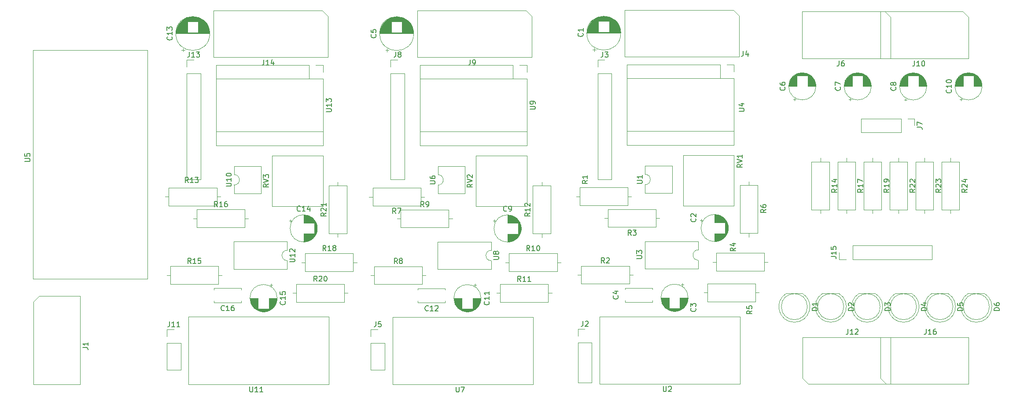
<source format=gbr>
%TF.GenerationSoftware,KiCad,Pcbnew,(5.1.9)-1*%
%TF.CreationDate,2021-04-02T10:28:52-03:00*%
%TF.ProjectId,BTIBR-PCB,42544942-522d-4504-9342-2e6b69636164,rev?*%
%TF.SameCoordinates,Original*%
%TF.FileFunction,Legend,Top*%
%TF.FilePolarity,Positive*%
%FSLAX46Y46*%
G04 Gerber Fmt 4.6, Leading zero omitted, Abs format (unit mm)*
G04 Created by KiCad (PCBNEW (5.1.9)-1) date 2021-04-02 10:28:52*
%MOMM*%
%LPD*%
G01*
G04 APERTURE LIST*
%ADD10C,0.120000*%
%ADD11C,0.150000*%
G04 APERTURE END LIST*
D10*
%TO.C,U13*%
X115980000Y-78512000D02*
X115980000Y-65682000D01*
X95400000Y-78512000D02*
X115980000Y-78512000D01*
X95400000Y-63012000D02*
X95400000Y-78512000D01*
X113310000Y-63012000D02*
X95400000Y-63012000D01*
X113310000Y-65682000D02*
X113310000Y-63012000D01*
X115980000Y-65682000D02*
X113310000Y-65682000D01*
X115980000Y-63012000D02*
X114580000Y-63012000D01*
X115980000Y-64412000D02*
X115980000Y-63012000D01*
X113310000Y-65682000D02*
X95400000Y-65682000D01*
X115980000Y-75842000D02*
X95400000Y-75842000D01*
%TO.C,U11*%
X117130000Y-124502000D02*
X117130000Y-111502000D01*
X117130000Y-111502000D02*
X90130000Y-111502000D01*
X90130000Y-124502000D02*
X90130000Y-111502000D01*
X117130000Y-124502000D02*
X90130000Y-124502000D01*
%TO.C,U2*%
X196172000Y-124432000D02*
X196172000Y-111432000D01*
X196172000Y-111432000D02*
X169172000Y-111432000D01*
X169172000Y-124432000D02*
X169172000Y-111432000D01*
X196172000Y-124432000D02*
X169172000Y-124432000D01*
%TO.C,U7*%
X156342000Y-124522000D02*
X156342000Y-111522000D01*
X156342000Y-111522000D02*
X129342000Y-111522000D01*
X129342000Y-124522000D02*
X129342000Y-111522000D01*
X156342000Y-124522000D02*
X129342000Y-124522000D01*
%TO.C,RV2*%
X145397000Y-80462000D02*
X155167000Y-80462000D01*
X145397000Y-90232000D02*
X155167000Y-90232000D01*
X155167000Y-90232000D02*
X155167000Y-80462000D01*
X145397000Y-90232000D02*
X145397000Y-80462000D01*
%TO.C,R7*%
X134772000Y-90132000D02*
X134772000Y-86692000D01*
X134772000Y-86692000D02*
X125532000Y-86692000D01*
X125532000Y-86692000D02*
X125532000Y-90132000D01*
X125532000Y-90132000D02*
X134772000Y-90132000D01*
X135462000Y-88412000D02*
X134772000Y-88412000D01*
X124842000Y-88412000D02*
X125532000Y-88412000D01*
%TO.C,R8*%
X135752000Y-103502000D02*
X135062000Y-103502000D01*
X125132000Y-103502000D02*
X125822000Y-103502000D01*
X135062000Y-101782000D02*
X125822000Y-101782000D01*
X135062000Y-105222000D02*
X135062000Y-101782000D01*
X125822000Y-105222000D02*
X135062000Y-105222000D01*
X125822000Y-101782000D02*
X125822000Y-105222000D01*
%TO.C,R12*%
X158042000Y-85572000D02*
X158042000Y-86262000D01*
X158042000Y-96192000D02*
X158042000Y-95502000D01*
X156322000Y-86262000D02*
X156322000Y-95502000D01*
X159762000Y-86262000D02*
X156322000Y-86262000D01*
X159762000Y-95502000D02*
X159762000Y-86262000D01*
X156322000Y-95502000D02*
X159762000Y-95502000D01*
%TO.C,R9*%
X140852000Y-92582000D02*
X140162000Y-92582000D01*
X130232000Y-92582000D02*
X130922000Y-92582000D01*
X140162000Y-90862000D02*
X130922000Y-90862000D01*
X140162000Y-94302000D02*
X140162000Y-90862000D01*
X130922000Y-94302000D02*
X140162000Y-94302000D01*
X130922000Y-90862000D02*
X130922000Y-94302000D01*
%TO.C,U6*%
X138092000Y-82492000D02*
X138092000Y-84142000D01*
X143292000Y-82492000D02*
X138092000Y-82492000D01*
X143292000Y-87792000D02*
X143292000Y-82492000D01*
X138092000Y-87792000D02*
X143292000Y-87792000D01*
X138092000Y-86142000D02*
X138092000Y-87792000D01*
X138092000Y-84142000D02*
G75*
G02*
X138092000Y-86142000I0J-1000000D01*
G01*
%TO.C,R11*%
X150052000Y-105212000D02*
X150052000Y-108652000D01*
X150052000Y-108652000D02*
X159292000Y-108652000D01*
X159292000Y-108652000D02*
X159292000Y-105212000D01*
X159292000Y-105212000D02*
X150052000Y-105212000D01*
X149362000Y-106932000D02*
X150052000Y-106932000D01*
X159982000Y-106932000D02*
X159292000Y-106932000D01*
%TO.C,R10*%
X151762000Y-99302000D02*
X151762000Y-102742000D01*
X151762000Y-102742000D02*
X161002000Y-102742000D01*
X161002000Y-102742000D02*
X161002000Y-99302000D01*
X161002000Y-99302000D02*
X151762000Y-99302000D01*
X151072000Y-101022000D02*
X151762000Y-101022000D01*
X161692000Y-101022000D02*
X161002000Y-101022000D01*
%TO.C,U8*%
X148302000Y-102342000D02*
X148302000Y-100692000D01*
X138022000Y-102342000D02*
X148302000Y-102342000D01*
X138022000Y-97042000D02*
X138022000Y-102342000D01*
X148302000Y-97042000D02*
X138022000Y-97042000D01*
X148302000Y-98692000D02*
X148302000Y-97042000D01*
X148302000Y-100692000D02*
G75*
G02*
X148302000Y-98692000I0J1000000D01*
G01*
%TO.C,U9*%
X155192000Y-78532000D02*
X155192000Y-65702000D01*
X134612000Y-78532000D02*
X155192000Y-78532000D01*
X134612000Y-63032000D02*
X134612000Y-78532000D01*
X152522000Y-63032000D02*
X134612000Y-63032000D01*
X152522000Y-65702000D02*
X152522000Y-63032000D01*
X155192000Y-65702000D02*
X152522000Y-65702000D01*
X155192000Y-63032000D02*
X153792000Y-63032000D01*
X155192000Y-64432000D02*
X155192000Y-63032000D01*
X152522000Y-65702000D02*
X134612000Y-65702000D01*
X155192000Y-75862000D02*
X134612000Y-75862000D01*
%TO.C,J9*%
X156152000Y-61522000D02*
X134152000Y-61522000D01*
X156152000Y-61522000D02*
X156152000Y-53632000D01*
X155042000Y-52522000D02*
X134152000Y-52522000D01*
X134152000Y-61522000D02*
X134152000Y-52522000D01*
X156152000Y-53632000D02*
X155042000Y-52522000D01*
%TO.C,C11*%
X146362000Y-107912000D02*
G75*
G03*
X146362000Y-107912000I-2620000J0D01*
G01*
X142702000Y-107912000D02*
X141162000Y-107912000D01*
X146322000Y-107912000D02*
X144782000Y-107912000D01*
X142702000Y-107952000D02*
X141162000Y-107952000D01*
X146322000Y-107952000D02*
X144782000Y-107952000D01*
X146321000Y-107992000D02*
X144782000Y-107992000D01*
X142702000Y-107992000D02*
X141163000Y-107992000D01*
X146320000Y-108032000D02*
X144782000Y-108032000D01*
X142702000Y-108032000D02*
X141164000Y-108032000D01*
X146318000Y-108072000D02*
X144782000Y-108072000D01*
X142702000Y-108072000D02*
X141166000Y-108072000D01*
X146315000Y-108112000D02*
X144782000Y-108112000D01*
X142702000Y-108112000D02*
X141169000Y-108112000D01*
X146311000Y-108152000D02*
X144782000Y-108152000D01*
X142702000Y-108152000D02*
X141173000Y-108152000D01*
X146307000Y-108192000D02*
X144782000Y-108192000D01*
X142702000Y-108192000D02*
X141177000Y-108192000D01*
X146303000Y-108232000D02*
X144782000Y-108232000D01*
X142702000Y-108232000D02*
X141181000Y-108232000D01*
X146298000Y-108272000D02*
X144782000Y-108272000D01*
X142702000Y-108272000D02*
X141186000Y-108272000D01*
X146292000Y-108312000D02*
X144782000Y-108312000D01*
X142702000Y-108312000D02*
X141192000Y-108312000D01*
X146285000Y-108352000D02*
X144782000Y-108352000D01*
X142702000Y-108352000D02*
X141199000Y-108352000D01*
X146278000Y-108392000D02*
X144782000Y-108392000D01*
X142702000Y-108392000D02*
X141206000Y-108392000D01*
X146270000Y-108432000D02*
X144782000Y-108432000D01*
X142702000Y-108432000D02*
X141214000Y-108432000D01*
X146262000Y-108472000D02*
X144782000Y-108472000D01*
X142702000Y-108472000D02*
X141222000Y-108472000D01*
X146253000Y-108512000D02*
X144782000Y-108512000D01*
X142702000Y-108512000D02*
X141231000Y-108512000D01*
X146243000Y-108552000D02*
X144782000Y-108552000D01*
X142702000Y-108552000D02*
X141241000Y-108552000D01*
X146233000Y-108592000D02*
X144782000Y-108592000D01*
X142702000Y-108592000D02*
X141251000Y-108592000D01*
X146222000Y-108633000D02*
X144782000Y-108633000D01*
X142702000Y-108633000D02*
X141262000Y-108633000D01*
X146210000Y-108673000D02*
X144782000Y-108673000D01*
X142702000Y-108673000D02*
X141274000Y-108673000D01*
X146197000Y-108713000D02*
X144782000Y-108713000D01*
X142702000Y-108713000D02*
X141287000Y-108713000D01*
X146184000Y-108753000D02*
X144782000Y-108753000D01*
X142702000Y-108753000D02*
X141300000Y-108753000D01*
X146170000Y-108793000D02*
X144782000Y-108793000D01*
X142702000Y-108793000D02*
X141314000Y-108793000D01*
X146156000Y-108833000D02*
X144782000Y-108833000D01*
X142702000Y-108833000D02*
X141328000Y-108833000D01*
X146140000Y-108873000D02*
X144782000Y-108873000D01*
X142702000Y-108873000D02*
X141344000Y-108873000D01*
X146124000Y-108913000D02*
X144782000Y-108913000D01*
X142702000Y-108913000D02*
X141360000Y-108913000D01*
X146107000Y-108953000D02*
X144782000Y-108953000D01*
X142702000Y-108953000D02*
X141377000Y-108953000D01*
X146090000Y-108993000D02*
X144782000Y-108993000D01*
X142702000Y-108993000D02*
X141394000Y-108993000D01*
X146071000Y-109033000D02*
X144782000Y-109033000D01*
X142702000Y-109033000D02*
X141413000Y-109033000D01*
X146052000Y-109073000D02*
X144782000Y-109073000D01*
X142702000Y-109073000D02*
X141432000Y-109073000D01*
X146032000Y-109113000D02*
X144782000Y-109113000D01*
X142702000Y-109113000D02*
X141452000Y-109113000D01*
X146010000Y-109153000D02*
X144782000Y-109153000D01*
X142702000Y-109153000D02*
X141474000Y-109153000D01*
X145989000Y-109193000D02*
X144782000Y-109193000D01*
X142702000Y-109193000D02*
X141495000Y-109193000D01*
X145966000Y-109233000D02*
X144782000Y-109233000D01*
X142702000Y-109233000D02*
X141518000Y-109233000D01*
X145942000Y-109273000D02*
X144782000Y-109273000D01*
X142702000Y-109273000D02*
X141542000Y-109273000D01*
X145917000Y-109313000D02*
X144782000Y-109313000D01*
X142702000Y-109313000D02*
X141567000Y-109313000D01*
X145891000Y-109353000D02*
X144782000Y-109353000D01*
X142702000Y-109353000D02*
X141593000Y-109353000D01*
X145864000Y-109393000D02*
X144782000Y-109393000D01*
X142702000Y-109393000D02*
X141620000Y-109393000D01*
X145837000Y-109433000D02*
X144782000Y-109433000D01*
X142702000Y-109433000D02*
X141647000Y-109433000D01*
X145807000Y-109473000D02*
X144782000Y-109473000D01*
X142702000Y-109473000D02*
X141677000Y-109473000D01*
X145777000Y-109513000D02*
X144782000Y-109513000D01*
X142702000Y-109513000D02*
X141707000Y-109513000D01*
X145746000Y-109553000D02*
X144782000Y-109553000D01*
X142702000Y-109553000D02*
X141738000Y-109553000D01*
X145713000Y-109593000D02*
X144782000Y-109593000D01*
X142702000Y-109593000D02*
X141771000Y-109593000D01*
X145679000Y-109633000D02*
X144782000Y-109633000D01*
X142702000Y-109633000D02*
X141805000Y-109633000D01*
X145643000Y-109673000D02*
X144782000Y-109673000D01*
X142702000Y-109673000D02*
X141841000Y-109673000D01*
X145606000Y-109713000D02*
X144782000Y-109713000D01*
X142702000Y-109713000D02*
X141878000Y-109713000D01*
X145568000Y-109753000D02*
X144782000Y-109753000D01*
X142702000Y-109753000D02*
X141916000Y-109753000D01*
X145527000Y-109793000D02*
X144782000Y-109793000D01*
X142702000Y-109793000D02*
X141957000Y-109793000D01*
X145485000Y-109833000D02*
X144782000Y-109833000D01*
X142702000Y-109833000D02*
X141999000Y-109833000D01*
X145441000Y-109873000D02*
X144782000Y-109873000D01*
X142702000Y-109873000D02*
X142043000Y-109873000D01*
X145395000Y-109913000D02*
X144782000Y-109913000D01*
X142702000Y-109913000D02*
X142089000Y-109913000D01*
X145347000Y-109953000D02*
X142137000Y-109953000D01*
X145296000Y-109993000D02*
X142188000Y-109993000D01*
X145242000Y-110033000D02*
X142242000Y-110033000D01*
X145185000Y-110073000D02*
X142299000Y-110073000D01*
X145125000Y-110113000D02*
X142359000Y-110113000D01*
X145061000Y-110153000D02*
X142423000Y-110153000D01*
X144993000Y-110193000D02*
X142491000Y-110193000D01*
X144920000Y-110233000D02*
X142564000Y-110233000D01*
X144840000Y-110273000D02*
X142644000Y-110273000D01*
X144753000Y-110313000D02*
X142731000Y-110313000D01*
X144657000Y-110353000D02*
X142827000Y-110353000D01*
X144547000Y-110393000D02*
X142937000Y-110393000D01*
X144419000Y-110433000D02*
X143065000Y-110433000D01*
X144260000Y-110473000D02*
X143224000Y-110473000D01*
X144026000Y-110513000D02*
X143458000Y-110513000D01*
X145217000Y-105107225D02*
X145217000Y-105607225D01*
X145467000Y-105357225D02*
X144967000Y-105357225D01*
%TO.C,C12*%
X134232000Y-106327000D02*
X134232000Y-106012000D01*
X134232000Y-108752000D02*
X134232000Y-108437000D01*
X139472000Y-106327000D02*
X139472000Y-106012000D01*
X139472000Y-108752000D02*
X139472000Y-108437000D01*
X139472000Y-106012000D02*
X134232000Y-106012000D01*
X139472000Y-108752000D02*
X134232000Y-108752000D01*
%TO.C,C9*%
X154082000Y-94482000D02*
G75*
G03*
X154082000Y-94482000I-2620000J0D01*
G01*
X151462000Y-95522000D02*
X151462000Y-97062000D01*
X151462000Y-91902000D02*
X151462000Y-93442000D01*
X151502000Y-95522000D02*
X151502000Y-97062000D01*
X151502000Y-91902000D02*
X151502000Y-93442000D01*
X151542000Y-91903000D02*
X151542000Y-93442000D01*
X151542000Y-95522000D02*
X151542000Y-97061000D01*
X151582000Y-91904000D02*
X151582000Y-93442000D01*
X151582000Y-95522000D02*
X151582000Y-97060000D01*
X151622000Y-91906000D02*
X151622000Y-93442000D01*
X151622000Y-95522000D02*
X151622000Y-97058000D01*
X151662000Y-91909000D02*
X151662000Y-93442000D01*
X151662000Y-95522000D02*
X151662000Y-97055000D01*
X151702000Y-91913000D02*
X151702000Y-93442000D01*
X151702000Y-95522000D02*
X151702000Y-97051000D01*
X151742000Y-91917000D02*
X151742000Y-93442000D01*
X151742000Y-95522000D02*
X151742000Y-97047000D01*
X151782000Y-91921000D02*
X151782000Y-93442000D01*
X151782000Y-95522000D02*
X151782000Y-97043000D01*
X151822000Y-91926000D02*
X151822000Y-93442000D01*
X151822000Y-95522000D02*
X151822000Y-97038000D01*
X151862000Y-91932000D02*
X151862000Y-93442000D01*
X151862000Y-95522000D02*
X151862000Y-97032000D01*
X151902000Y-91939000D02*
X151902000Y-93442000D01*
X151902000Y-95522000D02*
X151902000Y-97025000D01*
X151942000Y-91946000D02*
X151942000Y-93442000D01*
X151942000Y-95522000D02*
X151942000Y-97018000D01*
X151982000Y-91954000D02*
X151982000Y-93442000D01*
X151982000Y-95522000D02*
X151982000Y-97010000D01*
X152022000Y-91962000D02*
X152022000Y-93442000D01*
X152022000Y-95522000D02*
X152022000Y-97002000D01*
X152062000Y-91971000D02*
X152062000Y-93442000D01*
X152062000Y-95522000D02*
X152062000Y-96993000D01*
X152102000Y-91981000D02*
X152102000Y-93442000D01*
X152102000Y-95522000D02*
X152102000Y-96983000D01*
X152142000Y-91991000D02*
X152142000Y-93442000D01*
X152142000Y-95522000D02*
X152142000Y-96973000D01*
X152183000Y-92002000D02*
X152183000Y-93442000D01*
X152183000Y-95522000D02*
X152183000Y-96962000D01*
X152223000Y-92014000D02*
X152223000Y-93442000D01*
X152223000Y-95522000D02*
X152223000Y-96950000D01*
X152263000Y-92027000D02*
X152263000Y-93442000D01*
X152263000Y-95522000D02*
X152263000Y-96937000D01*
X152303000Y-92040000D02*
X152303000Y-93442000D01*
X152303000Y-95522000D02*
X152303000Y-96924000D01*
X152343000Y-92054000D02*
X152343000Y-93442000D01*
X152343000Y-95522000D02*
X152343000Y-96910000D01*
X152383000Y-92068000D02*
X152383000Y-93442000D01*
X152383000Y-95522000D02*
X152383000Y-96896000D01*
X152423000Y-92084000D02*
X152423000Y-93442000D01*
X152423000Y-95522000D02*
X152423000Y-96880000D01*
X152463000Y-92100000D02*
X152463000Y-93442000D01*
X152463000Y-95522000D02*
X152463000Y-96864000D01*
X152503000Y-92117000D02*
X152503000Y-93442000D01*
X152503000Y-95522000D02*
X152503000Y-96847000D01*
X152543000Y-92134000D02*
X152543000Y-93442000D01*
X152543000Y-95522000D02*
X152543000Y-96830000D01*
X152583000Y-92153000D02*
X152583000Y-93442000D01*
X152583000Y-95522000D02*
X152583000Y-96811000D01*
X152623000Y-92172000D02*
X152623000Y-93442000D01*
X152623000Y-95522000D02*
X152623000Y-96792000D01*
X152663000Y-92192000D02*
X152663000Y-93442000D01*
X152663000Y-95522000D02*
X152663000Y-96772000D01*
X152703000Y-92214000D02*
X152703000Y-93442000D01*
X152703000Y-95522000D02*
X152703000Y-96750000D01*
X152743000Y-92235000D02*
X152743000Y-93442000D01*
X152743000Y-95522000D02*
X152743000Y-96729000D01*
X152783000Y-92258000D02*
X152783000Y-93442000D01*
X152783000Y-95522000D02*
X152783000Y-96706000D01*
X152823000Y-92282000D02*
X152823000Y-93442000D01*
X152823000Y-95522000D02*
X152823000Y-96682000D01*
X152863000Y-92307000D02*
X152863000Y-93442000D01*
X152863000Y-95522000D02*
X152863000Y-96657000D01*
X152903000Y-92333000D02*
X152903000Y-93442000D01*
X152903000Y-95522000D02*
X152903000Y-96631000D01*
X152943000Y-92360000D02*
X152943000Y-93442000D01*
X152943000Y-95522000D02*
X152943000Y-96604000D01*
X152983000Y-92387000D02*
X152983000Y-93442000D01*
X152983000Y-95522000D02*
X152983000Y-96577000D01*
X153023000Y-92417000D02*
X153023000Y-93442000D01*
X153023000Y-95522000D02*
X153023000Y-96547000D01*
X153063000Y-92447000D02*
X153063000Y-93442000D01*
X153063000Y-95522000D02*
X153063000Y-96517000D01*
X153103000Y-92478000D02*
X153103000Y-93442000D01*
X153103000Y-95522000D02*
X153103000Y-96486000D01*
X153143000Y-92511000D02*
X153143000Y-93442000D01*
X153143000Y-95522000D02*
X153143000Y-96453000D01*
X153183000Y-92545000D02*
X153183000Y-93442000D01*
X153183000Y-95522000D02*
X153183000Y-96419000D01*
X153223000Y-92581000D02*
X153223000Y-93442000D01*
X153223000Y-95522000D02*
X153223000Y-96383000D01*
X153263000Y-92618000D02*
X153263000Y-93442000D01*
X153263000Y-95522000D02*
X153263000Y-96346000D01*
X153303000Y-92656000D02*
X153303000Y-93442000D01*
X153303000Y-95522000D02*
X153303000Y-96308000D01*
X153343000Y-92697000D02*
X153343000Y-93442000D01*
X153343000Y-95522000D02*
X153343000Y-96267000D01*
X153383000Y-92739000D02*
X153383000Y-93442000D01*
X153383000Y-95522000D02*
X153383000Y-96225000D01*
X153423000Y-92783000D02*
X153423000Y-93442000D01*
X153423000Y-95522000D02*
X153423000Y-96181000D01*
X153463000Y-92829000D02*
X153463000Y-93442000D01*
X153463000Y-95522000D02*
X153463000Y-96135000D01*
X153503000Y-92877000D02*
X153503000Y-96087000D01*
X153543000Y-92928000D02*
X153543000Y-96036000D01*
X153583000Y-92982000D02*
X153583000Y-95982000D01*
X153623000Y-93039000D02*
X153623000Y-95925000D01*
X153663000Y-93099000D02*
X153663000Y-95865000D01*
X153703000Y-93163000D02*
X153703000Y-95801000D01*
X153743000Y-93231000D02*
X153743000Y-95733000D01*
X153783000Y-93304000D02*
X153783000Y-95660000D01*
X153823000Y-93384000D02*
X153823000Y-95580000D01*
X153863000Y-93471000D02*
X153863000Y-95493000D01*
X153903000Y-93567000D02*
X153903000Y-95397000D01*
X153943000Y-93677000D02*
X153943000Y-95287000D01*
X153983000Y-93805000D02*
X153983000Y-95159000D01*
X154023000Y-93964000D02*
X154023000Y-95000000D01*
X154063000Y-94198000D02*
X154063000Y-94766000D01*
X148657225Y-93007000D02*
X149157225Y-93007000D01*
X148907225Y-92757000D02*
X148907225Y-93257000D01*
%TO.C,C5*%
X127988000Y-60157241D02*
X128618000Y-60157241D01*
X128303000Y-60472241D02*
X128303000Y-59842241D01*
X129740000Y-53731000D02*
X130544000Y-53731000D01*
X129509000Y-53771000D02*
X130775000Y-53771000D01*
X129340000Y-53811000D02*
X130944000Y-53811000D01*
X129202000Y-53851000D02*
X131082000Y-53851000D01*
X129083000Y-53891000D02*
X131201000Y-53891000D01*
X128977000Y-53931000D02*
X131307000Y-53931000D01*
X128880000Y-53971000D02*
X131404000Y-53971000D01*
X128792000Y-54011000D02*
X131492000Y-54011000D01*
X128710000Y-54051000D02*
X131574000Y-54051000D01*
X128633000Y-54091000D02*
X131651000Y-54091000D01*
X128561000Y-54131000D02*
X131723000Y-54131000D01*
X128492000Y-54171000D02*
X131792000Y-54171000D01*
X128428000Y-54211000D02*
X131856000Y-54211000D01*
X128366000Y-54251000D02*
X131918000Y-54251000D01*
X128308000Y-54291000D02*
X131976000Y-54291000D01*
X128252000Y-54331000D02*
X132032000Y-54331000D01*
X128198000Y-54371000D02*
X132086000Y-54371000D01*
X128147000Y-54411000D02*
X132137000Y-54411000D01*
X128098000Y-54451000D02*
X132186000Y-54451000D01*
X128050000Y-54491000D02*
X132234000Y-54491000D01*
X128005000Y-54531000D02*
X132279000Y-54531000D01*
X127960000Y-54571000D02*
X132324000Y-54571000D01*
X127918000Y-54611000D02*
X132366000Y-54611000D01*
X127877000Y-54651000D02*
X132407000Y-54651000D01*
X131182000Y-54691000D02*
X132447000Y-54691000D01*
X127837000Y-54691000D02*
X129102000Y-54691000D01*
X131182000Y-54731000D02*
X132485000Y-54731000D01*
X127799000Y-54731000D02*
X129102000Y-54731000D01*
X131182000Y-54771000D02*
X132522000Y-54771000D01*
X127762000Y-54771000D02*
X129102000Y-54771000D01*
X131182000Y-54811000D02*
X132558000Y-54811000D01*
X127726000Y-54811000D02*
X129102000Y-54811000D01*
X131182000Y-54851000D02*
X132592000Y-54851000D01*
X127692000Y-54851000D02*
X129102000Y-54851000D01*
X131182000Y-54891000D02*
X132626000Y-54891000D01*
X127658000Y-54891000D02*
X129102000Y-54891000D01*
X131182000Y-54931000D02*
X132658000Y-54931000D01*
X127626000Y-54931000D02*
X129102000Y-54931000D01*
X131182000Y-54971000D02*
X132690000Y-54971000D01*
X127594000Y-54971000D02*
X129102000Y-54971000D01*
X131182000Y-55011000D02*
X132720000Y-55011000D01*
X127564000Y-55011000D02*
X129102000Y-55011000D01*
X131182000Y-55051000D02*
X132749000Y-55051000D01*
X127535000Y-55051000D02*
X129102000Y-55051000D01*
X131182000Y-55091000D02*
X132778000Y-55091000D01*
X127506000Y-55091000D02*
X129102000Y-55091000D01*
X131182000Y-55131000D02*
X132806000Y-55131000D01*
X127478000Y-55131000D02*
X129102000Y-55131000D01*
X131182000Y-55171000D02*
X132832000Y-55171000D01*
X127452000Y-55171000D02*
X129102000Y-55171000D01*
X131182000Y-55211000D02*
X132858000Y-55211000D01*
X127426000Y-55211000D02*
X129102000Y-55211000D01*
X131182000Y-55251000D02*
X132884000Y-55251000D01*
X127400000Y-55251000D02*
X129102000Y-55251000D01*
X131182000Y-55291000D02*
X132908000Y-55291000D01*
X127376000Y-55291000D02*
X129102000Y-55291000D01*
X131182000Y-55331000D02*
X132932000Y-55331000D01*
X127352000Y-55331000D02*
X129102000Y-55331000D01*
X131182000Y-55371000D02*
X132954000Y-55371000D01*
X127330000Y-55371000D02*
X129102000Y-55371000D01*
X131182000Y-55411000D02*
X132976000Y-55411000D01*
X127308000Y-55411000D02*
X129102000Y-55411000D01*
X131182000Y-55451000D02*
X132998000Y-55451000D01*
X127286000Y-55451000D02*
X129102000Y-55451000D01*
X131182000Y-55491000D02*
X133018000Y-55491000D01*
X127266000Y-55491000D02*
X129102000Y-55491000D01*
X131182000Y-55531000D02*
X133038000Y-55531000D01*
X127246000Y-55531000D02*
X129102000Y-55531000D01*
X131182000Y-55571000D02*
X133058000Y-55571000D01*
X127226000Y-55571000D02*
X129102000Y-55571000D01*
X131182000Y-55611000D02*
X133076000Y-55611000D01*
X127208000Y-55611000D02*
X129102000Y-55611000D01*
X131182000Y-55651000D02*
X133094000Y-55651000D01*
X127190000Y-55651000D02*
X129102000Y-55651000D01*
X131182000Y-55691000D02*
X133112000Y-55691000D01*
X127172000Y-55691000D02*
X129102000Y-55691000D01*
X131182000Y-55731000D02*
X133128000Y-55731000D01*
X127156000Y-55731000D02*
X129102000Y-55731000D01*
X131182000Y-55771000D02*
X133144000Y-55771000D01*
X127140000Y-55771000D02*
X129102000Y-55771000D01*
X131182000Y-55811000D02*
X133160000Y-55811000D01*
X127124000Y-55811000D02*
X129102000Y-55811000D01*
X131182000Y-55851000D02*
X133175000Y-55851000D01*
X127109000Y-55851000D02*
X129102000Y-55851000D01*
X131182000Y-55891000D02*
X133189000Y-55891000D01*
X127095000Y-55891000D02*
X129102000Y-55891000D01*
X131182000Y-55931000D02*
X133203000Y-55931000D01*
X127081000Y-55931000D02*
X129102000Y-55931000D01*
X131182000Y-55971000D02*
X133216000Y-55971000D01*
X127068000Y-55971000D02*
X129102000Y-55971000D01*
X131182000Y-56011000D02*
X133228000Y-56011000D01*
X127056000Y-56011000D02*
X129102000Y-56011000D01*
X131182000Y-56051000D02*
X133240000Y-56051000D01*
X127044000Y-56051000D02*
X129102000Y-56051000D01*
X131182000Y-56091000D02*
X133252000Y-56091000D01*
X127032000Y-56091000D02*
X129102000Y-56091000D01*
X131182000Y-56131000D02*
X133263000Y-56131000D01*
X127021000Y-56131000D02*
X129102000Y-56131000D01*
X131182000Y-56171000D02*
X133273000Y-56171000D01*
X127011000Y-56171000D02*
X129102000Y-56171000D01*
X131182000Y-56211000D02*
X133283000Y-56211000D01*
X127001000Y-56211000D02*
X129102000Y-56211000D01*
X131182000Y-56251000D02*
X133292000Y-56251000D01*
X126992000Y-56251000D02*
X129102000Y-56251000D01*
X131182000Y-56292000D02*
X133301000Y-56292000D01*
X126983000Y-56292000D02*
X129102000Y-56292000D01*
X131182000Y-56332000D02*
X133309000Y-56332000D01*
X126975000Y-56332000D02*
X129102000Y-56332000D01*
X131182000Y-56372000D02*
X133317000Y-56372000D01*
X126967000Y-56372000D02*
X129102000Y-56372000D01*
X131182000Y-56412000D02*
X133324000Y-56412000D01*
X126960000Y-56412000D02*
X129102000Y-56412000D01*
X131182000Y-56452000D02*
X133331000Y-56452000D01*
X126953000Y-56452000D02*
X129102000Y-56452000D01*
X131182000Y-56492000D02*
X133337000Y-56492000D01*
X126947000Y-56492000D02*
X129102000Y-56492000D01*
X131182000Y-56532000D02*
X133343000Y-56532000D01*
X126941000Y-56532000D02*
X129102000Y-56532000D01*
X131182000Y-56572000D02*
X133348000Y-56572000D01*
X126936000Y-56572000D02*
X129102000Y-56572000D01*
X131182000Y-56612000D02*
X133353000Y-56612000D01*
X126931000Y-56612000D02*
X129102000Y-56612000D01*
X131182000Y-56652000D02*
X133357000Y-56652000D01*
X126927000Y-56652000D02*
X129102000Y-56652000D01*
X131182000Y-56692000D02*
X133360000Y-56692000D01*
X126924000Y-56692000D02*
X129102000Y-56692000D01*
X131182000Y-56732000D02*
X133364000Y-56732000D01*
X126920000Y-56732000D02*
X129102000Y-56732000D01*
X126918000Y-56772000D02*
X133366000Y-56772000D01*
X126915000Y-56812000D02*
X133369000Y-56812000D01*
X126914000Y-56852000D02*
X133370000Y-56852000D01*
X126912000Y-56892000D02*
X133372000Y-56892000D01*
X126912000Y-56932000D02*
X133372000Y-56932000D01*
X126912000Y-56972000D02*
X133372000Y-56972000D01*
X133412000Y-56972000D02*
G75*
G03*
X133412000Y-56972000I-3270000J0D01*
G01*
%TO.C,RV1*%
X185227000Y-80372000D02*
X194997000Y-80372000D01*
X185227000Y-90142000D02*
X194997000Y-90142000D01*
X194997000Y-90142000D02*
X194997000Y-80372000D01*
X185227000Y-90142000D02*
X185227000Y-80372000D01*
%TO.C,C1*%
X167818000Y-60067241D02*
X168448000Y-60067241D01*
X168133000Y-60382241D02*
X168133000Y-59752241D01*
X169570000Y-53641000D02*
X170374000Y-53641000D01*
X169339000Y-53681000D02*
X170605000Y-53681000D01*
X169170000Y-53721000D02*
X170774000Y-53721000D01*
X169032000Y-53761000D02*
X170912000Y-53761000D01*
X168913000Y-53801000D02*
X171031000Y-53801000D01*
X168807000Y-53841000D02*
X171137000Y-53841000D01*
X168710000Y-53881000D02*
X171234000Y-53881000D01*
X168622000Y-53921000D02*
X171322000Y-53921000D01*
X168540000Y-53961000D02*
X171404000Y-53961000D01*
X168463000Y-54001000D02*
X171481000Y-54001000D01*
X168391000Y-54041000D02*
X171553000Y-54041000D01*
X168322000Y-54081000D02*
X171622000Y-54081000D01*
X168258000Y-54121000D02*
X171686000Y-54121000D01*
X168196000Y-54161000D02*
X171748000Y-54161000D01*
X168138000Y-54201000D02*
X171806000Y-54201000D01*
X168082000Y-54241000D02*
X171862000Y-54241000D01*
X168028000Y-54281000D02*
X171916000Y-54281000D01*
X167977000Y-54321000D02*
X171967000Y-54321000D01*
X167928000Y-54361000D02*
X172016000Y-54361000D01*
X167880000Y-54401000D02*
X172064000Y-54401000D01*
X167835000Y-54441000D02*
X172109000Y-54441000D01*
X167790000Y-54481000D02*
X172154000Y-54481000D01*
X167748000Y-54521000D02*
X172196000Y-54521000D01*
X167707000Y-54561000D02*
X172237000Y-54561000D01*
X171012000Y-54601000D02*
X172277000Y-54601000D01*
X167667000Y-54601000D02*
X168932000Y-54601000D01*
X171012000Y-54641000D02*
X172315000Y-54641000D01*
X167629000Y-54641000D02*
X168932000Y-54641000D01*
X171012000Y-54681000D02*
X172352000Y-54681000D01*
X167592000Y-54681000D02*
X168932000Y-54681000D01*
X171012000Y-54721000D02*
X172388000Y-54721000D01*
X167556000Y-54721000D02*
X168932000Y-54721000D01*
X171012000Y-54761000D02*
X172422000Y-54761000D01*
X167522000Y-54761000D02*
X168932000Y-54761000D01*
X171012000Y-54801000D02*
X172456000Y-54801000D01*
X167488000Y-54801000D02*
X168932000Y-54801000D01*
X171012000Y-54841000D02*
X172488000Y-54841000D01*
X167456000Y-54841000D02*
X168932000Y-54841000D01*
X171012000Y-54881000D02*
X172520000Y-54881000D01*
X167424000Y-54881000D02*
X168932000Y-54881000D01*
X171012000Y-54921000D02*
X172550000Y-54921000D01*
X167394000Y-54921000D02*
X168932000Y-54921000D01*
X171012000Y-54961000D02*
X172579000Y-54961000D01*
X167365000Y-54961000D02*
X168932000Y-54961000D01*
X171012000Y-55001000D02*
X172608000Y-55001000D01*
X167336000Y-55001000D02*
X168932000Y-55001000D01*
X171012000Y-55041000D02*
X172636000Y-55041000D01*
X167308000Y-55041000D02*
X168932000Y-55041000D01*
X171012000Y-55081000D02*
X172662000Y-55081000D01*
X167282000Y-55081000D02*
X168932000Y-55081000D01*
X171012000Y-55121000D02*
X172688000Y-55121000D01*
X167256000Y-55121000D02*
X168932000Y-55121000D01*
X171012000Y-55161000D02*
X172714000Y-55161000D01*
X167230000Y-55161000D02*
X168932000Y-55161000D01*
X171012000Y-55201000D02*
X172738000Y-55201000D01*
X167206000Y-55201000D02*
X168932000Y-55201000D01*
X171012000Y-55241000D02*
X172762000Y-55241000D01*
X167182000Y-55241000D02*
X168932000Y-55241000D01*
X171012000Y-55281000D02*
X172784000Y-55281000D01*
X167160000Y-55281000D02*
X168932000Y-55281000D01*
X171012000Y-55321000D02*
X172806000Y-55321000D01*
X167138000Y-55321000D02*
X168932000Y-55321000D01*
X171012000Y-55361000D02*
X172828000Y-55361000D01*
X167116000Y-55361000D02*
X168932000Y-55361000D01*
X171012000Y-55401000D02*
X172848000Y-55401000D01*
X167096000Y-55401000D02*
X168932000Y-55401000D01*
X171012000Y-55441000D02*
X172868000Y-55441000D01*
X167076000Y-55441000D02*
X168932000Y-55441000D01*
X171012000Y-55481000D02*
X172888000Y-55481000D01*
X167056000Y-55481000D02*
X168932000Y-55481000D01*
X171012000Y-55521000D02*
X172906000Y-55521000D01*
X167038000Y-55521000D02*
X168932000Y-55521000D01*
X171012000Y-55561000D02*
X172924000Y-55561000D01*
X167020000Y-55561000D02*
X168932000Y-55561000D01*
X171012000Y-55601000D02*
X172942000Y-55601000D01*
X167002000Y-55601000D02*
X168932000Y-55601000D01*
X171012000Y-55641000D02*
X172958000Y-55641000D01*
X166986000Y-55641000D02*
X168932000Y-55641000D01*
X171012000Y-55681000D02*
X172974000Y-55681000D01*
X166970000Y-55681000D02*
X168932000Y-55681000D01*
X171012000Y-55721000D02*
X172990000Y-55721000D01*
X166954000Y-55721000D02*
X168932000Y-55721000D01*
X171012000Y-55761000D02*
X173005000Y-55761000D01*
X166939000Y-55761000D02*
X168932000Y-55761000D01*
X171012000Y-55801000D02*
X173019000Y-55801000D01*
X166925000Y-55801000D02*
X168932000Y-55801000D01*
X171012000Y-55841000D02*
X173033000Y-55841000D01*
X166911000Y-55841000D02*
X168932000Y-55841000D01*
X171012000Y-55881000D02*
X173046000Y-55881000D01*
X166898000Y-55881000D02*
X168932000Y-55881000D01*
X171012000Y-55921000D02*
X173058000Y-55921000D01*
X166886000Y-55921000D02*
X168932000Y-55921000D01*
X171012000Y-55961000D02*
X173070000Y-55961000D01*
X166874000Y-55961000D02*
X168932000Y-55961000D01*
X171012000Y-56001000D02*
X173082000Y-56001000D01*
X166862000Y-56001000D02*
X168932000Y-56001000D01*
X171012000Y-56041000D02*
X173093000Y-56041000D01*
X166851000Y-56041000D02*
X168932000Y-56041000D01*
X171012000Y-56081000D02*
X173103000Y-56081000D01*
X166841000Y-56081000D02*
X168932000Y-56081000D01*
X171012000Y-56121000D02*
X173113000Y-56121000D01*
X166831000Y-56121000D02*
X168932000Y-56121000D01*
X171012000Y-56161000D02*
X173122000Y-56161000D01*
X166822000Y-56161000D02*
X168932000Y-56161000D01*
X171012000Y-56202000D02*
X173131000Y-56202000D01*
X166813000Y-56202000D02*
X168932000Y-56202000D01*
X171012000Y-56242000D02*
X173139000Y-56242000D01*
X166805000Y-56242000D02*
X168932000Y-56242000D01*
X171012000Y-56282000D02*
X173147000Y-56282000D01*
X166797000Y-56282000D02*
X168932000Y-56282000D01*
X171012000Y-56322000D02*
X173154000Y-56322000D01*
X166790000Y-56322000D02*
X168932000Y-56322000D01*
X171012000Y-56362000D02*
X173161000Y-56362000D01*
X166783000Y-56362000D02*
X168932000Y-56362000D01*
X171012000Y-56402000D02*
X173167000Y-56402000D01*
X166777000Y-56402000D02*
X168932000Y-56402000D01*
X171012000Y-56442000D02*
X173173000Y-56442000D01*
X166771000Y-56442000D02*
X168932000Y-56442000D01*
X171012000Y-56482000D02*
X173178000Y-56482000D01*
X166766000Y-56482000D02*
X168932000Y-56482000D01*
X171012000Y-56522000D02*
X173183000Y-56522000D01*
X166761000Y-56522000D02*
X168932000Y-56522000D01*
X171012000Y-56562000D02*
X173187000Y-56562000D01*
X166757000Y-56562000D02*
X168932000Y-56562000D01*
X171012000Y-56602000D02*
X173190000Y-56602000D01*
X166754000Y-56602000D02*
X168932000Y-56602000D01*
X171012000Y-56642000D02*
X173194000Y-56642000D01*
X166750000Y-56642000D02*
X168932000Y-56642000D01*
X166748000Y-56682000D02*
X173196000Y-56682000D01*
X166745000Y-56722000D02*
X173199000Y-56722000D01*
X166744000Y-56762000D02*
X173200000Y-56762000D01*
X166742000Y-56802000D02*
X173202000Y-56802000D01*
X166742000Y-56842000D02*
X173202000Y-56842000D01*
X166742000Y-56882000D02*
X173202000Y-56882000D01*
X173242000Y-56882000D02*
G75*
G03*
X173242000Y-56882000I-3270000J0D01*
G01*
%TO.C,C2*%
X188737225Y-92667000D02*
X188737225Y-93167000D01*
X188487225Y-92917000D02*
X188987225Y-92917000D01*
X193893000Y-94108000D02*
X193893000Y-94676000D01*
X193853000Y-93874000D02*
X193853000Y-94910000D01*
X193813000Y-93715000D02*
X193813000Y-95069000D01*
X193773000Y-93587000D02*
X193773000Y-95197000D01*
X193733000Y-93477000D02*
X193733000Y-95307000D01*
X193693000Y-93381000D02*
X193693000Y-95403000D01*
X193653000Y-93294000D02*
X193653000Y-95490000D01*
X193613000Y-93214000D02*
X193613000Y-95570000D01*
X193573000Y-93141000D02*
X193573000Y-95643000D01*
X193533000Y-93073000D02*
X193533000Y-95711000D01*
X193493000Y-93009000D02*
X193493000Y-95775000D01*
X193453000Y-92949000D02*
X193453000Y-95835000D01*
X193413000Y-92892000D02*
X193413000Y-95892000D01*
X193373000Y-92838000D02*
X193373000Y-95946000D01*
X193333000Y-92787000D02*
X193333000Y-95997000D01*
X193293000Y-95432000D02*
X193293000Y-96045000D01*
X193293000Y-92739000D02*
X193293000Y-93352000D01*
X193253000Y-95432000D02*
X193253000Y-96091000D01*
X193253000Y-92693000D02*
X193253000Y-93352000D01*
X193213000Y-95432000D02*
X193213000Y-96135000D01*
X193213000Y-92649000D02*
X193213000Y-93352000D01*
X193173000Y-95432000D02*
X193173000Y-96177000D01*
X193173000Y-92607000D02*
X193173000Y-93352000D01*
X193133000Y-95432000D02*
X193133000Y-96218000D01*
X193133000Y-92566000D02*
X193133000Y-93352000D01*
X193093000Y-95432000D02*
X193093000Y-96256000D01*
X193093000Y-92528000D02*
X193093000Y-93352000D01*
X193053000Y-95432000D02*
X193053000Y-96293000D01*
X193053000Y-92491000D02*
X193053000Y-93352000D01*
X193013000Y-95432000D02*
X193013000Y-96329000D01*
X193013000Y-92455000D02*
X193013000Y-93352000D01*
X192973000Y-95432000D02*
X192973000Y-96363000D01*
X192973000Y-92421000D02*
X192973000Y-93352000D01*
X192933000Y-95432000D02*
X192933000Y-96396000D01*
X192933000Y-92388000D02*
X192933000Y-93352000D01*
X192893000Y-95432000D02*
X192893000Y-96427000D01*
X192893000Y-92357000D02*
X192893000Y-93352000D01*
X192853000Y-95432000D02*
X192853000Y-96457000D01*
X192853000Y-92327000D02*
X192853000Y-93352000D01*
X192813000Y-95432000D02*
X192813000Y-96487000D01*
X192813000Y-92297000D02*
X192813000Y-93352000D01*
X192773000Y-95432000D02*
X192773000Y-96514000D01*
X192773000Y-92270000D02*
X192773000Y-93352000D01*
X192733000Y-95432000D02*
X192733000Y-96541000D01*
X192733000Y-92243000D02*
X192733000Y-93352000D01*
X192693000Y-95432000D02*
X192693000Y-96567000D01*
X192693000Y-92217000D02*
X192693000Y-93352000D01*
X192653000Y-95432000D02*
X192653000Y-96592000D01*
X192653000Y-92192000D02*
X192653000Y-93352000D01*
X192613000Y-95432000D02*
X192613000Y-96616000D01*
X192613000Y-92168000D02*
X192613000Y-93352000D01*
X192573000Y-95432000D02*
X192573000Y-96639000D01*
X192573000Y-92145000D02*
X192573000Y-93352000D01*
X192533000Y-95432000D02*
X192533000Y-96660000D01*
X192533000Y-92124000D02*
X192533000Y-93352000D01*
X192493000Y-95432000D02*
X192493000Y-96682000D01*
X192493000Y-92102000D02*
X192493000Y-93352000D01*
X192453000Y-95432000D02*
X192453000Y-96702000D01*
X192453000Y-92082000D02*
X192453000Y-93352000D01*
X192413000Y-95432000D02*
X192413000Y-96721000D01*
X192413000Y-92063000D02*
X192413000Y-93352000D01*
X192373000Y-95432000D02*
X192373000Y-96740000D01*
X192373000Y-92044000D02*
X192373000Y-93352000D01*
X192333000Y-95432000D02*
X192333000Y-96757000D01*
X192333000Y-92027000D02*
X192333000Y-93352000D01*
X192293000Y-95432000D02*
X192293000Y-96774000D01*
X192293000Y-92010000D02*
X192293000Y-93352000D01*
X192253000Y-95432000D02*
X192253000Y-96790000D01*
X192253000Y-91994000D02*
X192253000Y-93352000D01*
X192213000Y-95432000D02*
X192213000Y-96806000D01*
X192213000Y-91978000D02*
X192213000Y-93352000D01*
X192173000Y-95432000D02*
X192173000Y-96820000D01*
X192173000Y-91964000D02*
X192173000Y-93352000D01*
X192133000Y-95432000D02*
X192133000Y-96834000D01*
X192133000Y-91950000D02*
X192133000Y-93352000D01*
X192093000Y-95432000D02*
X192093000Y-96847000D01*
X192093000Y-91937000D02*
X192093000Y-93352000D01*
X192053000Y-95432000D02*
X192053000Y-96860000D01*
X192053000Y-91924000D02*
X192053000Y-93352000D01*
X192013000Y-95432000D02*
X192013000Y-96872000D01*
X192013000Y-91912000D02*
X192013000Y-93352000D01*
X191972000Y-95432000D02*
X191972000Y-96883000D01*
X191972000Y-91901000D02*
X191972000Y-93352000D01*
X191932000Y-95432000D02*
X191932000Y-96893000D01*
X191932000Y-91891000D02*
X191932000Y-93352000D01*
X191892000Y-95432000D02*
X191892000Y-96903000D01*
X191892000Y-91881000D02*
X191892000Y-93352000D01*
X191852000Y-95432000D02*
X191852000Y-96912000D01*
X191852000Y-91872000D02*
X191852000Y-93352000D01*
X191812000Y-95432000D02*
X191812000Y-96920000D01*
X191812000Y-91864000D02*
X191812000Y-93352000D01*
X191772000Y-95432000D02*
X191772000Y-96928000D01*
X191772000Y-91856000D02*
X191772000Y-93352000D01*
X191732000Y-95432000D02*
X191732000Y-96935000D01*
X191732000Y-91849000D02*
X191732000Y-93352000D01*
X191692000Y-95432000D02*
X191692000Y-96942000D01*
X191692000Y-91842000D02*
X191692000Y-93352000D01*
X191652000Y-95432000D02*
X191652000Y-96948000D01*
X191652000Y-91836000D02*
X191652000Y-93352000D01*
X191612000Y-95432000D02*
X191612000Y-96953000D01*
X191612000Y-91831000D02*
X191612000Y-93352000D01*
X191572000Y-95432000D02*
X191572000Y-96957000D01*
X191572000Y-91827000D02*
X191572000Y-93352000D01*
X191532000Y-95432000D02*
X191532000Y-96961000D01*
X191532000Y-91823000D02*
X191532000Y-93352000D01*
X191492000Y-95432000D02*
X191492000Y-96965000D01*
X191492000Y-91819000D02*
X191492000Y-93352000D01*
X191452000Y-95432000D02*
X191452000Y-96968000D01*
X191452000Y-91816000D02*
X191452000Y-93352000D01*
X191412000Y-95432000D02*
X191412000Y-96970000D01*
X191412000Y-91814000D02*
X191412000Y-93352000D01*
X191372000Y-95432000D02*
X191372000Y-96971000D01*
X191372000Y-91813000D02*
X191372000Y-93352000D01*
X191332000Y-91812000D02*
X191332000Y-93352000D01*
X191332000Y-95432000D02*
X191332000Y-96972000D01*
X191292000Y-91812000D02*
X191292000Y-93352000D01*
X191292000Y-95432000D02*
X191292000Y-96972000D01*
X193912000Y-94392000D02*
G75*
G03*
X193912000Y-94392000I-2620000J0D01*
G01*
%TO.C,C3*%
X185297000Y-105267225D02*
X184797000Y-105267225D01*
X185047000Y-105017225D02*
X185047000Y-105517225D01*
X183856000Y-110423000D02*
X183288000Y-110423000D01*
X184090000Y-110383000D02*
X183054000Y-110383000D01*
X184249000Y-110343000D02*
X182895000Y-110343000D01*
X184377000Y-110303000D02*
X182767000Y-110303000D01*
X184487000Y-110263000D02*
X182657000Y-110263000D01*
X184583000Y-110223000D02*
X182561000Y-110223000D01*
X184670000Y-110183000D02*
X182474000Y-110183000D01*
X184750000Y-110143000D02*
X182394000Y-110143000D01*
X184823000Y-110103000D02*
X182321000Y-110103000D01*
X184891000Y-110063000D02*
X182253000Y-110063000D01*
X184955000Y-110023000D02*
X182189000Y-110023000D01*
X185015000Y-109983000D02*
X182129000Y-109983000D01*
X185072000Y-109943000D02*
X182072000Y-109943000D01*
X185126000Y-109903000D02*
X182018000Y-109903000D01*
X185177000Y-109863000D02*
X181967000Y-109863000D01*
X182532000Y-109823000D02*
X181919000Y-109823000D01*
X185225000Y-109823000D02*
X184612000Y-109823000D01*
X182532000Y-109783000D02*
X181873000Y-109783000D01*
X185271000Y-109783000D02*
X184612000Y-109783000D01*
X182532000Y-109743000D02*
X181829000Y-109743000D01*
X185315000Y-109743000D02*
X184612000Y-109743000D01*
X182532000Y-109703000D02*
X181787000Y-109703000D01*
X185357000Y-109703000D02*
X184612000Y-109703000D01*
X182532000Y-109663000D02*
X181746000Y-109663000D01*
X185398000Y-109663000D02*
X184612000Y-109663000D01*
X182532000Y-109623000D02*
X181708000Y-109623000D01*
X185436000Y-109623000D02*
X184612000Y-109623000D01*
X182532000Y-109583000D02*
X181671000Y-109583000D01*
X185473000Y-109583000D02*
X184612000Y-109583000D01*
X182532000Y-109543000D02*
X181635000Y-109543000D01*
X185509000Y-109543000D02*
X184612000Y-109543000D01*
X182532000Y-109503000D02*
X181601000Y-109503000D01*
X185543000Y-109503000D02*
X184612000Y-109503000D01*
X182532000Y-109463000D02*
X181568000Y-109463000D01*
X185576000Y-109463000D02*
X184612000Y-109463000D01*
X182532000Y-109423000D02*
X181537000Y-109423000D01*
X185607000Y-109423000D02*
X184612000Y-109423000D01*
X182532000Y-109383000D02*
X181507000Y-109383000D01*
X185637000Y-109383000D02*
X184612000Y-109383000D01*
X182532000Y-109343000D02*
X181477000Y-109343000D01*
X185667000Y-109343000D02*
X184612000Y-109343000D01*
X182532000Y-109303000D02*
X181450000Y-109303000D01*
X185694000Y-109303000D02*
X184612000Y-109303000D01*
X182532000Y-109263000D02*
X181423000Y-109263000D01*
X185721000Y-109263000D02*
X184612000Y-109263000D01*
X182532000Y-109223000D02*
X181397000Y-109223000D01*
X185747000Y-109223000D02*
X184612000Y-109223000D01*
X182532000Y-109183000D02*
X181372000Y-109183000D01*
X185772000Y-109183000D02*
X184612000Y-109183000D01*
X182532000Y-109143000D02*
X181348000Y-109143000D01*
X185796000Y-109143000D02*
X184612000Y-109143000D01*
X182532000Y-109103000D02*
X181325000Y-109103000D01*
X185819000Y-109103000D02*
X184612000Y-109103000D01*
X182532000Y-109063000D02*
X181304000Y-109063000D01*
X185840000Y-109063000D02*
X184612000Y-109063000D01*
X182532000Y-109023000D02*
X181282000Y-109023000D01*
X185862000Y-109023000D02*
X184612000Y-109023000D01*
X182532000Y-108983000D02*
X181262000Y-108983000D01*
X185882000Y-108983000D02*
X184612000Y-108983000D01*
X182532000Y-108943000D02*
X181243000Y-108943000D01*
X185901000Y-108943000D02*
X184612000Y-108943000D01*
X182532000Y-108903000D02*
X181224000Y-108903000D01*
X185920000Y-108903000D02*
X184612000Y-108903000D01*
X182532000Y-108863000D02*
X181207000Y-108863000D01*
X185937000Y-108863000D02*
X184612000Y-108863000D01*
X182532000Y-108823000D02*
X181190000Y-108823000D01*
X185954000Y-108823000D02*
X184612000Y-108823000D01*
X182532000Y-108783000D02*
X181174000Y-108783000D01*
X185970000Y-108783000D02*
X184612000Y-108783000D01*
X182532000Y-108743000D02*
X181158000Y-108743000D01*
X185986000Y-108743000D02*
X184612000Y-108743000D01*
X182532000Y-108703000D02*
X181144000Y-108703000D01*
X186000000Y-108703000D02*
X184612000Y-108703000D01*
X182532000Y-108663000D02*
X181130000Y-108663000D01*
X186014000Y-108663000D02*
X184612000Y-108663000D01*
X182532000Y-108623000D02*
X181117000Y-108623000D01*
X186027000Y-108623000D02*
X184612000Y-108623000D01*
X182532000Y-108583000D02*
X181104000Y-108583000D01*
X186040000Y-108583000D02*
X184612000Y-108583000D01*
X182532000Y-108543000D02*
X181092000Y-108543000D01*
X186052000Y-108543000D02*
X184612000Y-108543000D01*
X182532000Y-108502000D02*
X181081000Y-108502000D01*
X186063000Y-108502000D02*
X184612000Y-108502000D01*
X182532000Y-108462000D02*
X181071000Y-108462000D01*
X186073000Y-108462000D02*
X184612000Y-108462000D01*
X182532000Y-108422000D02*
X181061000Y-108422000D01*
X186083000Y-108422000D02*
X184612000Y-108422000D01*
X182532000Y-108382000D02*
X181052000Y-108382000D01*
X186092000Y-108382000D02*
X184612000Y-108382000D01*
X182532000Y-108342000D02*
X181044000Y-108342000D01*
X186100000Y-108342000D02*
X184612000Y-108342000D01*
X182532000Y-108302000D02*
X181036000Y-108302000D01*
X186108000Y-108302000D02*
X184612000Y-108302000D01*
X182532000Y-108262000D02*
X181029000Y-108262000D01*
X186115000Y-108262000D02*
X184612000Y-108262000D01*
X182532000Y-108222000D02*
X181022000Y-108222000D01*
X186122000Y-108222000D02*
X184612000Y-108222000D01*
X182532000Y-108182000D02*
X181016000Y-108182000D01*
X186128000Y-108182000D02*
X184612000Y-108182000D01*
X182532000Y-108142000D02*
X181011000Y-108142000D01*
X186133000Y-108142000D02*
X184612000Y-108142000D01*
X182532000Y-108102000D02*
X181007000Y-108102000D01*
X186137000Y-108102000D02*
X184612000Y-108102000D01*
X182532000Y-108062000D02*
X181003000Y-108062000D01*
X186141000Y-108062000D02*
X184612000Y-108062000D01*
X182532000Y-108022000D02*
X180999000Y-108022000D01*
X186145000Y-108022000D02*
X184612000Y-108022000D01*
X182532000Y-107982000D02*
X180996000Y-107982000D01*
X186148000Y-107982000D02*
X184612000Y-107982000D01*
X182532000Y-107942000D02*
X180994000Y-107942000D01*
X186150000Y-107942000D02*
X184612000Y-107942000D01*
X182532000Y-107902000D02*
X180993000Y-107902000D01*
X186151000Y-107902000D02*
X184612000Y-107902000D01*
X186152000Y-107862000D02*
X184612000Y-107862000D01*
X182532000Y-107862000D02*
X180992000Y-107862000D01*
X186152000Y-107822000D02*
X184612000Y-107822000D01*
X182532000Y-107822000D02*
X180992000Y-107822000D01*
X186192000Y-107822000D02*
G75*
G03*
X186192000Y-107822000I-2620000J0D01*
G01*
%TO.C,C4*%
X174062000Y-106237000D02*
X174062000Y-105922000D01*
X174062000Y-108662000D02*
X174062000Y-108347000D01*
X179302000Y-106237000D02*
X179302000Y-105922000D01*
X179302000Y-108662000D02*
X179302000Y-108347000D01*
X179302000Y-105922000D02*
X174062000Y-105922000D01*
X179302000Y-108662000D02*
X174062000Y-108662000D01*
%TO.C,C6*%
X206425000Y-69664775D02*
X206925000Y-69664775D01*
X206675000Y-69914775D02*
X206675000Y-69414775D01*
X207866000Y-64509000D02*
X208434000Y-64509000D01*
X207632000Y-64549000D02*
X208668000Y-64549000D01*
X207473000Y-64589000D02*
X208827000Y-64589000D01*
X207345000Y-64629000D02*
X208955000Y-64629000D01*
X207235000Y-64669000D02*
X209065000Y-64669000D01*
X207139000Y-64709000D02*
X209161000Y-64709000D01*
X207052000Y-64749000D02*
X209248000Y-64749000D01*
X206972000Y-64789000D02*
X209328000Y-64789000D01*
X206899000Y-64829000D02*
X209401000Y-64829000D01*
X206831000Y-64869000D02*
X209469000Y-64869000D01*
X206767000Y-64909000D02*
X209533000Y-64909000D01*
X206707000Y-64949000D02*
X209593000Y-64949000D01*
X206650000Y-64989000D02*
X209650000Y-64989000D01*
X206596000Y-65029000D02*
X209704000Y-65029000D01*
X206545000Y-65069000D02*
X209755000Y-65069000D01*
X209190000Y-65109000D02*
X209803000Y-65109000D01*
X206497000Y-65109000D02*
X207110000Y-65109000D01*
X209190000Y-65149000D02*
X209849000Y-65149000D01*
X206451000Y-65149000D02*
X207110000Y-65149000D01*
X209190000Y-65189000D02*
X209893000Y-65189000D01*
X206407000Y-65189000D02*
X207110000Y-65189000D01*
X209190000Y-65229000D02*
X209935000Y-65229000D01*
X206365000Y-65229000D02*
X207110000Y-65229000D01*
X209190000Y-65269000D02*
X209976000Y-65269000D01*
X206324000Y-65269000D02*
X207110000Y-65269000D01*
X209190000Y-65309000D02*
X210014000Y-65309000D01*
X206286000Y-65309000D02*
X207110000Y-65309000D01*
X209190000Y-65349000D02*
X210051000Y-65349000D01*
X206249000Y-65349000D02*
X207110000Y-65349000D01*
X209190000Y-65389000D02*
X210087000Y-65389000D01*
X206213000Y-65389000D02*
X207110000Y-65389000D01*
X209190000Y-65429000D02*
X210121000Y-65429000D01*
X206179000Y-65429000D02*
X207110000Y-65429000D01*
X209190000Y-65469000D02*
X210154000Y-65469000D01*
X206146000Y-65469000D02*
X207110000Y-65469000D01*
X209190000Y-65509000D02*
X210185000Y-65509000D01*
X206115000Y-65509000D02*
X207110000Y-65509000D01*
X209190000Y-65549000D02*
X210215000Y-65549000D01*
X206085000Y-65549000D02*
X207110000Y-65549000D01*
X209190000Y-65589000D02*
X210245000Y-65589000D01*
X206055000Y-65589000D02*
X207110000Y-65589000D01*
X209190000Y-65629000D02*
X210272000Y-65629000D01*
X206028000Y-65629000D02*
X207110000Y-65629000D01*
X209190000Y-65669000D02*
X210299000Y-65669000D01*
X206001000Y-65669000D02*
X207110000Y-65669000D01*
X209190000Y-65709000D02*
X210325000Y-65709000D01*
X205975000Y-65709000D02*
X207110000Y-65709000D01*
X209190000Y-65749000D02*
X210350000Y-65749000D01*
X205950000Y-65749000D02*
X207110000Y-65749000D01*
X209190000Y-65789000D02*
X210374000Y-65789000D01*
X205926000Y-65789000D02*
X207110000Y-65789000D01*
X209190000Y-65829000D02*
X210397000Y-65829000D01*
X205903000Y-65829000D02*
X207110000Y-65829000D01*
X209190000Y-65869000D02*
X210418000Y-65869000D01*
X205882000Y-65869000D02*
X207110000Y-65869000D01*
X209190000Y-65909000D02*
X210440000Y-65909000D01*
X205860000Y-65909000D02*
X207110000Y-65909000D01*
X209190000Y-65949000D02*
X210460000Y-65949000D01*
X205840000Y-65949000D02*
X207110000Y-65949000D01*
X209190000Y-65989000D02*
X210479000Y-65989000D01*
X205821000Y-65989000D02*
X207110000Y-65989000D01*
X209190000Y-66029000D02*
X210498000Y-66029000D01*
X205802000Y-66029000D02*
X207110000Y-66029000D01*
X209190000Y-66069000D02*
X210515000Y-66069000D01*
X205785000Y-66069000D02*
X207110000Y-66069000D01*
X209190000Y-66109000D02*
X210532000Y-66109000D01*
X205768000Y-66109000D02*
X207110000Y-66109000D01*
X209190000Y-66149000D02*
X210548000Y-66149000D01*
X205752000Y-66149000D02*
X207110000Y-66149000D01*
X209190000Y-66189000D02*
X210564000Y-66189000D01*
X205736000Y-66189000D02*
X207110000Y-66189000D01*
X209190000Y-66229000D02*
X210578000Y-66229000D01*
X205722000Y-66229000D02*
X207110000Y-66229000D01*
X209190000Y-66269000D02*
X210592000Y-66269000D01*
X205708000Y-66269000D02*
X207110000Y-66269000D01*
X209190000Y-66309000D02*
X210605000Y-66309000D01*
X205695000Y-66309000D02*
X207110000Y-66309000D01*
X209190000Y-66349000D02*
X210618000Y-66349000D01*
X205682000Y-66349000D02*
X207110000Y-66349000D01*
X209190000Y-66389000D02*
X210630000Y-66389000D01*
X205670000Y-66389000D02*
X207110000Y-66389000D01*
X209190000Y-66430000D02*
X210641000Y-66430000D01*
X205659000Y-66430000D02*
X207110000Y-66430000D01*
X209190000Y-66470000D02*
X210651000Y-66470000D01*
X205649000Y-66470000D02*
X207110000Y-66470000D01*
X209190000Y-66510000D02*
X210661000Y-66510000D01*
X205639000Y-66510000D02*
X207110000Y-66510000D01*
X209190000Y-66550000D02*
X210670000Y-66550000D01*
X205630000Y-66550000D02*
X207110000Y-66550000D01*
X209190000Y-66590000D02*
X210678000Y-66590000D01*
X205622000Y-66590000D02*
X207110000Y-66590000D01*
X209190000Y-66630000D02*
X210686000Y-66630000D01*
X205614000Y-66630000D02*
X207110000Y-66630000D01*
X209190000Y-66670000D02*
X210693000Y-66670000D01*
X205607000Y-66670000D02*
X207110000Y-66670000D01*
X209190000Y-66710000D02*
X210700000Y-66710000D01*
X205600000Y-66710000D02*
X207110000Y-66710000D01*
X209190000Y-66750000D02*
X210706000Y-66750000D01*
X205594000Y-66750000D02*
X207110000Y-66750000D01*
X209190000Y-66790000D02*
X210711000Y-66790000D01*
X205589000Y-66790000D02*
X207110000Y-66790000D01*
X209190000Y-66830000D02*
X210715000Y-66830000D01*
X205585000Y-66830000D02*
X207110000Y-66830000D01*
X209190000Y-66870000D02*
X210719000Y-66870000D01*
X205581000Y-66870000D02*
X207110000Y-66870000D01*
X209190000Y-66910000D02*
X210723000Y-66910000D01*
X205577000Y-66910000D02*
X207110000Y-66910000D01*
X209190000Y-66950000D02*
X210726000Y-66950000D01*
X205574000Y-66950000D02*
X207110000Y-66950000D01*
X209190000Y-66990000D02*
X210728000Y-66990000D01*
X205572000Y-66990000D02*
X207110000Y-66990000D01*
X209190000Y-67030000D02*
X210729000Y-67030000D01*
X205571000Y-67030000D02*
X207110000Y-67030000D01*
X205570000Y-67070000D02*
X207110000Y-67070000D01*
X209190000Y-67070000D02*
X210730000Y-67070000D01*
X205570000Y-67110000D02*
X207110000Y-67110000D01*
X209190000Y-67110000D02*
X210730000Y-67110000D01*
X210770000Y-67110000D02*
G75*
G03*
X210770000Y-67110000I-2620000J0D01*
G01*
%TO.C,C7*%
X217075000Y-69674775D02*
X217575000Y-69674775D01*
X217325000Y-69924775D02*
X217325000Y-69424775D01*
X218516000Y-64519000D02*
X219084000Y-64519000D01*
X218282000Y-64559000D02*
X219318000Y-64559000D01*
X218123000Y-64599000D02*
X219477000Y-64599000D01*
X217995000Y-64639000D02*
X219605000Y-64639000D01*
X217885000Y-64679000D02*
X219715000Y-64679000D01*
X217789000Y-64719000D02*
X219811000Y-64719000D01*
X217702000Y-64759000D02*
X219898000Y-64759000D01*
X217622000Y-64799000D02*
X219978000Y-64799000D01*
X217549000Y-64839000D02*
X220051000Y-64839000D01*
X217481000Y-64879000D02*
X220119000Y-64879000D01*
X217417000Y-64919000D02*
X220183000Y-64919000D01*
X217357000Y-64959000D02*
X220243000Y-64959000D01*
X217300000Y-64999000D02*
X220300000Y-64999000D01*
X217246000Y-65039000D02*
X220354000Y-65039000D01*
X217195000Y-65079000D02*
X220405000Y-65079000D01*
X219840000Y-65119000D02*
X220453000Y-65119000D01*
X217147000Y-65119000D02*
X217760000Y-65119000D01*
X219840000Y-65159000D02*
X220499000Y-65159000D01*
X217101000Y-65159000D02*
X217760000Y-65159000D01*
X219840000Y-65199000D02*
X220543000Y-65199000D01*
X217057000Y-65199000D02*
X217760000Y-65199000D01*
X219840000Y-65239000D02*
X220585000Y-65239000D01*
X217015000Y-65239000D02*
X217760000Y-65239000D01*
X219840000Y-65279000D02*
X220626000Y-65279000D01*
X216974000Y-65279000D02*
X217760000Y-65279000D01*
X219840000Y-65319000D02*
X220664000Y-65319000D01*
X216936000Y-65319000D02*
X217760000Y-65319000D01*
X219840000Y-65359000D02*
X220701000Y-65359000D01*
X216899000Y-65359000D02*
X217760000Y-65359000D01*
X219840000Y-65399000D02*
X220737000Y-65399000D01*
X216863000Y-65399000D02*
X217760000Y-65399000D01*
X219840000Y-65439000D02*
X220771000Y-65439000D01*
X216829000Y-65439000D02*
X217760000Y-65439000D01*
X219840000Y-65479000D02*
X220804000Y-65479000D01*
X216796000Y-65479000D02*
X217760000Y-65479000D01*
X219840000Y-65519000D02*
X220835000Y-65519000D01*
X216765000Y-65519000D02*
X217760000Y-65519000D01*
X219840000Y-65559000D02*
X220865000Y-65559000D01*
X216735000Y-65559000D02*
X217760000Y-65559000D01*
X219840000Y-65599000D02*
X220895000Y-65599000D01*
X216705000Y-65599000D02*
X217760000Y-65599000D01*
X219840000Y-65639000D02*
X220922000Y-65639000D01*
X216678000Y-65639000D02*
X217760000Y-65639000D01*
X219840000Y-65679000D02*
X220949000Y-65679000D01*
X216651000Y-65679000D02*
X217760000Y-65679000D01*
X219840000Y-65719000D02*
X220975000Y-65719000D01*
X216625000Y-65719000D02*
X217760000Y-65719000D01*
X219840000Y-65759000D02*
X221000000Y-65759000D01*
X216600000Y-65759000D02*
X217760000Y-65759000D01*
X219840000Y-65799000D02*
X221024000Y-65799000D01*
X216576000Y-65799000D02*
X217760000Y-65799000D01*
X219840000Y-65839000D02*
X221047000Y-65839000D01*
X216553000Y-65839000D02*
X217760000Y-65839000D01*
X219840000Y-65879000D02*
X221068000Y-65879000D01*
X216532000Y-65879000D02*
X217760000Y-65879000D01*
X219840000Y-65919000D02*
X221090000Y-65919000D01*
X216510000Y-65919000D02*
X217760000Y-65919000D01*
X219840000Y-65959000D02*
X221110000Y-65959000D01*
X216490000Y-65959000D02*
X217760000Y-65959000D01*
X219840000Y-65999000D02*
X221129000Y-65999000D01*
X216471000Y-65999000D02*
X217760000Y-65999000D01*
X219840000Y-66039000D02*
X221148000Y-66039000D01*
X216452000Y-66039000D02*
X217760000Y-66039000D01*
X219840000Y-66079000D02*
X221165000Y-66079000D01*
X216435000Y-66079000D02*
X217760000Y-66079000D01*
X219840000Y-66119000D02*
X221182000Y-66119000D01*
X216418000Y-66119000D02*
X217760000Y-66119000D01*
X219840000Y-66159000D02*
X221198000Y-66159000D01*
X216402000Y-66159000D02*
X217760000Y-66159000D01*
X219840000Y-66199000D02*
X221214000Y-66199000D01*
X216386000Y-66199000D02*
X217760000Y-66199000D01*
X219840000Y-66239000D02*
X221228000Y-66239000D01*
X216372000Y-66239000D02*
X217760000Y-66239000D01*
X219840000Y-66279000D02*
X221242000Y-66279000D01*
X216358000Y-66279000D02*
X217760000Y-66279000D01*
X219840000Y-66319000D02*
X221255000Y-66319000D01*
X216345000Y-66319000D02*
X217760000Y-66319000D01*
X219840000Y-66359000D02*
X221268000Y-66359000D01*
X216332000Y-66359000D02*
X217760000Y-66359000D01*
X219840000Y-66399000D02*
X221280000Y-66399000D01*
X216320000Y-66399000D02*
X217760000Y-66399000D01*
X219840000Y-66440000D02*
X221291000Y-66440000D01*
X216309000Y-66440000D02*
X217760000Y-66440000D01*
X219840000Y-66480000D02*
X221301000Y-66480000D01*
X216299000Y-66480000D02*
X217760000Y-66480000D01*
X219840000Y-66520000D02*
X221311000Y-66520000D01*
X216289000Y-66520000D02*
X217760000Y-66520000D01*
X219840000Y-66560000D02*
X221320000Y-66560000D01*
X216280000Y-66560000D02*
X217760000Y-66560000D01*
X219840000Y-66600000D02*
X221328000Y-66600000D01*
X216272000Y-66600000D02*
X217760000Y-66600000D01*
X219840000Y-66640000D02*
X221336000Y-66640000D01*
X216264000Y-66640000D02*
X217760000Y-66640000D01*
X219840000Y-66680000D02*
X221343000Y-66680000D01*
X216257000Y-66680000D02*
X217760000Y-66680000D01*
X219840000Y-66720000D02*
X221350000Y-66720000D01*
X216250000Y-66720000D02*
X217760000Y-66720000D01*
X219840000Y-66760000D02*
X221356000Y-66760000D01*
X216244000Y-66760000D02*
X217760000Y-66760000D01*
X219840000Y-66800000D02*
X221361000Y-66800000D01*
X216239000Y-66800000D02*
X217760000Y-66800000D01*
X219840000Y-66840000D02*
X221365000Y-66840000D01*
X216235000Y-66840000D02*
X217760000Y-66840000D01*
X219840000Y-66880000D02*
X221369000Y-66880000D01*
X216231000Y-66880000D02*
X217760000Y-66880000D01*
X219840000Y-66920000D02*
X221373000Y-66920000D01*
X216227000Y-66920000D02*
X217760000Y-66920000D01*
X219840000Y-66960000D02*
X221376000Y-66960000D01*
X216224000Y-66960000D02*
X217760000Y-66960000D01*
X219840000Y-67000000D02*
X221378000Y-67000000D01*
X216222000Y-67000000D02*
X217760000Y-67000000D01*
X219840000Y-67040000D02*
X221379000Y-67040000D01*
X216221000Y-67040000D02*
X217760000Y-67040000D01*
X216220000Y-67080000D02*
X217760000Y-67080000D01*
X219840000Y-67080000D02*
X221380000Y-67080000D01*
X216220000Y-67120000D02*
X217760000Y-67120000D01*
X219840000Y-67120000D02*
X221380000Y-67120000D01*
X221420000Y-67120000D02*
G75*
G03*
X221420000Y-67120000I-2620000J0D01*
G01*
%TO.C,C8*%
X232090000Y-67130000D02*
G75*
G03*
X232090000Y-67130000I-2620000J0D01*
G01*
X230510000Y-67130000D02*
X232050000Y-67130000D01*
X226890000Y-67130000D02*
X228430000Y-67130000D01*
X230510000Y-67090000D02*
X232050000Y-67090000D01*
X226890000Y-67090000D02*
X228430000Y-67090000D01*
X226891000Y-67050000D02*
X228430000Y-67050000D01*
X230510000Y-67050000D02*
X232049000Y-67050000D01*
X226892000Y-67010000D02*
X228430000Y-67010000D01*
X230510000Y-67010000D02*
X232048000Y-67010000D01*
X226894000Y-66970000D02*
X228430000Y-66970000D01*
X230510000Y-66970000D02*
X232046000Y-66970000D01*
X226897000Y-66930000D02*
X228430000Y-66930000D01*
X230510000Y-66930000D02*
X232043000Y-66930000D01*
X226901000Y-66890000D02*
X228430000Y-66890000D01*
X230510000Y-66890000D02*
X232039000Y-66890000D01*
X226905000Y-66850000D02*
X228430000Y-66850000D01*
X230510000Y-66850000D02*
X232035000Y-66850000D01*
X226909000Y-66810000D02*
X228430000Y-66810000D01*
X230510000Y-66810000D02*
X232031000Y-66810000D01*
X226914000Y-66770000D02*
X228430000Y-66770000D01*
X230510000Y-66770000D02*
X232026000Y-66770000D01*
X226920000Y-66730000D02*
X228430000Y-66730000D01*
X230510000Y-66730000D02*
X232020000Y-66730000D01*
X226927000Y-66690000D02*
X228430000Y-66690000D01*
X230510000Y-66690000D02*
X232013000Y-66690000D01*
X226934000Y-66650000D02*
X228430000Y-66650000D01*
X230510000Y-66650000D02*
X232006000Y-66650000D01*
X226942000Y-66610000D02*
X228430000Y-66610000D01*
X230510000Y-66610000D02*
X231998000Y-66610000D01*
X226950000Y-66570000D02*
X228430000Y-66570000D01*
X230510000Y-66570000D02*
X231990000Y-66570000D01*
X226959000Y-66530000D02*
X228430000Y-66530000D01*
X230510000Y-66530000D02*
X231981000Y-66530000D01*
X226969000Y-66490000D02*
X228430000Y-66490000D01*
X230510000Y-66490000D02*
X231971000Y-66490000D01*
X226979000Y-66450000D02*
X228430000Y-66450000D01*
X230510000Y-66450000D02*
X231961000Y-66450000D01*
X226990000Y-66409000D02*
X228430000Y-66409000D01*
X230510000Y-66409000D02*
X231950000Y-66409000D01*
X227002000Y-66369000D02*
X228430000Y-66369000D01*
X230510000Y-66369000D02*
X231938000Y-66369000D01*
X227015000Y-66329000D02*
X228430000Y-66329000D01*
X230510000Y-66329000D02*
X231925000Y-66329000D01*
X227028000Y-66289000D02*
X228430000Y-66289000D01*
X230510000Y-66289000D02*
X231912000Y-66289000D01*
X227042000Y-66249000D02*
X228430000Y-66249000D01*
X230510000Y-66249000D02*
X231898000Y-66249000D01*
X227056000Y-66209000D02*
X228430000Y-66209000D01*
X230510000Y-66209000D02*
X231884000Y-66209000D01*
X227072000Y-66169000D02*
X228430000Y-66169000D01*
X230510000Y-66169000D02*
X231868000Y-66169000D01*
X227088000Y-66129000D02*
X228430000Y-66129000D01*
X230510000Y-66129000D02*
X231852000Y-66129000D01*
X227105000Y-66089000D02*
X228430000Y-66089000D01*
X230510000Y-66089000D02*
X231835000Y-66089000D01*
X227122000Y-66049000D02*
X228430000Y-66049000D01*
X230510000Y-66049000D02*
X231818000Y-66049000D01*
X227141000Y-66009000D02*
X228430000Y-66009000D01*
X230510000Y-66009000D02*
X231799000Y-66009000D01*
X227160000Y-65969000D02*
X228430000Y-65969000D01*
X230510000Y-65969000D02*
X231780000Y-65969000D01*
X227180000Y-65929000D02*
X228430000Y-65929000D01*
X230510000Y-65929000D02*
X231760000Y-65929000D01*
X227202000Y-65889000D02*
X228430000Y-65889000D01*
X230510000Y-65889000D02*
X231738000Y-65889000D01*
X227223000Y-65849000D02*
X228430000Y-65849000D01*
X230510000Y-65849000D02*
X231717000Y-65849000D01*
X227246000Y-65809000D02*
X228430000Y-65809000D01*
X230510000Y-65809000D02*
X231694000Y-65809000D01*
X227270000Y-65769000D02*
X228430000Y-65769000D01*
X230510000Y-65769000D02*
X231670000Y-65769000D01*
X227295000Y-65729000D02*
X228430000Y-65729000D01*
X230510000Y-65729000D02*
X231645000Y-65729000D01*
X227321000Y-65689000D02*
X228430000Y-65689000D01*
X230510000Y-65689000D02*
X231619000Y-65689000D01*
X227348000Y-65649000D02*
X228430000Y-65649000D01*
X230510000Y-65649000D02*
X231592000Y-65649000D01*
X227375000Y-65609000D02*
X228430000Y-65609000D01*
X230510000Y-65609000D02*
X231565000Y-65609000D01*
X227405000Y-65569000D02*
X228430000Y-65569000D01*
X230510000Y-65569000D02*
X231535000Y-65569000D01*
X227435000Y-65529000D02*
X228430000Y-65529000D01*
X230510000Y-65529000D02*
X231505000Y-65529000D01*
X227466000Y-65489000D02*
X228430000Y-65489000D01*
X230510000Y-65489000D02*
X231474000Y-65489000D01*
X227499000Y-65449000D02*
X228430000Y-65449000D01*
X230510000Y-65449000D02*
X231441000Y-65449000D01*
X227533000Y-65409000D02*
X228430000Y-65409000D01*
X230510000Y-65409000D02*
X231407000Y-65409000D01*
X227569000Y-65369000D02*
X228430000Y-65369000D01*
X230510000Y-65369000D02*
X231371000Y-65369000D01*
X227606000Y-65329000D02*
X228430000Y-65329000D01*
X230510000Y-65329000D02*
X231334000Y-65329000D01*
X227644000Y-65289000D02*
X228430000Y-65289000D01*
X230510000Y-65289000D02*
X231296000Y-65289000D01*
X227685000Y-65249000D02*
X228430000Y-65249000D01*
X230510000Y-65249000D02*
X231255000Y-65249000D01*
X227727000Y-65209000D02*
X228430000Y-65209000D01*
X230510000Y-65209000D02*
X231213000Y-65209000D01*
X227771000Y-65169000D02*
X228430000Y-65169000D01*
X230510000Y-65169000D02*
X231169000Y-65169000D01*
X227817000Y-65129000D02*
X228430000Y-65129000D01*
X230510000Y-65129000D02*
X231123000Y-65129000D01*
X227865000Y-65089000D02*
X231075000Y-65089000D01*
X227916000Y-65049000D02*
X231024000Y-65049000D01*
X227970000Y-65009000D02*
X230970000Y-65009000D01*
X228027000Y-64969000D02*
X230913000Y-64969000D01*
X228087000Y-64929000D02*
X230853000Y-64929000D01*
X228151000Y-64889000D02*
X230789000Y-64889000D01*
X228219000Y-64849000D02*
X230721000Y-64849000D01*
X228292000Y-64809000D02*
X230648000Y-64809000D01*
X228372000Y-64769000D02*
X230568000Y-64769000D01*
X228459000Y-64729000D02*
X230481000Y-64729000D01*
X228555000Y-64689000D02*
X230385000Y-64689000D01*
X228665000Y-64649000D02*
X230275000Y-64649000D01*
X228793000Y-64609000D02*
X230147000Y-64609000D01*
X228952000Y-64569000D02*
X229988000Y-64569000D01*
X229186000Y-64529000D02*
X229754000Y-64529000D01*
X227995000Y-69934775D02*
X227995000Y-69434775D01*
X227745000Y-69684775D02*
X228245000Y-69684775D01*
%TO.C,C10*%
X238395000Y-69674775D02*
X238895000Y-69674775D01*
X238645000Y-69924775D02*
X238645000Y-69424775D01*
X239836000Y-64519000D02*
X240404000Y-64519000D01*
X239602000Y-64559000D02*
X240638000Y-64559000D01*
X239443000Y-64599000D02*
X240797000Y-64599000D01*
X239315000Y-64639000D02*
X240925000Y-64639000D01*
X239205000Y-64679000D02*
X241035000Y-64679000D01*
X239109000Y-64719000D02*
X241131000Y-64719000D01*
X239022000Y-64759000D02*
X241218000Y-64759000D01*
X238942000Y-64799000D02*
X241298000Y-64799000D01*
X238869000Y-64839000D02*
X241371000Y-64839000D01*
X238801000Y-64879000D02*
X241439000Y-64879000D01*
X238737000Y-64919000D02*
X241503000Y-64919000D01*
X238677000Y-64959000D02*
X241563000Y-64959000D01*
X238620000Y-64999000D02*
X241620000Y-64999000D01*
X238566000Y-65039000D02*
X241674000Y-65039000D01*
X238515000Y-65079000D02*
X241725000Y-65079000D01*
X241160000Y-65119000D02*
X241773000Y-65119000D01*
X238467000Y-65119000D02*
X239080000Y-65119000D01*
X241160000Y-65159000D02*
X241819000Y-65159000D01*
X238421000Y-65159000D02*
X239080000Y-65159000D01*
X241160000Y-65199000D02*
X241863000Y-65199000D01*
X238377000Y-65199000D02*
X239080000Y-65199000D01*
X241160000Y-65239000D02*
X241905000Y-65239000D01*
X238335000Y-65239000D02*
X239080000Y-65239000D01*
X241160000Y-65279000D02*
X241946000Y-65279000D01*
X238294000Y-65279000D02*
X239080000Y-65279000D01*
X241160000Y-65319000D02*
X241984000Y-65319000D01*
X238256000Y-65319000D02*
X239080000Y-65319000D01*
X241160000Y-65359000D02*
X242021000Y-65359000D01*
X238219000Y-65359000D02*
X239080000Y-65359000D01*
X241160000Y-65399000D02*
X242057000Y-65399000D01*
X238183000Y-65399000D02*
X239080000Y-65399000D01*
X241160000Y-65439000D02*
X242091000Y-65439000D01*
X238149000Y-65439000D02*
X239080000Y-65439000D01*
X241160000Y-65479000D02*
X242124000Y-65479000D01*
X238116000Y-65479000D02*
X239080000Y-65479000D01*
X241160000Y-65519000D02*
X242155000Y-65519000D01*
X238085000Y-65519000D02*
X239080000Y-65519000D01*
X241160000Y-65559000D02*
X242185000Y-65559000D01*
X238055000Y-65559000D02*
X239080000Y-65559000D01*
X241160000Y-65599000D02*
X242215000Y-65599000D01*
X238025000Y-65599000D02*
X239080000Y-65599000D01*
X241160000Y-65639000D02*
X242242000Y-65639000D01*
X237998000Y-65639000D02*
X239080000Y-65639000D01*
X241160000Y-65679000D02*
X242269000Y-65679000D01*
X237971000Y-65679000D02*
X239080000Y-65679000D01*
X241160000Y-65719000D02*
X242295000Y-65719000D01*
X237945000Y-65719000D02*
X239080000Y-65719000D01*
X241160000Y-65759000D02*
X242320000Y-65759000D01*
X237920000Y-65759000D02*
X239080000Y-65759000D01*
X241160000Y-65799000D02*
X242344000Y-65799000D01*
X237896000Y-65799000D02*
X239080000Y-65799000D01*
X241160000Y-65839000D02*
X242367000Y-65839000D01*
X237873000Y-65839000D02*
X239080000Y-65839000D01*
X241160000Y-65879000D02*
X242388000Y-65879000D01*
X237852000Y-65879000D02*
X239080000Y-65879000D01*
X241160000Y-65919000D02*
X242410000Y-65919000D01*
X237830000Y-65919000D02*
X239080000Y-65919000D01*
X241160000Y-65959000D02*
X242430000Y-65959000D01*
X237810000Y-65959000D02*
X239080000Y-65959000D01*
X241160000Y-65999000D02*
X242449000Y-65999000D01*
X237791000Y-65999000D02*
X239080000Y-65999000D01*
X241160000Y-66039000D02*
X242468000Y-66039000D01*
X237772000Y-66039000D02*
X239080000Y-66039000D01*
X241160000Y-66079000D02*
X242485000Y-66079000D01*
X237755000Y-66079000D02*
X239080000Y-66079000D01*
X241160000Y-66119000D02*
X242502000Y-66119000D01*
X237738000Y-66119000D02*
X239080000Y-66119000D01*
X241160000Y-66159000D02*
X242518000Y-66159000D01*
X237722000Y-66159000D02*
X239080000Y-66159000D01*
X241160000Y-66199000D02*
X242534000Y-66199000D01*
X237706000Y-66199000D02*
X239080000Y-66199000D01*
X241160000Y-66239000D02*
X242548000Y-66239000D01*
X237692000Y-66239000D02*
X239080000Y-66239000D01*
X241160000Y-66279000D02*
X242562000Y-66279000D01*
X237678000Y-66279000D02*
X239080000Y-66279000D01*
X241160000Y-66319000D02*
X242575000Y-66319000D01*
X237665000Y-66319000D02*
X239080000Y-66319000D01*
X241160000Y-66359000D02*
X242588000Y-66359000D01*
X237652000Y-66359000D02*
X239080000Y-66359000D01*
X241160000Y-66399000D02*
X242600000Y-66399000D01*
X237640000Y-66399000D02*
X239080000Y-66399000D01*
X241160000Y-66440000D02*
X242611000Y-66440000D01*
X237629000Y-66440000D02*
X239080000Y-66440000D01*
X241160000Y-66480000D02*
X242621000Y-66480000D01*
X237619000Y-66480000D02*
X239080000Y-66480000D01*
X241160000Y-66520000D02*
X242631000Y-66520000D01*
X237609000Y-66520000D02*
X239080000Y-66520000D01*
X241160000Y-66560000D02*
X242640000Y-66560000D01*
X237600000Y-66560000D02*
X239080000Y-66560000D01*
X241160000Y-66600000D02*
X242648000Y-66600000D01*
X237592000Y-66600000D02*
X239080000Y-66600000D01*
X241160000Y-66640000D02*
X242656000Y-66640000D01*
X237584000Y-66640000D02*
X239080000Y-66640000D01*
X241160000Y-66680000D02*
X242663000Y-66680000D01*
X237577000Y-66680000D02*
X239080000Y-66680000D01*
X241160000Y-66720000D02*
X242670000Y-66720000D01*
X237570000Y-66720000D02*
X239080000Y-66720000D01*
X241160000Y-66760000D02*
X242676000Y-66760000D01*
X237564000Y-66760000D02*
X239080000Y-66760000D01*
X241160000Y-66800000D02*
X242681000Y-66800000D01*
X237559000Y-66800000D02*
X239080000Y-66800000D01*
X241160000Y-66840000D02*
X242685000Y-66840000D01*
X237555000Y-66840000D02*
X239080000Y-66840000D01*
X241160000Y-66880000D02*
X242689000Y-66880000D01*
X237551000Y-66880000D02*
X239080000Y-66880000D01*
X241160000Y-66920000D02*
X242693000Y-66920000D01*
X237547000Y-66920000D02*
X239080000Y-66920000D01*
X241160000Y-66960000D02*
X242696000Y-66960000D01*
X237544000Y-66960000D02*
X239080000Y-66960000D01*
X241160000Y-67000000D02*
X242698000Y-67000000D01*
X237542000Y-67000000D02*
X239080000Y-67000000D01*
X241160000Y-67040000D02*
X242699000Y-67040000D01*
X237541000Y-67040000D02*
X239080000Y-67040000D01*
X237540000Y-67080000D02*
X239080000Y-67080000D01*
X241160000Y-67080000D02*
X242700000Y-67080000D01*
X237540000Y-67120000D02*
X239080000Y-67120000D01*
X241160000Y-67120000D02*
X242700000Y-67120000D01*
X242740000Y-67120000D02*
G75*
G03*
X242740000Y-67120000I-2620000J0D01*
G01*
%TO.C,C13*%
X88776000Y-60137241D02*
X89406000Y-60137241D01*
X89091000Y-60452241D02*
X89091000Y-59822241D01*
X90528000Y-53711000D02*
X91332000Y-53711000D01*
X90297000Y-53751000D02*
X91563000Y-53751000D01*
X90128000Y-53791000D02*
X91732000Y-53791000D01*
X89990000Y-53831000D02*
X91870000Y-53831000D01*
X89871000Y-53871000D02*
X91989000Y-53871000D01*
X89765000Y-53911000D02*
X92095000Y-53911000D01*
X89668000Y-53951000D02*
X92192000Y-53951000D01*
X89580000Y-53991000D02*
X92280000Y-53991000D01*
X89498000Y-54031000D02*
X92362000Y-54031000D01*
X89421000Y-54071000D02*
X92439000Y-54071000D01*
X89349000Y-54111000D02*
X92511000Y-54111000D01*
X89280000Y-54151000D02*
X92580000Y-54151000D01*
X89216000Y-54191000D02*
X92644000Y-54191000D01*
X89154000Y-54231000D02*
X92706000Y-54231000D01*
X89096000Y-54271000D02*
X92764000Y-54271000D01*
X89040000Y-54311000D02*
X92820000Y-54311000D01*
X88986000Y-54351000D02*
X92874000Y-54351000D01*
X88935000Y-54391000D02*
X92925000Y-54391000D01*
X88886000Y-54431000D02*
X92974000Y-54431000D01*
X88838000Y-54471000D02*
X93022000Y-54471000D01*
X88793000Y-54511000D02*
X93067000Y-54511000D01*
X88748000Y-54551000D02*
X93112000Y-54551000D01*
X88706000Y-54591000D02*
X93154000Y-54591000D01*
X88665000Y-54631000D02*
X93195000Y-54631000D01*
X91970000Y-54671000D02*
X93235000Y-54671000D01*
X88625000Y-54671000D02*
X89890000Y-54671000D01*
X91970000Y-54711000D02*
X93273000Y-54711000D01*
X88587000Y-54711000D02*
X89890000Y-54711000D01*
X91970000Y-54751000D02*
X93310000Y-54751000D01*
X88550000Y-54751000D02*
X89890000Y-54751000D01*
X91970000Y-54791000D02*
X93346000Y-54791000D01*
X88514000Y-54791000D02*
X89890000Y-54791000D01*
X91970000Y-54831000D02*
X93380000Y-54831000D01*
X88480000Y-54831000D02*
X89890000Y-54831000D01*
X91970000Y-54871000D02*
X93414000Y-54871000D01*
X88446000Y-54871000D02*
X89890000Y-54871000D01*
X91970000Y-54911000D02*
X93446000Y-54911000D01*
X88414000Y-54911000D02*
X89890000Y-54911000D01*
X91970000Y-54951000D02*
X93478000Y-54951000D01*
X88382000Y-54951000D02*
X89890000Y-54951000D01*
X91970000Y-54991000D02*
X93508000Y-54991000D01*
X88352000Y-54991000D02*
X89890000Y-54991000D01*
X91970000Y-55031000D02*
X93537000Y-55031000D01*
X88323000Y-55031000D02*
X89890000Y-55031000D01*
X91970000Y-55071000D02*
X93566000Y-55071000D01*
X88294000Y-55071000D02*
X89890000Y-55071000D01*
X91970000Y-55111000D02*
X93594000Y-55111000D01*
X88266000Y-55111000D02*
X89890000Y-55111000D01*
X91970000Y-55151000D02*
X93620000Y-55151000D01*
X88240000Y-55151000D02*
X89890000Y-55151000D01*
X91970000Y-55191000D02*
X93646000Y-55191000D01*
X88214000Y-55191000D02*
X89890000Y-55191000D01*
X91970000Y-55231000D02*
X93672000Y-55231000D01*
X88188000Y-55231000D02*
X89890000Y-55231000D01*
X91970000Y-55271000D02*
X93696000Y-55271000D01*
X88164000Y-55271000D02*
X89890000Y-55271000D01*
X91970000Y-55311000D02*
X93720000Y-55311000D01*
X88140000Y-55311000D02*
X89890000Y-55311000D01*
X91970000Y-55351000D02*
X93742000Y-55351000D01*
X88118000Y-55351000D02*
X89890000Y-55351000D01*
X91970000Y-55391000D02*
X93764000Y-55391000D01*
X88096000Y-55391000D02*
X89890000Y-55391000D01*
X91970000Y-55431000D02*
X93786000Y-55431000D01*
X88074000Y-55431000D02*
X89890000Y-55431000D01*
X91970000Y-55471000D02*
X93806000Y-55471000D01*
X88054000Y-55471000D02*
X89890000Y-55471000D01*
X91970000Y-55511000D02*
X93826000Y-55511000D01*
X88034000Y-55511000D02*
X89890000Y-55511000D01*
X91970000Y-55551000D02*
X93846000Y-55551000D01*
X88014000Y-55551000D02*
X89890000Y-55551000D01*
X91970000Y-55591000D02*
X93864000Y-55591000D01*
X87996000Y-55591000D02*
X89890000Y-55591000D01*
X91970000Y-55631000D02*
X93882000Y-55631000D01*
X87978000Y-55631000D02*
X89890000Y-55631000D01*
X91970000Y-55671000D02*
X93900000Y-55671000D01*
X87960000Y-55671000D02*
X89890000Y-55671000D01*
X91970000Y-55711000D02*
X93916000Y-55711000D01*
X87944000Y-55711000D02*
X89890000Y-55711000D01*
X91970000Y-55751000D02*
X93932000Y-55751000D01*
X87928000Y-55751000D02*
X89890000Y-55751000D01*
X91970000Y-55791000D02*
X93948000Y-55791000D01*
X87912000Y-55791000D02*
X89890000Y-55791000D01*
X91970000Y-55831000D02*
X93963000Y-55831000D01*
X87897000Y-55831000D02*
X89890000Y-55831000D01*
X91970000Y-55871000D02*
X93977000Y-55871000D01*
X87883000Y-55871000D02*
X89890000Y-55871000D01*
X91970000Y-55911000D02*
X93991000Y-55911000D01*
X87869000Y-55911000D02*
X89890000Y-55911000D01*
X91970000Y-55951000D02*
X94004000Y-55951000D01*
X87856000Y-55951000D02*
X89890000Y-55951000D01*
X91970000Y-55991000D02*
X94016000Y-55991000D01*
X87844000Y-55991000D02*
X89890000Y-55991000D01*
X91970000Y-56031000D02*
X94028000Y-56031000D01*
X87832000Y-56031000D02*
X89890000Y-56031000D01*
X91970000Y-56071000D02*
X94040000Y-56071000D01*
X87820000Y-56071000D02*
X89890000Y-56071000D01*
X91970000Y-56111000D02*
X94051000Y-56111000D01*
X87809000Y-56111000D02*
X89890000Y-56111000D01*
X91970000Y-56151000D02*
X94061000Y-56151000D01*
X87799000Y-56151000D02*
X89890000Y-56151000D01*
X91970000Y-56191000D02*
X94071000Y-56191000D01*
X87789000Y-56191000D02*
X89890000Y-56191000D01*
X91970000Y-56231000D02*
X94080000Y-56231000D01*
X87780000Y-56231000D02*
X89890000Y-56231000D01*
X91970000Y-56272000D02*
X94089000Y-56272000D01*
X87771000Y-56272000D02*
X89890000Y-56272000D01*
X91970000Y-56312000D02*
X94097000Y-56312000D01*
X87763000Y-56312000D02*
X89890000Y-56312000D01*
X91970000Y-56352000D02*
X94105000Y-56352000D01*
X87755000Y-56352000D02*
X89890000Y-56352000D01*
X91970000Y-56392000D02*
X94112000Y-56392000D01*
X87748000Y-56392000D02*
X89890000Y-56392000D01*
X91970000Y-56432000D02*
X94119000Y-56432000D01*
X87741000Y-56432000D02*
X89890000Y-56432000D01*
X91970000Y-56472000D02*
X94125000Y-56472000D01*
X87735000Y-56472000D02*
X89890000Y-56472000D01*
X91970000Y-56512000D02*
X94131000Y-56512000D01*
X87729000Y-56512000D02*
X89890000Y-56512000D01*
X91970000Y-56552000D02*
X94136000Y-56552000D01*
X87724000Y-56552000D02*
X89890000Y-56552000D01*
X91970000Y-56592000D02*
X94141000Y-56592000D01*
X87719000Y-56592000D02*
X89890000Y-56592000D01*
X91970000Y-56632000D02*
X94145000Y-56632000D01*
X87715000Y-56632000D02*
X89890000Y-56632000D01*
X91970000Y-56672000D02*
X94148000Y-56672000D01*
X87712000Y-56672000D02*
X89890000Y-56672000D01*
X91970000Y-56712000D02*
X94152000Y-56712000D01*
X87708000Y-56712000D02*
X89890000Y-56712000D01*
X87706000Y-56752000D02*
X94154000Y-56752000D01*
X87703000Y-56792000D02*
X94157000Y-56792000D01*
X87702000Y-56832000D02*
X94158000Y-56832000D01*
X87700000Y-56872000D02*
X94160000Y-56872000D01*
X87700000Y-56912000D02*
X94160000Y-56912000D01*
X87700000Y-56952000D02*
X94160000Y-56952000D01*
X94200000Y-56952000D02*
G75*
G03*
X94200000Y-56952000I-3270000J0D01*
G01*
%TO.C,D1*%
X209120000Y-109540000D02*
G75*
G03*
X209120000Y-109540000I-2500000J0D01*
G01*
X208165000Y-106980000D02*
X205075000Y-106980000D01*
X206620462Y-112530000D02*
G75*
G02*
X205075170Y-106980000I-462J2990000D01*
G01*
X206619538Y-112530000D02*
G75*
G03*
X208164830Y-106980000I462J2990000D01*
G01*
%TO.C,D2*%
X216120000Y-109540000D02*
G75*
G03*
X216120000Y-109540000I-2500000J0D01*
G01*
X215165000Y-106980000D02*
X212075000Y-106980000D01*
X213620462Y-112530000D02*
G75*
G02*
X212075170Y-106980000I-462J2990000D01*
G01*
X213619538Y-112530000D02*
G75*
G03*
X215164830Y-106980000I462J2990000D01*
G01*
%TO.C,D3*%
X222165000Y-106980000D02*
X219075000Y-106980000D01*
X223120000Y-109540000D02*
G75*
G03*
X223120000Y-109540000I-2500000J0D01*
G01*
X220619538Y-112530000D02*
G75*
G03*
X222164830Y-106980000I462J2990000D01*
G01*
X220620462Y-112530000D02*
G75*
G02*
X219075170Y-106980000I-462J2990000D01*
G01*
%TO.C,D4*%
X230120000Y-109540000D02*
G75*
G03*
X230120000Y-109540000I-2500000J0D01*
G01*
X229165000Y-106980000D02*
X226075000Y-106980000D01*
X227620462Y-112530000D02*
G75*
G02*
X226075170Y-106980000I-462J2990000D01*
G01*
X227619538Y-112530000D02*
G75*
G03*
X229164830Y-106980000I462J2990000D01*
G01*
%TO.C,D5*%
X236165000Y-106980000D02*
X233075000Y-106980000D01*
X237120000Y-109540000D02*
G75*
G03*
X237120000Y-109540000I-2500000J0D01*
G01*
X234619538Y-112530000D02*
G75*
G03*
X236164830Y-106980000I462J2990000D01*
G01*
X234620462Y-112530000D02*
G75*
G02*
X233075170Y-106980000I-462J2990000D01*
G01*
%TO.C,D6*%
X243165000Y-106980000D02*
X240075000Y-106980000D01*
X244120000Y-109540000D02*
G75*
G03*
X244120000Y-109540000I-2500000J0D01*
G01*
X241619538Y-112530000D02*
G75*
G03*
X243164830Y-106980000I462J2990000D01*
G01*
X241620462Y-112530000D02*
G75*
G02*
X240075170Y-106980000I-462J2990000D01*
G01*
%TO.C,J7*%
X219460000Y-73330000D02*
X219460000Y-75990000D01*
X227140000Y-73330000D02*
X219460000Y-73330000D01*
X227140000Y-75990000D02*
X219460000Y-75990000D01*
X227140000Y-73330000D02*
X227140000Y-75990000D01*
X228410000Y-73330000D02*
X229740000Y-73330000D01*
X229740000Y-73330000D02*
X229740000Y-74660000D01*
%TO.C,J15*%
X215210000Y-100430000D02*
X215210000Y-99100000D01*
X216540000Y-100430000D02*
X215210000Y-100430000D01*
X217810000Y-100430000D02*
X217810000Y-97770000D01*
X217810000Y-97770000D02*
X233110000Y-97770000D01*
X217810000Y-100430000D02*
X233110000Y-100430000D01*
X233110000Y-100430000D02*
X233110000Y-97770000D01*
%TO.C,R14*%
X211650000Y-91560000D02*
X211650000Y-90870000D01*
X211650000Y-80940000D02*
X211650000Y-81630000D01*
X213370000Y-90870000D02*
X213370000Y-81630000D01*
X209930000Y-90870000D02*
X213370000Y-90870000D01*
X209930000Y-81630000D02*
X209930000Y-90870000D01*
X213370000Y-81630000D02*
X209930000Y-81630000D01*
%TO.C,R1*%
X174602000Y-90042000D02*
X174602000Y-86602000D01*
X174602000Y-86602000D02*
X165362000Y-86602000D01*
X165362000Y-86602000D02*
X165362000Y-90042000D01*
X165362000Y-90042000D02*
X174602000Y-90042000D01*
X175292000Y-88322000D02*
X174602000Y-88322000D01*
X164672000Y-88322000D02*
X165362000Y-88322000D01*
%TO.C,R2*%
X175582000Y-103412000D02*
X174892000Y-103412000D01*
X164962000Y-103412000D02*
X165652000Y-103412000D01*
X174892000Y-101692000D02*
X165652000Y-101692000D01*
X174892000Y-105132000D02*
X174892000Y-101692000D01*
X165652000Y-105132000D02*
X174892000Y-105132000D01*
X165652000Y-101692000D02*
X165652000Y-105132000D01*
%TO.C,R3*%
X180682000Y-92492000D02*
X179992000Y-92492000D01*
X170062000Y-92492000D02*
X170752000Y-92492000D01*
X179992000Y-90772000D02*
X170752000Y-90772000D01*
X179992000Y-94212000D02*
X179992000Y-90772000D01*
X170752000Y-94212000D02*
X179992000Y-94212000D01*
X170752000Y-90772000D02*
X170752000Y-94212000D01*
%TO.C,R4*%
X191592000Y-99232000D02*
X191592000Y-102672000D01*
X191592000Y-102672000D02*
X200832000Y-102672000D01*
X200832000Y-102672000D02*
X200832000Y-99232000D01*
X200832000Y-99232000D02*
X191592000Y-99232000D01*
X190902000Y-100952000D02*
X191592000Y-100952000D01*
X201522000Y-100952000D02*
X200832000Y-100952000D01*
%TO.C,R5*%
X189882000Y-105122000D02*
X189882000Y-108562000D01*
X189882000Y-108562000D02*
X199122000Y-108562000D01*
X199122000Y-108562000D02*
X199122000Y-105122000D01*
X199122000Y-105122000D02*
X189882000Y-105122000D01*
X189192000Y-106842000D02*
X189882000Y-106842000D01*
X199812000Y-106842000D02*
X199122000Y-106842000D01*
%TO.C,R6*%
X197872000Y-85482000D02*
X197872000Y-86172000D01*
X197872000Y-96102000D02*
X197872000Y-95412000D01*
X196152000Y-86172000D02*
X196152000Y-95412000D01*
X199592000Y-86172000D02*
X196152000Y-86172000D01*
X199592000Y-95412000D02*
X199592000Y-86172000D01*
X196152000Y-95412000D02*
X199592000Y-95412000D01*
%TO.C,R17*%
X218370000Y-81630000D02*
X214930000Y-81630000D01*
X214930000Y-81630000D02*
X214930000Y-90870000D01*
X214930000Y-90870000D02*
X218370000Y-90870000D01*
X218370000Y-90870000D02*
X218370000Y-81630000D01*
X216650000Y-80940000D02*
X216650000Y-81630000D01*
X216650000Y-91560000D02*
X216650000Y-90870000D01*
%TO.C,R19*%
X221650000Y-91560000D02*
X221650000Y-90870000D01*
X221650000Y-80940000D02*
X221650000Y-81630000D01*
X223370000Y-90870000D02*
X223370000Y-81630000D01*
X219930000Y-90870000D02*
X223370000Y-90870000D01*
X219930000Y-81630000D02*
X219930000Y-90870000D01*
X223370000Y-81630000D02*
X219930000Y-81630000D01*
%TO.C,R22*%
X228370000Y-81630000D02*
X224930000Y-81630000D01*
X224930000Y-81630000D02*
X224930000Y-90870000D01*
X224930000Y-90870000D02*
X228370000Y-90870000D01*
X228370000Y-90870000D02*
X228370000Y-81630000D01*
X226650000Y-80940000D02*
X226650000Y-81630000D01*
X226650000Y-91560000D02*
X226650000Y-90870000D01*
%TO.C,R23*%
X231650000Y-91560000D02*
X231650000Y-90870000D01*
X231650000Y-80940000D02*
X231650000Y-81630000D01*
X233370000Y-90870000D02*
X233370000Y-81630000D01*
X229930000Y-90870000D02*
X233370000Y-90870000D01*
X229930000Y-81630000D02*
X229930000Y-90870000D01*
X233370000Y-81630000D02*
X229930000Y-81630000D01*
%TO.C,R24*%
X238370000Y-81630000D02*
X234930000Y-81630000D01*
X234930000Y-81630000D02*
X234930000Y-90870000D01*
X234930000Y-90870000D02*
X238370000Y-90870000D01*
X238370000Y-90870000D02*
X238370000Y-81630000D01*
X236650000Y-80940000D02*
X236650000Y-81630000D01*
X236650000Y-91560000D02*
X236650000Y-90870000D01*
%TO.C,U1*%
X177922000Y-82402000D02*
X177922000Y-84052000D01*
X183122000Y-82402000D02*
X177922000Y-82402000D01*
X183122000Y-87702000D02*
X183122000Y-82402000D01*
X177922000Y-87702000D02*
X183122000Y-87702000D01*
X177922000Y-86052000D02*
X177922000Y-87702000D01*
X177922000Y-84052000D02*
G75*
G02*
X177922000Y-86052000I0J-1000000D01*
G01*
%TO.C,U3*%
X188132000Y-98602000D02*
X188132000Y-96952000D01*
X188132000Y-96952000D02*
X177852000Y-96952000D01*
X177852000Y-96952000D02*
X177852000Y-102252000D01*
X177852000Y-102252000D02*
X188132000Y-102252000D01*
X188132000Y-102252000D02*
X188132000Y-100602000D01*
X188132000Y-100602000D02*
G75*
G02*
X188132000Y-98602000I0J1000000D01*
G01*
%TO.C,J4*%
X195982000Y-61432000D02*
X173982000Y-61432000D01*
X195982000Y-61432000D02*
X195982000Y-53542000D01*
X194872000Y-52432000D02*
X173982000Y-52432000D01*
X173982000Y-61432000D02*
X173982000Y-52432000D01*
X195982000Y-53542000D02*
X194872000Y-52432000D01*
%TO.C,J6*%
X225150000Y-61730000D02*
X208150000Y-61730000D01*
X225150000Y-61730000D02*
X225150000Y-53840000D01*
X224040000Y-52730000D02*
X208150000Y-52730000D01*
X208150000Y-61730000D02*
X208150000Y-52730000D01*
X225150000Y-53840000D02*
X224040000Y-52730000D01*
%TO.C,J10*%
X240150000Y-53840000D02*
X239040000Y-52730000D01*
X223150000Y-61730000D02*
X223150000Y-52730000D01*
X239040000Y-52730000D02*
X223150000Y-52730000D01*
X240150000Y-61730000D02*
X240150000Y-53840000D01*
X240150000Y-61730000D02*
X223150000Y-61730000D01*
%TO.C,J12*%
X208160000Y-115450000D02*
X225160000Y-115450000D01*
X208160000Y-115450000D02*
X208160000Y-123340000D01*
X209270000Y-124450000D02*
X225160000Y-124450000D01*
X225160000Y-115450000D02*
X225160000Y-124450000D01*
X208160000Y-123340000D02*
X209270000Y-124450000D01*
%TO.C,J14*%
X116940000Y-61502000D02*
X94940000Y-61502000D01*
X116940000Y-61502000D02*
X116940000Y-53612000D01*
X115830000Y-52502000D02*
X94940000Y-52502000D01*
X94940000Y-61502000D02*
X94940000Y-52502000D01*
X116940000Y-53612000D02*
X115830000Y-52502000D01*
%TO.C,J16*%
X223160000Y-123340000D02*
X224270000Y-124450000D01*
X240160000Y-115450000D02*
X240160000Y-124450000D01*
X224270000Y-124450000D02*
X240160000Y-124450000D01*
X223160000Y-115450000D02*
X223160000Y-123340000D01*
X223160000Y-115450000D02*
X240160000Y-115450000D01*
%TO.C,J1*%
X61400000Y-107490000D02*
X60290000Y-108600000D01*
X69290000Y-124490000D02*
X60290000Y-124490000D01*
X60290000Y-108600000D02*
X60290000Y-124490000D01*
X69290000Y-107490000D02*
X61400000Y-107490000D01*
X69290000Y-107490000D02*
X69290000Y-124490000D01*
%TO.C,U4*%
X195022000Y-78442000D02*
X195022000Y-65612000D01*
X174442000Y-78442000D02*
X195022000Y-78442000D01*
X174442000Y-62942000D02*
X174442000Y-78442000D01*
X192352000Y-62942000D02*
X174442000Y-62942000D01*
X192352000Y-65612000D02*
X192352000Y-62942000D01*
X195022000Y-65612000D02*
X192352000Y-65612000D01*
X195022000Y-62942000D02*
X193622000Y-62942000D01*
X195022000Y-64342000D02*
X195022000Y-62942000D01*
X192352000Y-65612000D02*
X174442000Y-65612000D01*
X195022000Y-75772000D02*
X174442000Y-75772000D01*
%TO.C,U5*%
X60220000Y-104160000D02*
X82220000Y-104160000D01*
X82220000Y-104160000D02*
X82220000Y-60160000D01*
X60220000Y-60160000D02*
X82220000Y-60160000D01*
X60220000Y-104160000D02*
X60220000Y-60160000D01*
%TO.C,C14*%
X114870000Y-94462000D02*
G75*
G03*
X114870000Y-94462000I-2620000J0D01*
G01*
X112250000Y-95502000D02*
X112250000Y-97042000D01*
X112250000Y-91882000D02*
X112250000Y-93422000D01*
X112290000Y-95502000D02*
X112290000Y-97042000D01*
X112290000Y-91882000D02*
X112290000Y-93422000D01*
X112330000Y-91883000D02*
X112330000Y-93422000D01*
X112330000Y-95502000D02*
X112330000Y-97041000D01*
X112370000Y-91884000D02*
X112370000Y-93422000D01*
X112370000Y-95502000D02*
X112370000Y-97040000D01*
X112410000Y-91886000D02*
X112410000Y-93422000D01*
X112410000Y-95502000D02*
X112410000Y-97038000D01*
X112450000Y-91889000D02*
X112450000Y-93422000D01*
X112450000Y-95502000D02*
X112450000Y-97035000D01*
X112490000Y-91893000D02*
X112490000Y-93422000D01*
X112490000Y-95502000D02*
X112490000Y-97031000D01*
X112530000Y-91897000D02*
X112530000Y-93422000D01*
X112530000Y-95502000D02*
X112530000Y-97027000D01*
X112570000Y-91901000D02*
X112570000Y-93422000D01*
X112570000Y-95502000D02*
X112570000Y-97023000D01*
X112610000Y-91906000D02*
X112610000Y-93422000D01*
X112610000Y-95502000D02*
X112610000Y-97018000D01*
X112650000Y-91912000D02*
X112650000Y-93422000D01*
X112650000Y-95502000D02*
X112650000Y-97012000D01*
X112690000Y-91919000D02*
X112690000Y-93422000D01*
X112690000Y-95502000D02*
X112690000Y-97005000D01*
X112730000Y-91926000D02*
X112730000Y-93422000D01*
X112730000Y-95502000D02*
X112730000Y-96998000D01*
X112770000Y-91934000D02*
X112770000Y-93422000D01*
X112770000Y-95502000D02*
X112770000Y-96990000D01*
X112810000Y-91942000D02*
X112810000Y-93422000D01*
X112810000Y-95502000D02*
X112810000Y-96982000D01*
X112850000Y-91951000D02*
X112850000Y-93422000D01*
X112850000Y-95502000D02*
X112850000Y-96973000D01*
X112890000Y-91961000D02*
X112890000Y-93422000D01*
X112890000Y-95502000D02*
X112890000Y-96963000D01*
X112930000Y-91971000D02*
X112930000Y-93422000D01*
X112930000Y-95502000D02*
X112930000Y-96953000D01*
X112971000Y-91982000D02*
X112971000Y-93422000D01*
X112971000Y-95502000D02*
X112971000Y-96942000D01*
X113011000Y-91994000D02*
X113011000Y-93422000D01*
X113011000Y-95502000D02*
X113011000Y-96930000D01*
X113051000Y-92007000D02*
X113051000Y-93422000D01*
X113051000Y-95502000D02*
X113051000Y-96917000D01*
X113091000Y-92020000D02*
X113091000Y-93422000D01*
X113091000Y-95502000D02*
X113091000Y-96904000D01*
X113131000Y-92034000D02*
X113131000Y-93422000D01*
X113131000Y-95502000D02*
X113131000Y-96890000D01*
X113171000Y-92048000D02*
X113171000Y-93422000D01*
X113171000Y-95502000D02*
X113171000Y-96876000D01*
X113211000Y-92064000D02*
X113211000Y-93422000D01*
X113211000Y-95502000D02*
X113211000Y-96860000D01*
X113251000Y-92080000D02*
X113251000Y-93422000D01*
X113251000Y-95502000D02*
X113251000Y-96844000D01*
X113291000Y-92097000D02*
X113291000Y-93422000D01*
X113291000Y-95502000D02*
X113291000Y-96827000D01*
X113331000Y-92114000D02*
X113331000Y-93422000D01*
X113331000Y-95502000D02*
X113331000Y-96810000D01*
X113371000Y-92133000D02*
X113371000Y-93422000D01*
X113371000Y-95502000D02*
X113371000Y-96791000D01*
X113411000Y-92152000D02*
X113411000Y-93422000D01*
X113411000Y-95502000D02*
X113411000Y-96772000D01*
X113451000Y-92172000D02*
X113451000Y-93422000D01*
X113451000Y-95502000D02*
X113451000Y-96752000D01*
X113491000Y-92194000D02*
X113491000Y-93422000D01*
X113491000Y-95502000D02*
X113491000Y-96730000D01*
X113531000Y-92215000D02*
X113531000Y-93422000D01*
X113531000Y-95502000D02*
X113531000Y-96709000D01*
X113571000Y-92238000D02*
X113571000Y-93422000D01*
X113571000Y-95502000D02*
X113571000Y-96686000D01*
X113611000Y-92262000D02*
X113611000Y-93422000D01*
X113611000Y-95502000D02*
X113611000Y-96662000D01*
X113651000Y-92287000D02*
X113651000Y-93422000D01*
X113651000Y-95502000D02*
X113651000Y-96637000D01*
X113691000Y-92313000D02*
X113691000Y-93422000D01*
X113691000Y-95502000D02*
X113691000Y-96611000D01*
X113731000Y-92340000D02*
X113731000Y-93422000D01*
X113731000Y-95502000D02*
X113731000Y-96584000D01*
X113771000Y-92367000D02*
X113771000Y-93422000D01*
X113771000Y-95502000D02*
X113771000Y-96557000D01*
X113811000Y-92397000D02*
X113811000Y-93422000D01*
X113811000Y-95502000D02*
X113811000Y-96527000D01*
X113851000Y-92427000D02*
X113851000Y-93422000D01*
X113851000Y-95502000D02*
X113851000Y-96497000D01*
X113891000Y-92458000D02*
X113891000Y-93422000D01*
X113891000Y-95502000D02*
X113891000Y-96466000D01*
X113931000Y-92491000D02*
X113931000Y-93422000D01*
X113931000Y-95502000D02*
X113931000Y-96433000D01*
X113971000Y-92525000D02*
X113971000Y-93422000D01*
X113971000Y-95502000D02*
X113971000Y-96399000D01*
X114011000Y-92561000D02*
X114011000Y-93422000D01*
X114011000Y-95502000D02*
X114011000Y-96363000D01*
X114051000Y-92598000D02*
X114051000Y-93422000D01*
X114051000Y-95502000D02*
X114051000Y-96326000D01*
X114091000Y-92636000D02*
X114091000Y-93422000D01*
X114091000Y-95502000D02*
X114091000Y-96288000D01*
X114131000Y-92677000D02*
X114131000Y-93422000D01*
X114131000Y-95502000D02*
X114131000Y-96247000D01*
X114171000Y-92719000D02*
X114171000Y-93422000D01*
X114171000Y-95502000D02*
X114171000Y-96205000D01*
X114211000Y-92763000D02*
X114211000Y-93422000D01*
X114211000Y-95502000D02*
X114211000Y-96161000D01*
X114251000Y-92809000D02*
X114251000Y-93422000D01*
X114251000Y-95502000D02*
X114251000Y-96115000D01*
X114291000Y-92857000D02*
X114291000Y-96067000D01*
X114331000Y-92908000D02*
X114331000Y-96016000D01*
X114371000Y-92962000D02*
X114371000Y-95962000D01*
X114411000Y-93019000D02*
X114411000Y-95905000D01*
X114451000Y-93079000D02*
X114451000Y-95845000D01*
X114491000Y-93143000D02*
X114491000Y-95781000D01*
X114531000Y-93211000D02*
X114531000Y-95713000D01*
X114571000Y-93284000D02*
X114571000Y-95640000D01*
X114611000Y-93364000D02*
X114611000Y-95560000D01*
X114651000Y-93451000D02*
X114651000Y-95473000D01*
X114691000Y-93547000D02*
X114691000Y-95377000D01*
X114731000Y-93657000D02*
X114731000Y-95267000D01*
X114771000Y-93785000D02*
X114771000Y-95139000D01*
X114811000Y-93944000D02*
X114811000Y-94980000D01*
X114851000Y-94178000D02*
X114851000Y-94746000D01*
X109445225Y-92987000D02*
X109945225Y-92987000D01*
X109695225Y-92737000D02*
X109695225Y-93237000D01*
%TO.C,C15*%
X106255000Y-105337225D02*
X105755000Y-105337225D01*
X106005000Y-105087225D02*
X106005000Y-105587225D01*
X104814000Y-110493000D02*
X104246000Y-110493000D01*
X105048000Y-110453000D02*
X104012000Y-110453000D01*
X105207000Y-110413000D02*
X103853000Y-110413000D01*
X105335000Y-110373000D02*
X103725000Y-110373000D01*
X105445000Y-110333000D02*
X103615000Y-110333000D01*
X105541000Y-110293000D02*
X103519000Y-110293000D01*
X105628000Y-110253000D02*
X103432000Y-110253000D01*
X105708000Y-110213000D02*
X103352000Y-110213000D01*
X105781000Y-110173000D02*
X103279000Y-110173000D01*
X105849000Y-110133000D02*
X103211000Y-110133000D01*
X105913000Y-110093000D02*
X103147000Y-110093000D01*
X105973000Y-110053000D02*
X103087000Y-110053000D01*
X106030000Y-110013000D02*
X103030000Y-110013000D01*
X106084000Y-109973000D02*
X102976000Y-109973000D01*
X106135000Y-109933000D02*
X102925000Y-109933000D01*
X103490000Y-109893000D02*
X102877000Y-109893000D01*
X106183000Y-109893000D02*
X105570000Y-109893000D01*
X103490000Y-109853000D02*
X102831000Y-109853000D01*
X106229000Y-109853000D02*
X105570000Y-109853000D01*
X103490000Y-109813000D02*
X102787000Y-109813000D01*
X106273000Y-109813000D02*
X105570000Y-109813000D01*
X103490000Y-109773000D02*
X102745000Y-109773000D01*
X106315000Y-109773000D02*
X105570000Y-109773000D01*
X103490000Y-109733000D02*
X102704000Y-109733000D01*
X106356000Y-109733000D02*
X105570000Y-109733000D01*
X103490000Y-109693000D02*
X102666000Y-109693000D01*
X106394000Y-109693000D02*
X105570000Y-109693000D01*
X103490000Y-109653000D02*
X102629000Y-109653000D01*
X106431000Y-109653000D02*
X105570000Y-109653000D01*
X103490000Y-109613000D02*
X102593000Y-109613000D01*
X106467000Y-109613000D02*
X105570000Y-109613000D01*
X103490000Y-109573000D02*
X102559000Y-109573000D01*
X106501000Y-109573000D02*
X105570000Y-109573000D01*
X103490000Y-109533000D02*
X102526000Y-109533000D01*
X106534000Y-109533000D02*
X105570000Y-109533000D01*
X103490000Y-109493000D02*
X102495000Y-109493000D01*
X106565000Y-109493000D02*
X105570000Y-109493000D01*
X103490000Y-109453000D02*
X102465000Y-109453000D01*
X106595000Y-109453000D02*
X105570000Y-109453000D01*
X103490000Y-109413000D02*
X102435000Y-109413000D01*
X106625000Y-109413000D02*
X105570000Y-109413000D01*
X103490000Y-109373000D02*
X102408000Y-109373000D01*
X106652000Y-109373000D02*
X105570000Y-109373000D01*
X103490000Y-109333000D02*
X102381000Y-109333000D01*
X106679000Y-109333000D02*
X105570000Y-109333000D01*
X103490000Y-109293000D02*
X102355000Y-109293000D01*
X106705000Y-109293000D02*
X105570000Y-109293000D01*
X103490000Y-109253000D02*
X102330000Y-109253000D01*
X106730000Y-109253000D02*
X105570000Y-109253000D01*
X103490000Y-109213000D02*
X102306000Y-109213000D01*
X106754000Y-109213000D02*
X105570000Y-109213000D01*
X103490000Y-109173000D02*
X102283000Y-109173000D01*
X106777000Y-109173000D02*
X105570000Y-109173000D01*
X103490000Y-109133000D02*
X102262000Y-109133000D01*
X106798000Y-109133000D02*
X105570000Y-109133000D01*
X103490000Y-109093000D02*
X102240000Y-109093000D01*
X106820000Y-109093000D02*
X105570000Y-109093000D01*
X103490000Y-109053000D02*
X102220000Y-109053000D01*
X106840000Y-109053000D02*
X105570000Y-109053000D01*
X103490000Y-109013000D02*
X102201000Y-109013000D01*
X106859000Y-109013000D02*
X105570000Y-109013000D01*
X103490000Y-108973000D02*
X102182000Y-108973000D01*
X106878000Y-108973000D02*
X105570000Y-108973000D01*
X103490000Y-108933000D02*
X102165000Y-108933000D01*
X106895000Y-108933000D02*
X105570000Y-108933000D01*
X103490000Y-108893000D02*
X102148000Y-108893000D01*
X106912000Y-108893000D02*
X105570000Y-108893000D01*
X103490000Y-108853000D02*
X102132000Y-108853000D01*
X106928000Y-108853000D02*
X105570000Y-108853000D01*
X103490000Y-108813000D02*
X102116000Y-108813000D01*
X106944000Y-108813000D02*
X105570000Y-108813000D01*
X103490000Y-108773000D02*
X102102000Y-108773000D01*
X106958000Y-108773000D02*
X105570000Y-108773000D01*
X103490000Y-108733000D02*
X102088000Y-108733000D01*
X106972000Y-108733000D02*
X105570000Y-108733000D01*
X103490000Y-108693000D02*
X102075000Y-108693000D01*
X106985000Y-108693000D02*
X105570000Y-108693000D01*
X103490000Y-108653000D02*
X102062000Y-108653000D01*
X106998000Y-108653000D02*
X105570000Y-108653000D01*
X103490000Y-108613000D02*
X102050000Y-108613000D01*
X107010000Y-108613000D02*
X105570000Y-108613000D01*
X103490000Y-108572000D02*
X102039000Y-108572000D01*
X107021000Y-108572000D02*
X105570000Y-108572000D01*
X103490000Y-108532000D02*
X102029000Y-108532000D01*
X107031000Y-108532000D02*
X105570000Y-108532000D01*
X103490000Y-108492000D02*
X102019000Y-108492000D01*
X107041000Y-108492000D02*
X105570000Y-108492000D01*
X103490000Y-108452000D02*
X102010000Y-108452000D01*
X107050000Y-108452000D02*
X105570000Y-108452000D01*
X103490000Y-108412000D02*
X102002000Y-108412000D01*
X107058000Y-108412000D02*
X105570000Y-108412000D01*
X103490000Y-108372000D02*
X101994000Y-108372000D01*
X107066000Y-108372000D02*
X105570000Y-108372000D01*
X103490000Y-108332000D02*
X101987000Y-108332000D01*
X107073000Y-108332000D02*
X105570000Y-108332000D01*
X103490000Y-108292000D02*
X101980000Y-108292000D01*
X107080000Y-108292000D02*
X105570000Y-108292000D01*
X103490000Y-108252000D02*
X101974000Y-108252000D01*
X107086000Y-108252000D02*
X105570000Y-108252000D01*
X103490000Y-108212000D02*
X101969000Y-108212000D01*
X107091000Y-108212000D02*
X105570000Y-108212000D01*
X103490000Y-108172000D02*
X101965000Y-108172000D01*
X107095000Y-108172000D02*
X105570000Y-108172000D01*
X103490000Y-108132000D02*
X101961000Y-108132000D01*
X107099000Y-108132000D02*
X105570000Y-108132000D01*
X103490000Y-108092000D02*
X101957000Y-108092000D01*
X107103000Y-108092000D02*
X105570000Y-108092000D01*
X103490000Y-108052000D02*
X101954000Y-108052000D01*
X107106000Y-108052000D02*
X105570000Y-108052000D01*
X103490000Y-108012000D02*
X101952000Y-108012000D01*
X107108000Y-108012000D02*
X105570000Y-108012000D01*
X103490000Y-107972000D02*
X101951000Y-107972000D01*
X107109000Y-107972000D02*
X105570000Y-107972000D01*
X107110000Y-107932000D02*
X105570000Y-107932000D01*
X103490000Y-107932000D02*
X101950000Y-107932000D01*
X107110000Y-107892000D02*
X105570000Y-107892000D01*
X103490000Y-107892000D02*
X101950000Y-107892000D01*
X107150000Y-107892000D02*
G75*
G03*
X107150000Y-107892000I-2620000J0D01*
G01*
%TO.C,C16*%
X100260000Y-108732000D02*
X95020000Y-108732000D01*
X100260000Y-105992000D02*
X95020000Y-105992000D01*
X100260000Y-108732000D02*
X100260000Y-108417000D01*
X100260000Y-106307000D02*
X100260000Y-105992000D01*
X95020000Y-108732000D02*
X95020000Y-108417000D01*
X95020000Y-106307000D02*
X95020000Y-105992000D01*
%TO.C,R13*%
X85630000Y-88392000D02*
X86320000Y-88392000D01*
X96250000Y-88392000D02*
X95560000Y-88392000D01*
X86320000Y-90112000D02*
X95560000Y-90112000D01*
X86320000Y-86672000D02*
X86320000Y-90112000D01*
X95560000Y-86672000D02*
X86320000Y-86672000D01*
X95560000Y-90112000D02*
X95560000Y-86672000D01*
%TO.C,R15*%
X96540000Y-103482000D02*
X95850000Y-103482000D01*
X85920000Y-103482000D02*
X86610000Y-103482000D01*
X95850000Y-101762000D02*
X86610000Y-101762000D01*
X95850000Y-105202000D02*
X95850000Y-101762000D01*
X86610000Y-105202000D02*
X95850000Y-105202000D01*
X86610000Y-101762000D02*
X86610000Y-105202000D01*
%TO.C,R16*%
X91710000Y-90842000D02*
X91710000Y-94282000D01*
X91710000Y-94282000D02*
X100950000Y-94282000D01*
X100950000Y-94282000D02*
X100950000Y-90842000D01*
X100950000Y-90842000D02*
X91710000Y-90842000D01*
X91020000Y-92562000D02*
X91710000Y-92562000D01*
X101640000Y-92562000D02*
X100950000Y-92562000D01*
%TO.C,R18*%
X112550000Y-99302000D02*
X112550000Y-102742000D01*
X112550000Y-102742000D02*
X121790000Y-102742000D01*
X121790000Y-102742000D02*
X121790000Y-99302000D01*
X121790000Y-99302000D02*
X112550000Y-99302000D01*
X111860000Y-101022000D02*
X112550000Y-101022000D01*
X122480000Y-101022000D02*
X121790000Y-101022000D01*
%TO.C,R20*%
X110840000Y-105192000D02*
X110840000Y-108632000D01*
X110840000Y-108632000D02*
X120080000Y-108632000D01*
X120080000Y-108632000D02*
X120080000Y-105192000D01*
X120080000Y-105192000D02*
X110840000Y-105192000D01*
X110150000Y-106912000D02*
X110840000Y-106912000D01*
X120770000Y-106912000D02*
X120080000Y-106912000D01*
%TO.C,R21*%
X118830000Y-85552000D02*
X118830000Y-86242000D01*
X118830000Y-96172000D02*
X118830000Y-95482000D01*
X117110000Y-86242000D02*
X117110000Y-95482000D01*
X120550000Y-86242000D02*
X117110000Y-86242000D01*
X120550000Y-95482000D02*
X120550000Y-86242000D01*
X117110000Y-95482000D02*
X120550000Y-95482000D01*
%TO.C,RV3*%
X106185000Y-80442000D02*
X115955000Y-80442000D01*
X106185000Y-90212000D02*
X115955000Y-90212000D01*
X115955000Y-90212000D02*
X115955000Y-80442000D01*
X106185000Y-90212000D02*
X106185000Y-80442000D01*
%TO.C,U10*%
X98880000Y-86122000D02*
X98880000Y-87772000D01*
X98880000Y-87772000D02*
X104080000Y-87772000D01*
X104080000Y-87772000D02*
X104080000Y-82472000D01*
X104080000Y-82472000D02*
X98880000Y-82472000D01*
X98880000Y-82472000D02*
X98880000Y-84122000D01*
X98880000Y-84122000D02*
G75*
G02*
X98880000Y-86122000I0J-1000000D01*
G01*
%TO.C,U12*%
X109090000Y-98672000D02*
X109090000Y-97022000D01*
X109090000Y-97022000D02*
X98810000Y-97022000D01*
X98810000Y-97022000D02*
X98810000Y-102322000D01*
X98810000Y-102322000D02*
X109090000Y-102322000D01*
X109090000Y-102322000D02*
X109090000Y-100672000D01*
X109090000Y-100672000D02*
G75*
G02*
X109090000Y-98672000I0J1000000D01*
G01*
%TO.C,J5*%
X125162000Y-113962000D02*
X126492000Y-113962000D01*
X125162000Y-115292000D02*
X125162000Y-113962000D01*
X125162000Y-116562000D02*
X127822000Y-116562000D01*
X127822000Y-116562000D02*
X127822000Y-121702000D01*
X125162000Y-116562000D02*
X125162000Y-121702000D01*
X125162000Y-121702000D02*
X127822000Y-121702000D01*
%TO.C,J8*%
X128972000Y-85032000D02*
X131632000Y-85032000D01*
X128972000Y-64652000D02*
X128972000Y-85032000D01*
X131632000Y-64652000D02*
X131632000Y-85032000D01*
X128972000Y-64652000D02*
X131632000Y-64652000D01*
X128972000Y-63382000D02*
X128972000Y-62052000D01*
X128972000Y-62052000D02*
X130302000Y-62052000D01*
%TO.C,J11*%
X85950000Y-121682000D02*
X88610000Y-121682000D01*
X85950000Y-116542000D02*
X85950000Y-121682000D01*
X88610000Y-116542000D02*
X88610000Y-121682000D01*
X85950000Y-116542000D02*
X88610000Y-116542000D01*
X85950000Y-115272000D02*
X85950000Y-113942000D01*
X85950000Y-113942000D02*
X87280000Y-113942000D01*
%TO.C,J13*%
X89760000Y-62032000D02*
X91090000Y-62032000D01*
X89760000Y-63362000D02*
X89760000Y-62032000D01*
X89760000Y-64632000D02*
X92420000Y-64632000D01*
X92420000Y-64632000D02*
X92420000Y-85012000D01*
X89760000Y-64632000D02*
X89760000Y-85012000D01*
X89760000Y-85012000D02*
X92420000Y-85012000D01*
%TO.C,J2*%
X164992000Y-113872000D02*
X166322000Y-113872000D01*
X164992000Y-115202000D02*
X164992000Y-113872000D01*
X164992000Y-116472000D02*
X167652000Y-116472000D01*
X167652000Y-116472000D02*
X167652000Y-124152000D01*
X164992000Y-116472000D02*
X164992000Y-124152000D01*
X164992000Y-124152000D02*
X167652000Y-124152000D01*
%TO.C,J3*%
X168802000Y-62052000D02*
X170132000Y-62052000D01*
X168802000Y-63382000D02*
X168802000Y-62052000D01*
X168802000Y-64652000D02*
X171462000Y-64652000D01*
X171462000Y-64652000D02*
X171462000Y-85032000D01*
X168802000Y-64652000D02*
X168802000Y-85032000D01*
X168802000Y-85032000D02*
X171462000Y-85032000D01*
%TO.C,U13*%
D11*
X116572380Y-72000095D02*
X117381904Y-72000095D01*
X117477142Y-71952476D01*
X117524761Y-71904857D01*
X117572380Y-71809619D01*
X117572380Y-71619142D01*
X117524761Y-71523904D01*
X117477142Y-71476285D01*
X117381904Y-71428666D01*
X116572380Y-71428666D01*
X117572380Y-70428666D02*
X117572380Y-71000095D01*
X117572380Y-70714380D02*
X116572380Y-70714380D01*
X116715238Y-70809619D01*
X116810476Y-70904857D01*
X116858095Y-71000095D01*
X116572380Y-70095333D02*
X116572380Y-69476285D01*
X116953333Y-69809619D01*
X116953333Y-69666761D01*
X117000952Y-69571523D01*
X117048571Y-69523904D01*
X117143809Y-69476285D01*
X117381904Y-69476285D01*
X117477142Y-69523904D01*
X117524761Y-69571523D01*
X117572380Y-69666761D01*
X117572380Y-69952476D01*
X117524761Y-70047714D01*
X117477142Y-70095333D01*
%TO.C,U11*%
X101891904Y-124954380D02*
X101891904Y-125763904D01*
X101939523Y-125859142D01*
X101987142Y-125906761D01*
X102082380Y-125954380D01*
X102272857Y-125954380D01*
X102368095Y-125906761D01*
X102415714Y-125859142D01*
X102463333Y-125763904D01*
X102463333Y-124954380D01*
X103463333Y-125954380D02*
X102891904Y-125954380D01*
X103177619Y-125954380D02*
X103177619Y-124954380D01*
X103082380Y-125097238D01*
X102987142Y-125192476D01*
X102891904Y-125240095D01*
X104415714Y-125954380D02*
X103844285Y-125954380D01*
X104130000Y-125954380D02*
X104130000Y-124954380D01*
X104034761Y-125097238D01*
X103939523Y-125192476D01*
X103844285Y-125240095D01*
%TO.C,U2*%
X181410095Y-124884380D02*
X181410095Y-125693904D01*
X181457714Y-125789142D01*
X181505333Y-125836761D01*
X181600571Y-125884380D01*
X181791047Y-125884380D01*
X181886285Y-125836761D01*
X181933904Y-125789142D01*
X181981523Y-125693904D01*
X181981523Y-124884380D01*
X182410095Y-124979619D02*
X182457714Y-124932000D01*
X182552952Y-124884380D01*
X182791047Y-124884380D01*
X182886285Y-124932000D01*
X182933904Y-124979619D01*
X182981523Y-125074857D01*
X182981523Y-125170095D01*
X182933904Y-125312952D01*
X182362476Y-125884380D01*
X182981523Y-125884380D01*
%TO.C,U7*%
X141580095Y-124974380D02*
X141580095Y-125783904D01*
X141627714Y-125879142D01*
X141675333Y-125926761D01*
X141770571Y-125974380D01*
X141961047Y-125974380D01*
X142056285Y-125926761D01*
X142103904Y-125879142D01*
X142151523Y-125783904D01*
X142151523Y-124974380D01*
X142532476Y-124974380D02*
X143199142Y-124974380D01*
X142770571Y-125974380D01*
%TO.C,RV2*%
X144719380Y-85942238D02*
X144243190Y-86275571D01*
X144719380Y-86513666D02*
X143719380Y-86513666D01*
X143719380Y-86132714D01*
X143767000Y-86037476D01*
X143814619Y-85989857D01*
X143909857Y-85942238D01*
X144052714Y-85942238D01*
X144147952Y-85989857D01*
X144195571Y-86037476D01*
X144243190Y-86132714D01*
X144243190Y-86513666D01*
X143719380Y-85656523D02*
X144719380Y-85323190D01*
X143719380Y-84989857D01*
X143814619Y-84704142D02*
X143767000Y-84656523D01*
X143719380Y-84561285D01*
X143719380Y-84323190D01*
X143767000Y-84227952D01*
X143814619Y-84180333D01*
X143909857Y-84132714D01*
X144005095Y-84132714D01*
X144147952Y-84180333D01*
X144719380Y-84751761D01*
X144719380Y-84132714D01*
%TO.C,R7*%
X129985333Y-91584380D02*
X129652000Y-91108190D01*
X129413904Y-91584380D02*
X129413904Y-90584380D01*
X129794857Y-90584380D01*
X129890095Y-90632000D01*
X129937714Y-90679619D01*
X129985333Y-90774857D01*
X129985333Y-90917714D01*
X129937714Y-91012952D01*
X129890095Y-91060571D01*
X129794857Y-91108190D01*
X129413904Y-91108190D01*
X130318666Y-90584380D02*
X130985333Y-90584380D01*
X130556761Y-91584380D01*
%TO.C,R8*%
X130275333Y-101234380D02*
X129942000Y-100758190D01*
X129703904Y-101234380D02*
X129703904Y-100234380D01*
X130084857Y-100234380D01*
X130180095Y-100282000D01*
X130227714Y-100329619D01*
X130275333Y-100424857D01*
X130275333Y-100567714D01*
X130227714Y-100662952D01*
X130180095Y-100710571D01*
X130084857Y-100758190D01*
X129703904Y-100758190D01*
X130846761Y-100662952D02*
X130751523Y-100615333D01*
X130703904Y-100567714D01*
X130656285Y-100472476D01*
X130656285Y-100424857D01*
X130703904Y-100329619D01*
X130751523Y-100282000D01*
X130846761Y-100234380D01*
X131037238Y-100234380D01*
X131132476Y-100282000D01*
X131180095Y-100329619D01*
X131227714Y-100424857D01*
X131227714Y-100472476D01*
X131180095Y-100567714D01*
X131132476Y-100615333D01*
X131037238Y-100662952D01*
X130846761Y-100662952D01*
X130751523Y-100710571D01*
X130703904Y-100758190D01*
X130656285Y-100853428D01*
X130656285Y-101043904D01*
X130703904Y-101139142D01*
X130751523Y-101186761D01*
X130846761Y-101234380D01*
X131037238Y-101234380D01*
X131132476Y-101186761D01*
X131180095Y-101139142D01*
X131227714Y-101043904D01*
X131227714Y-100853428D01*
X131180095Y-100758190D01*
X131132476Y-100710571D01*
X131037238Y-100662952D01*
%TO.C,R12*%
X155774380Y-91524857D02*
X155298190Y-91858190D01*
X155774380Y-92096285D02*
X154774380Y-92096285D01*
X154774380Y-91715333D01*
X154822000Y-91620095D01*
X154869619Y-91572476D01*
X154964857Y-91524857D01*
X155107714Y-91524857D01*
X155202952Y-91572476D01*
X155250571Y-91620095D01*
X155298190Y-91715333D01*
X155298190Y-92096285D01*
X155774380Y-90572476D02*
X155774380Y-91143904D01*
X155774380Y-90858190D02*
X154774380Y-90858190D01*
X154917238Y-90953428D01*
X155012476Y-91048666D01*
X155060095Y-91143904D01*
X154869619Y-90191523D02*
X154822000Y-90143904D01*
X154774380Y-90048666D01*
X154774380Y-89810571D01*
X154822000Y-89715333D01*
X154869619Y-89667714D01*
X154964857Y-89620095D01*
X155060095Y-89620095D01*
X155202952Y-89667714D01*
X155774380Y-90239142D01*
X155774380Y-89620095D01*
%TO.C,R9*%
X135375333Y-90314380D02*
X135042000Y-89838190D01*
X134803904Y-90314380D02*
X134803904Y-89314380D01*
X135184857Y-89314380D01*
X135280095Y-89362000D01*
X135327714Y-89409619D01*
X135375333Y-89504857D01*
X135375333Y-89647714D01*
X135327714Y-89742952D01*
X135280095Y-89790571D01*
X135184857Y-89838190D01*
X134803904Y-89838190D01*
X135851523Y-90314380D02*
X136042000Y-90314380D01*
X136137238Y-90266761D01*
X136184857Y-90219142D01*
X136280095Y-90076285D01*
X136327714Y-89885809D01*
X136327714Y-89504857D01*
X136280095Y-89409619D01*
X136232476Y-89362000D01*
X136137238Y-89314380D01*
X135946761Y-89314380D01*
X135851523Y-89362000D01*
X135803904Y-89409619D01*
X135756285Y-89504857D01*
X135756285Y-89742952D01*
X135803904Y-89838190D01*
X135851523Y-89885809D01*
X135946761Y-89933428D01*
X136137238Y-89933428D01*
X136232476Y-89885809D01*
X136280095Y-89838190D01*
X136327714Y-89742952D01*
%TO.C,U6*%
X136544380Y-85903904D02*
X137353904Y-85903904D01*
X137449142Y-85856285D01*
X137496761Y-85808666D01*
X137544380Y-85713428D01*
X137544380Y-85522952D01*
X137496761Y-85427714D01*
X137449142Y-85380095D01*
X137353904Y-85332476D01*
X136544380Y-85332476D01*
X136544380Y-84427714D02*
X136544380Y-84618190D01*
X136592000Y-84713428D01*
X136639619Y-84761047D01*
X136782476Y-84856285D01*
X136972952Y-84903904D01*
X137353904Y-84903904D01*
X137449142Y-84856285D01*
X137496761Y-84808666D01*
X137544380Y-84713428D01*
X137544380Y-84522952D01*
X137496761Y-84427714D01*
X137449142Y-84380095D01*
X137353904Y-84332476D01*
X137115809Y-84332476D01*
X137020571Y-84380095D01*
X136972952Y-84427714D01*
X136925333Y-84522952D01*
X136925333Y-84713428D01*
X136972952Y-84808666D01*
X137020571Y-84856285D01*
X137115809Y-84903904D01*
%TO.C,R11*%
X154029142Y-104664380D02*
X153695809Y-104188190D01*
X153457714Y-104664380D02*
X153457714Y-103664380D01*
X153838666Y-103664380D01*
X153933904Y-103712000D01*
X153981523Y-103759619D01*
X154029142Y-103854857D01*
X154029142Y-103997714D01*
X153981523Y-104092952D01*
X153933904Y-104140571D01*
X153838666Y-104188190D01*
X153457714Y-104188190D01*
X154981523Y-104664380D02*
X154410095Y-104664380D01*
X154695809Y-104664380D02*
X154695809Y-103664380D01*
X154600571Y-103807238D01*
X154505333Y-103902476D01*
X154410095Y-103950095D01*
X155933904Y-104664380D02*
X155362476Y-104664380D01*
X155648190Y-104664380D02*
X155648190Y-103664380D01*
X155552952Y-103807238D01*
X155457714Y-103902476D01*
X155362476Y-103950095D01*
%TO.C,R10*%
X155739142Y-98754380D02*
X155405809Y-98278190D01*
X155167714Y-98754380D02*
X155167714Y-97754380D01*
X155548666Y-97754380D01*
X155643904Y-97802000D01*
X155691523Y-97849619D01*
X155739142Y-97944857D01*
X155739142Y-98087714D01*
X155691523Y-98182952D01*
X155643904Y-98230571D01*
X155548666Y-98278190D01*
X155167714Y-98278190D01*
X156691523Y-98754380D02*
X156120095Y-98754380D01*
X156405809Y-98754380D02*
X156405809Y-97754380D01*
X156310571Y-97897238D01*
X156215333Y-97992476D01*
X156120095Y-98040095D01*
X157310571Y-97754380D02*
X157405809Y-97754380D01*
X157501047Y-97802000D01*
X157548666Y-97849619D01*
X157596285Y-97944857D01*
X157643904Y-98135333D01*
X157643904Y-98373428D01*
X157596285Y-98563904D01*
X157548666Y-98659142D01*
X157501047Y-98706761D01*
X157405809Y-98754380D01*
X157310571Y-98754380D01*
X157215333Y-98706761D01*
X157167714Y-98659142D01*
X157120095Y-98563904D01*
X157072476Y-98373428D01*
X157072476Y-98135333D01*
X157120095Y-97944857D01*
X157167714Y-97849619D01*
X157215333Y-97802000D01*
X157310571Y-97754380D01*
%TO.C,U8*%
X148754380Y-100453904D02*
X149563904Y-100453904D01*
X149659142Y-100406285D01*
X149706761Y-100358666D01*
X149754380Y-100263428D01*
X149754380Y-100072952D01*
X149706761Y-99977714D01*
X149659142Y-99930095D01*
X149563904Y-99882476D01*
X148754380Y-99882476D01*
X149182952Y-99263428D02*
X149135333Y-99358666D01*
X149087714Y-99406285D01*
X148992476Y-99453904D01*
X148944857Y-99453904D01*
X148849619Y-99406285D01*
X148802000Y-99358666D01*
X148754380Y-99263428D01*
X148754380Y-99072952D01*
X148802000Y-98977714D01*
X148849619Y-98930095D01*
X148944857Y-98882476D01*
X148992476Y-98882476D01*
X149087714Y-98930095D01*
X149135333Y-98977714D01*
X149182952Y-99072952D01*
X149182952Y-99263428D01*
X149230571Y-99358666D01*
X149278190Y-99406285D01*
X149373428Y-99453904D01*
X149563904Y-99453904D01*
X149659142Y-99406285D01*
X149706761Y-99358666D01*
X149754380Y-99263428D01*
X149754380Y-99072952D01*
X149706761Y-98977714D01*
X149659142Y-98930095D01*
X149563904Y-98882476D01*
X149373428Y-98882476D01*
X149278190Y-98930095D01*
X149230571Y-98977714D01*
X149182952Y-99072952D01*
%TO.C,U9*%
X155784380Y-71543904D02*
X156593904Y-71543904D01*
X156689142Y-71496285D01*
X156736761Y-71448666D01*
X156784380Y-71353428D01*
X156784380Y-71162952D01*
X156736761Y-71067714D01*
X156689142Y-71020095D01*
X156593904Y-70972476D01*
X155784380Y-70972476D01*
X156784380Y-70448666D02*
X156784380Y-70258190D01*
X156736761Y-70162952D01*
X156689142Y-70115333D01*
X156546285Y-70020095D01*
X156355809Y-69972476D01*
X155974857Y-69972476D01*
X155879619Y-70020095D01*
X155832000Y-70067714D01*
X155784380Y-70162952D01*
X155784380Y-70353428D01*
X155832000Y-70448666D01*
X155879619Y-70496285D01*
X155974857Y-70543904D01*
X156212952Y-70543904D01*
X156308190Y-70496285D01*
X156355809Y-70448666D01*
X156403428Y-70353428D01*
X156403428Y-70162952D01*
X156355809Y-70067714D01*
X156308190Y-70020095D01*
X156212952Y-69972476D01*
%TO.C,J9*%
X144278666Y-62044380D02*
X144278666Y-62758666D01*
X144231047Y-62901523D01*
X144135809Y-62996761D01*
X143992952Y-63044380D01*
X143897714Y-63044380D01*
X144802476Y-63044380D02*
X144992952Y-63044380D01*
X145088190Y-62996761D01*
X145135809Y-62949142D01*
X145231047Y-62806285D01*
X145278666Y-62615809D01*
X145278666Y-62234857D01*
X145231047Y-62139619D01*
X145183428Y-62092000D01*
X145088190Y-62044380D01*
X144897714Y-62044380D01*
X144802476Y-62092000D01*
X144754857Y-62139619D01*
X144707238Y-62234857D01*
X144707238Y-62472952D01*
X144754857Y-62568190D01*
X144802476Y-62615809D01*
X144897714Y-62663428D01*
X145088190Y-62663428D01*
X145183428Y-62615809D01*
X145231047Y-62568190D01*
X145278666Y-62472952D01*
%TO.C,C11*%
X147849142Y-108554857D02*
X147896761Y-108602476D01*
X147944380Y-108745333D01*
X147944380Y-108840571D01*
X147896761Y-108983428D01*
X147801523Y-109078666D01*
X147706285Y-109126285D01*
X147515809Y-109173904D01*
X147372952Y-109173904D01*
X147182476Y-109126285D01*
X147087238Y-109078666D01*
X146992000Y-108983428D01*
X146944380Y-108840571D01*
X146944380Y-108745333D01*
X146992000Y-108602476D01*
X147039619Y-108554857D01*
X147944380Y-107602476D02*
X147944380Y-108173904D01*
X147944380Y-107888190D02*
X146944380Y-107888190D01*
X147087238Y-107983428D01*
X147182476Y-108078666D01*
X147230095Y-108173904D01*
X147944380Y-106650095D02*
X147944380Y-107221523D01*
X147944380Y-106935809D02*
X146944380Y-106935809D01*
X147087238Y-107031047D01*
X147182476Y-107126285D01*
X147230095Y-107221523D01*
%TO.C,C12*%
X136209142Y-110239142D02*
X136161523Y-110286761D01*
X136018666Y-110334380D01*
X135923428Y-110334380D01*
X135780571Y-110286761D01*
X135685333Y-110191523D01*
X135637714Y-110096285D01*
X135590095Y-109905809D01*
X135590095Y-109762952D01*
X135637714Y-109572476D01*
X135685333Y-109477238D01*
X135780571Y-109382000D01*
X135923428Y-109334380D01*
X136018666Y-109334380D01*
X136161523Y-109382000D01*
X136209142Y-109429619D01*
X137161523Y-110334380D02*
X136590095Y-110334380D01*
X136875809Y-110334380D02*
X136875809Y-109334380D01*
X136780571Y-109477238D01*
X136685333Y-109572476D01*
X136590095Y-109620095D01*
X137542476Y-109429619D02*
X137590095Y-109382000D01*
X137685333Y-109334380D01*
X137923428Y-109334380D01*
X138018666Y-109382000D01*
X138066285Y-109429619D01*
X138113904Y-109524857D01*
X138113904Y-109620095D01*
X138066285Y-109762952D01*
X137494857Y-110334380D01*
X138113904Y-110334380D01*
%TO.C,C9*%
X151295333Y-91089142D02*
X151247714Y-91136761D01*
X151104857Y-91184380D01*
X151009619Y-91184380D01*
X150866761Y-91136761D01*
X150771523Y-91041523D01*
X150723904Y-90946285D01*
X150676285Y-90755809D01*
X150676285Y-90612952D01*
X150723904Y-90422476D01*
X150771523Y-90327238D01*
X150866761Y-90232000D01*
X151009619Y-90184380D01*
X151104857Y-90184380D01*
X151247714Y-90232000D01*
X151295333Y-90279619D01*
X151771523Y-91184380D02*
X151962000Y-91184380D01*
X152057238Y-91136761D01*
X152104857Y-91089142D01*
X152200095Y-90946285D01*
X152247714Y-90755809D01*
X152247714Y-90374857D01*
X152200095Y-90279619D01*
X152152476Y-90232000D01*
X152057238Y-90184380D01*
X151866761Y-90184380D01*
X151771523Y-90232000D01*
X151723904Y-90279619D01*
X151676285Y-90374857D01*
X151676285Y-90612952D01*
X151723904Y-90708190D01*
X151771523Y-90755809D01*
X151866761Y-90803428D01*
X152057238Y-90803428D01*
X152152476Y-90755809D01*
X152200095Y-90708190D01*
X152247714Y-90612952D01*
%TO.C,C5*%
X126099142Y-57138666D02*
X126146761Y-57186285D01*
X126194380Y-57329142D01*
X126194380Y-57424380D01*
X126146761Y-57567238D01*
X126051523Y-57662476D01*
X125956285Y-57710095D01*
X125765809Y-57757714D01*
X125622952Y-57757714D01*
X125432476Y-57710095D01*
X125337238Y-57662476D01*
X125242000Y-57567238D01*
X125194380Y-57424380D01*
X125194380Y-57329142D01*
X125242000Y-57186285D01*
X125289619Y-57138666D01*
X125194380Y-56233904D02*
X125194380Y-56710095D01*
X125670571Y-56757714D01*
X125622952Y-56710095D01*
X125575333Y-56614857D01*
X125575333Y-56376761D01*
X125622952Y-56281523D01*
X125670571Y-56233904D01*
X125765809Y-56186285D01*
X126003904Y-56186285D01*
X126099142Y-56233904D01*
X126146761Y-56281523D01*
X126194380Y-56376761D01*
X126194380Y-56614857D01*
X126146761Y-56710095D01*
X126099142Y-56757714D01*
%TO.C,RV1*%
X196624380Y-82117238D02*
X196148190Y-82450571D01*
X196624380Y-82688666D02*
X195624380Y-82688666D01*
X195624380Y-82307714D01*
X195672000Y-82212476D01*
X195719619Y-82164857D01*
X195814857Y-82117238D01*
X195957714Y-82117238D01*
X196052952Y-82164857D01*
X196100571Y-82212476D01*
X196148190Y-82307714D01*
X196148190Y-82688666D01*
X195624380Y-81831523D02*
X196624380Y-81498190D01*
X195624380Y-81164857D01*
X196624380Y-80307714D02*
X196624380Y-80879142D01*
X196624380Y-80593428D02*
X195624380Y-80593428D01*
X195767238Y-80688666D01*
X195862476Y-80783904D01*
X195910095Y-80879142D01*
%TO.C,C1*%
X165899142Y-56918666D02*
X165946761Y-56966285D01*
X165994380Y-57109142D01*
X165994380Y-57204380D01*
X165946761Y-57347238D01*
X165851523Y-57442476D01*
X165756285Y-57490095D01*
X165565809Y-57537714D01*
X165422952Y-57537714D01*
X165232476Y-57490095D01*
X165137238Y-57442476D01*
X165042000Y-57347238D01*
X164994380Y-57204380D01*
X164994380Y-57109142D01*
X165042000Y-56966285D01*
X165089619Y-56918666D01*
X165994380Y-55966285D02*
X165994380Y-56537714D01*
X165994380Y-56252000D02*
X164994380Y-56252000D01*
X165137238Y-56347238D01*
X165232476Y-56442476D01*
X165280095Y-56537714D01*
%TO.C,C2*%
X187599142Y-92588666D02*
X187646761Y-92636285D01*
X187694380Y-92779142D01*
X187694380Y-92874380D01*
X187646761Y-93017238D01*
X187551523Y-93112476D01*
X187456285Y-93160095D01*
X187265809Y-93207714D01*
X187122952Y-93207714D01*
X186932476Y-93160095D01*
X186837238Y-93112476D01*
X186742000Y-93017238D01*
X186694380Y-92874380D01*
X186694380Y-92779142D01*
X186742000Y-92636285D01*
X186789619Y-92588666D01*
X186789619Y-92207714D02*
X186742000Y-92160095D01*
X186694380Y-92064857D01*
X186694380Y-91826761D01*
X186742000Y-91731523D01*
X186789619Y-91683904D01*
X186884857Y-91636285D01*
X186980095Y-91636285D01*
X187122952Y-91683904D01*
X187694380Y-92255333D01*
X187694380Y-91636285D01*
%TO.C,C3*%
X187589142Y-109848666D02*
X187636761Y-109896285D01*
X187684380Y-110039142D01*
X187684380Y-110134380D01*
X187636761Y-110277238D01*
X187541523Y-110372476D01*
X187446285Y-110420095D01*
X187255809Y-110467714D01*
X187112952Y-110467714D01*
X186922476Y-110420095D01*
X186827238Y-110372476D01*
X186732000Y-110277238D01*
X186684380Y-110134380D01*
X186684380Y-110039142D01*
X186732000Y-109896285D01*
X186779619Y-109848666D01*
X186684380Y-109515333D02*
X186684380Y-108896285D01*
X187065333Y-109229619D01*
X187065333Y-109086761D01*
X187112952Y-108991523D01*
X187160571Y-108943904D01*
X187255809Y-108896285D01*
X187493904Y-108896285D01*
X187589142Y-108943904D01*
X187636761Y-108991523D01*
X187684380Y-109086761D01*
X187684380Y-109372476D01*
X187636761Y-109467714D01*
X187589142Y-109515333D01*
%TO.C,C4*%
X172659142Y-107438666D02*
X172706761Y-107486285D01*
X172754380Y-107629142D01*
X172754380Y-107724380D01*
X172706761Y-107867238D01*
X172611523Y-107962476D01*
X172516285Y-108010095D01*
X172325809Y-108057714D01*
X172182952Y-108057714D01*
X171992476Y-108010095D01*
X171897238Y-107962476D01*
X171802000Y-107867238D01*
X171754380Y-107724380D01*
X171754380Y-107629142D01*
X171802000Y-107486285D01*
X171849619Y-107438666D01*
X172087714Y-106581523D02*
X172754380Y-106581523D01*
X171706761Y-106819619D02*
X172421047Y-107057714D01*
X172421047Y-106438666D01*
%TO.C,C6*%
X204757142Y-67276666D02*
X204804761Y-67324285D01*
X204852380Y-67467142D01*
X204852380Y-67562380D01*
X204804761Y-67705238D01*
X204709523Y-67800476D01*
X204614285Y-67848095D01*
X204423809Y-67895714D01*
X204280952Y-67895714D01*
X204090476Y-67848095D01*
X203995238Y-67800476D01*
X203900000Y-67705238D01*
X203852380Y-67562380D01*
X203852380Y-67467142D01*
X203900000Y-67324285D01*
X203947619Y-67276666D01*
X203852380Y-66419523D02*
X203852380Y-66610000D01*
X203900000Y-66705238D01*
X203947619Y-66752857D01*
X204090476Y-66848095D01*
X204280952Y-66895714D01*
X204661904Y-66895714D01*
X204757142Y-66848095D01*
X204804761Y-66800476D01*
X204852380Y-66705238D01*
X204852380Y-66514761D01*
X204804761Y-66419523D01*
X204757142Y-66371904D01*
X204661904Y-66324285D01*
X204423809Y-66324285D01*
X204328571Y-66371904D01*
X204280952Y-66419523D01*
X204233333Y-66514761D01*
X204233333Y-66705238D01*
X204280952Y-66800476D01*
X204328571Y-66848095D01*
X204423809Y-66895714D01*
%TO.C,C7*%
X215407142Y-67286666D02*
X215454761Y-67334285D01*
X215502380Y-67477142D01*
X215502380Y-67572380D01*
X215454761Y-67715238D01*
X215359523Y-67810476D01*
X215264285Y-67858095D01*
X215073809Y-67905714D01*
X214930952Y-67905714D01*
X214740476Y-67858095D01*
X214645238Y-67810476D01*
X214550000Y-67715238D01*
X214502380Y-67572380D01*
X214502380Y-67477142D01*
X214550000Y-67334285D01*
X214597619Y-67286666D01*
X214502380Y-66953333D02*
X214502380Y-66286666D01*
X215502380Y-66715238D01*
%TO.C,C8*%
X226077142Y-67296666D02*
X226124761Y-67344285D01*
X226172380Y-67487142D01*
X226172380Y-67582380D01*
X226124761Y-67725238D01*
X226029523Y-67820476D01*
X225934285Y-67868095D01*
X225743809Y-67915714D01*
X225600952Y-67915714D01*
X225410476Y-67868095D01*
X225315238Y-67820476D01*
X225220000Y-67725238D01*
X225172380Y-67582380D01*
X225172380Y-67487142D01*
X225220000Y-67344285D01*
X225267619Y-67296666D01*
X225600952Y-66725238D02*
X225553333Y-66820476D01*
X225505714Y-66868095D01*
X225410476Y-66915714D01*
X225362857Y-66915714D01*
X225267619Y-66868095D01*
X225220000Y-66820476D01*
X225172380Y-66725238D01*
X225172380Y-66534761D01*
X225220000Y-66439523D01*
X225267619Y-66391904D01*
X225362857Y-66344285D01*
X225410476Y-66344285D01*
X225505714Y-66391904D01*
X225553333Y-66439523D01*
X225600952Y-66534761D01*
X225600952Y-66725238D01*
X225648571Y-66820476D01*
X225696190Y-66868095D01*
X225791428Y-66915714D01*
X225981904Y-66915714D01*
X226077142Y-66868095D01*
X226124761Y-66820476D01*
X226172380Y-66725238D01*
X226172380Y-66534761D01*
X226124761Y-66439523D01*
X226077142Y-66391904D01*
X225981904Y-66344285D01*
X225791428Y-66344285D01*
X225696190Y-66391904D01*
X225648571Y-66439523D01*
X225600952Y-66534761D01*
%TO.C,C10*%
X236727142Y-67762857D02*
X236774761Y-67810476D01*
X236822380Y-67953333D01*
X236822380Y-68048571D01*
X236774761Y-68191428D01*
X236679523Y-68286666D01*
X236584285Y-68334285D01*
X236393809Y-68381904D01*
X236250952Y-68381904D01*
X236060476Y-68334285D01*
X235965238Y-68286666D01*
X235870000Y-68191428D01*
X235822380Y-68048571D01*
X235822380Y-67953333D01*
X235870000Y-67810476D01*
X235917619Y-67762857D01*
X236822380Y-66810476D02*
X236822380Y-67381904D01*
X236822380Y-67096190D02*
X235822380Y-67096190D01*
X235965238Y-67191428D01*
X236060476Y-67286666D01*
X236108095Y-67381904D01*
X235822380Y-66191428D02*
X235822380Y-66096190D01*
X235870000Y-66000952D01*
X235917619Y-65953333D01*
X236012857Y-65905714D01*
X236203333Y-65858095D01*
X236441428Y-65858095D01*
X236631904Y-65905714D01*
X236727142Y-65953333D01*
X236774761Y-66000952D01*
X236822380Y-66096190D01*
X236822380Y-66191428D01*
X236774761Y-66286666D01*
X236727142Y-66334285D01*
X236631904Y-66381904D01*
X236441428Y-66429523D01*
X236203333Y-66429523D01*
X236012857Y-66381904D01*
X235917619Y-66334285D01*
X235870000Y-66286666D01*
X235822380Y-66191428D01*
%TO.C,C13*%
X86887142Y-57594857D02*
X86934761Y-57642476D01*
X86982380Y-57785333D01*
X86982380Y-57880571D01*
X86934761Y-58023428D01*
X86839523Y-58118666D01*
X86744285Y-58166285D01*
X86553809Y-58213904D01*
X86410952Y-58213904D01*
X86220476Y-58166285D01*
X86125238Y-58118666D01*
X86030000Y-58023428D01*
X85982380Y-57880571D01*
X85982380Y-57785333D01*
X86030000Y-57642476D01*
X86077619Y-57594857D01*
X86982380Y-56642476D02*
X86982380Y-57213904D01*
X86982380Y-56928190D02*
X85982380Y-56928190D01*
X86125238Y-57023428D01*
X86220476Y-57118666D01*
X86268095Y-57213904D01*
X85982380Y-56309142D02*
X85982380Y-55690095D01*
X86363333Y-56023428D01*
X86363333Y-55880571D01*
X86410952Y-55785333D01*
X86458571Y-55737714D01*
X86553809Y-55690095D01*
X86791904Y-55690095D01*
X86887142Y-55737714D01*
X86934761Y-55785333D01*
X86982380Y-55880571D01*
X86982380Y-56166285D01*
X86934761Y-56261523D01*
X86887142Y-56309142D01*
%TO.C,D1*%
X211032380Y-110278095D02*
X210032380Y-110278095D01*
X210032380Y-110040000D01*
X210080000Y-109897142D01*
X210175238Y-109801904D01*
X210270476Y-109754285D01*
X210460952Y-109706666D01*
X210603809Y-109706666D01*
X210794285Y-109754285D01*
X210889523Y-109801904D01*
X210984761Y-109897142D01*
X211032380Y-110040000D01*
X211032380Y-110278095D01*
X211032380Y-108754285D02*
X211032380Y-109325714D01*
X211032380Y-109040000D02*
X210032380Y-109040000D01*
X210175238Y-109135238D01*
X210270476Y-109230476D01*
X210318095Y-109325714D01*
%TO.C,D2*%
X218032380Y-110278095D02*
X217032380Y-110278095D01*
X217032380Y-110040000D01*
X217080000Y-109897142D01*
X217175238Y-109801904D01*
X217270476Y-109754285D01*
X217460952Y-109706666D01*
X217603809Y-109706666D01*
X217794285Y-109754285D01*
X217889523Y-109801904D01*
X217984761Y-109897142D01*
X218032380Y-110040000D01*
X218032380Y-110278095D01*
X217127619Y-109325714D02*
X217080000Y-109278095D01*
X217032380Y-109182857D01*
X217032380Y-108944761D01*
X217080000Y-108849523D01*
X217127619Y-108801904D01*
X217222857Y-108754285D01*
X217318095Y-108754285D01*
X217460952Y-108801904D01*
X218032380Y-109373333D01*
X218032380Y-108754285D01*
%TO.C,D3*%
X225032380Y-110278095D02*
X224032380Y-110278095D01*
X224032380Y-110040000D01*
X224080000Y-109897142D01*
X224175238Y-109801904D01*
X224270476Y-109754285D01*
X224460952Y-109706666D01*
X224603809Y-109706666D01*
X224794285Y-109754285D01*
X224889523Y-109801904D01*
X224984761Y-109897142D01*
X225032380Y-110040000D01*
X225032380Y-110278095D01*
X224032380Y-109373333D02*
X224032380Y-108754285D01*
X224413333Y-109087619D01*
X224413333Y-108944761D01*
X224460952Y-108849523D01*
X224508571Y-108801904D01*
X224603809Y-108754285D01*
X224841904Y-108754285D01*
X224937142Y-108801904D01*
X224984761Y-108849523D01*
X225032380Y-108944761D01*
X225032380Y-109230476D01*
X224984761Y-109325714D01*
X224937142Y-109373333D01*
%TO.C,D4*%
X232032380Y-110278095D02*
X231032380Y-110278095D01*
X231032380Y-110040000D01*
X231080000Y-109897142D01*
X231175238Y-109801904D01*
X231270476Y-109754285D01*
X231460952Y-109706666D01*
X231603809Y-109706666D01*
X231794285Y-109754285D01*
X231889523Y-109801904D01*
X231984761Y-109897142D01*
X232032380Y-110040000D01*
X232032380Y-110278095D01*
X231365714Y-108849523D02*
X232032380Y-108849523D01*
X230984761Y-109087619D02*
X231699047Y-109325714D01*
X231699047Y-108706666D01*
%TO.C,D5*%
X239032380Y-110278095D02*
X238032380Y-110278095D01*
X238032380Y-110040000D01*
X238080000Y-109897142D01*
X238175238Y-109801904D01*
X238270476Y-109754285D01*
X238460952Y-109706666D01*
X238603809Y-109706666D01*
X238794285Y-109754285D01*
X238889523Y-109801904D01*
X238984761Y-109897142D01*
X239032380Y-110040000D01*
X239032380Y-110278095D01*
X238032380Y-108801904D02*
X238032380Y-109278095D01*
X238508571Y-109325714D01*
X238460952Y-109278095D01*
X238413333Y-109182857D01*
X238413333Y-108944761D01*
X238460952Y-108849523D01*
X238508571Y-108801904D01*
X238603809Y-108754285D01*
X238841904Y-108754285D01*
X238937142Y-108801904D01*
X238984761Y-108849523D01*
X239032380Y-108944761D01*
X239032380Y-109182857D01*
X238984761Y-109278095D01*
X238937142Y-109325714D01*
%TO.C,D6*%
X246032380Y-110278095D02*
X245032380Y-110278095D01*
X245032380Y-110040000D01*
X245080000Y-109897142D01*
X245175238Y-109801904D01*
X245270476Y-109754285D01*
X245460952Y-109706666D01*
X245603809Y-109706666D01*
X245794285Y-109754285D01*
X245889523Y-109801904D01*
X245984761Y-109897142D01*
X246032380Y-110040000D01*
X246032380Y-110278095D01*
X245032380Y-108849523D02*
X245032380Y-109040000D01*
X245080000Y-109135238D01*
X245127619Y-109182857D01*
X245270476Y-109278095D01*
X245460952Y-109325714D01*
X245841904Y-109325714D01*
X245937142Y-109278095D01*
X245984761Y-109230476D01*
X246032380Y-109135238D01*
X246032380Y-108944761D01*
X245984761Y-108849523D01*
X245937142Y-108801904D01*
X245841904Y-108754285D01*
X245603809Y-108754285D01*
X245508571Y-108801904D01*
X245460952Y-108849523D01*
X245413333Y-108944761D01*
X245413333Y-109135238D01*
X245460952Y-109230476D01*
X245508571Y-109278095D01*
X245603809Y-109325714D01*
%TO.C,J7*%
X230192380Y-74993333D02*
X230906666Y-74993333D01*
X231049523Y-75040952D01*
X231144761Y-75136190D01*
X231192380Y-75279047D01*
X231192380Y-75374285D01*
X230192380Y-74612380D02*
X230192380Y-73945714D01*
X231192380Y-74374285D01*
%TO.C,J15*%
X213662380Y-99909523D02*
X214376666Y-99909523D01*
X214519523Y-99957142D01*
X214614761Y-100052380D01*
X214662380Y-100195238D01*
X214662380Y-100290476D01*
X214662380Y-98909523D02*
X214662380Y-99480952D01*
X214662380Y-99195238D02*
X213662380Y-99195238D01*
X213805238Y-99290476D01*
X213900476Y-99385714D01*
X213948095Y-99480952D01*
X213662380Y-98004761D02*
X213662380Y-98480952D01*
X214138571Y-98528571D01*
X214090952Y-98480952D01*
X214043333Y-98385714D01*
X214043333Y-98147619D01*
X214090952Y-98052380D01*
X214138571Y-98004761D01*
X214233809Y-97957142D01*
X214471904Y-97957142D01*
X214567142Y-98004761D01*
X214614761Y-98052380D01*
X214662380Y-98147619D01*
X214662380Y-98385714D01*
X214614761Y-98480952D01*
X214567142Y-98528571D01*
%TO.C,R14*%
X214822380Y-86892857D02*
X214346190Y-87226190D01*
X214822380Y-87464285D02*
X213822380Y-87464285D01*
X213822380Y-87083333D01*
X213870000Y-86988095D01*
X213917619Y-86940476D01*
X214012857Y-86892857D01*
X214155714Y-86892857D01*
X214250952Y-86940476D01*
X214298571Y-86988095D01*
X214346190Y-87083333D01*
X214346190Y-87464285D01*
X214822380Y-85940476D02*
X214822380Y-86511904D01*
X214822380Y-86226190D02*
X213822380Y-86226190D01*
X213965238Y-86321428D01*
X214060476Y-86416666D01*
X214108095Y-86511904D01*
X214155714Y-85083333D02*
X214822380Y-85083333D01*
X213774761Y-85321428D02*
X214489047Y-85559523D01*
X214489047Y-84940476D01*
%TO.C,R1*%
X166834380Y-85238666D02*
X166358190Y-85572000D01*
X166834380Y-85810095D02*
X165834380Y-85810095D01*
X165834380Y-85429142D01*
X165882000Y-85333904D01*
X165929619Y-85286285D01*
X166024857Y-85238666D01*
X166167714Y-85238666D01*
X166262952Y-85286285D01*
X166310571Y-85333904D01*
X166358190Y-85429142D01*
X166358190Y-85810095D01*
X166834380Y-84286285D02*
X166834380Y-84857714D01*
X166834380Y-84572000D02*
X165834380Y-84572000D01*
X165977238Y-84667238D01*
X166072476Y-84762476D01*
X166120095Y-84857714D01*
%TO.C,R2*%
X170105333Y-101144380D02*
X169772000Y-100668190D01*
X169533904Y-101144380D02*
X169533904Y-100144380D01*
X169914857Y-100144380D01*
X170010095Y-100192000D01*
X170057714Y-100239619D01*
X170105333Y-100334857D01*
X170105333Y-100477714D01*
X170057714Y-100572952D01*
X170010095Y-100620571D01*
X169914857Y-100668190D01*
X169533904Y-100668190D01*
X170486285Y-100239619D02*
X170533904Y-100192000D01*
X170629142Y-100144380D01*
X170867238Y-100144380D01*
X170962476Y-100192000D01*
X171010095Y-100239619D01*
X171057714Y-100334857D01*
X171057714Y-100430095D01*
X171010095Y-100572952D01*
X170438666Y-101144380D01*
X171057714Y-101144380D01*
%TO.C,R3*%
X175245333Y-95784380D02*
X174912000Y-95308190D01*
X174673904Y-95784380D02*
X174673904Y-94784380D01*
X175054857Y-94784380D01*
X175150095Y-94832000D01*
X175197714Y-94879619D01*
X175245333Y-94974857D01*
X175245333Y-95117714D01*
X175197714Y-95212952D01*
X175150095Y-95260571D01*
X175054857Y-95308190D01*
X174673904Y-95308190D01*
X175578666Y-94784380D02*
X176197714Y-94784380D01*
X175864380Y-95165333D01*
X176007238Y-95165333D01*
X176102476Y-95212952D01*
X176150095Y-95260571D01*
X176197714Y-95355809D01*
X176197714Y-95593904D01*
X176150095Y-95689142D01*
X176102476Y-95736761D01*
X176007238Y-95784380D01*
X175721523Y-95784380D01*
X175626285Y-95736761D01*
X175578666Y-95689142D01*
%TO.C,R4*%
X195294380Y-98228666D02*
X194818190Y-98562000D01*
X195294380Y-98800095D02*
X194294380Y-98800095D01*
X194294380Y-98419142D01*
X194342000Y-98323904D01*
X194389619Y-98276285D01*
X194484857Y-98228666D01*
X194627714Y-98228666D01*
X194722952Y-98276285D01*
X194770571Y-98323904D01*
X194818190Y-98419142D01*
X194818190Y-98800095D01*
X194627714Y-97371523D02*
X195294380Y-97371523D01*
X194246761Y-97609619D02*
X194961047Y-97847714D01*
X194961047Y-97228666D01*
%TO.C,R5*%
X198474380Y-110328666D02*
X197998190Y-110662000D01*
X198474380Y-110900095D02*
X197474380Y-110900095D01*
X197474380Y-110519142D01*
X197522000Y-110423904D01*
X197569619Y-110376285D01*
X197664857Y-110328666D01*
X197807714Y-110328666D01*
X197902952Y-110376285D01*
X197950571Y-110423904D01*
X197998190Y-110519142D01*
X197998190Y-110900095D01*
X197474380Y-109423904D02*
X197474380Y-109900095D01*
X197950571Y-109947714D01*
X197902952Y-109900095D01*
X197855333Y-109804857D01*
X197855333Y-109566761D01*
X197902952Y-109471523D01*
X197950571Y-109423904D01*
X198045809Y-109376285D01*
X198283904Y-109376285D01*
X198379142Y-109423904D01*
X198426761Y-109471523D01*
X198474380Y-109566761D01*
X198474380Y-109804857D01*
X198426761Y-109900095D01*
X198379142Y-109947714D01*
%TO.C,R6*%
X201164380Y-90818666D02*
X200688190Y-91152000D01*
X201164380Y-91390095D02*
X200164380Y-91390095D01*
X200164380Y-91009142D01*
X200212000Y-90913904D01*
X200259619Y-90866285D01*
X200354857Y-90818666D01*
X200497714Y-90818666D01*
X200592952Y-90866285D01*
X200640571Y-90913904D01*
X200688190Y-91009142D01*
X200688190Y-91390095D01*
X200164380Y-89961523D02*
X200164380Y-90152000D01*
X200212000Y-90247238D01*
X200259619Y-90294857D01*
X200402476Y-90390095D01*
X200592952Y-90437714D01*
X200973904Y-90437714D01*
X201069142Y-90390095D01*
X201116761Y-90342476D01*
X201164380Y-90247238D01*
X201164380Y-90056761D01*
X201116761Y-89961523D01*
X201069142Y-89913904D01*
X200973904Y-89866285D01*
X200735809Y-89866285D01*
X200640571Y-89913904D01*
X200592952Y-89961523D01*
X200545333Y-90056761D01*
X200545333Y-90247238D01*
X200592952Y-90342476D01*
X200640571Y-90390095D01*
X200735809Y-90437714D01*
%TO.C,R17*%
X219822380Y-86892857D02*
X219346190Y-87226190D01*
X219822380Y-87464285D02*
X218822380Y-87464285D01*
X218822380Y-87083333D01*
X218870000Y-86988095D01*
X218917619Y-86940476D01*
X219012857Y-86892857D01*
X219155714Y-86892857D01*
X219250952Y-86940476D01*
X219298571Y-86988095D01*
X219346190Y-87083333D01*
X219346190Y-87464285D01*
X219822380Y-85940476D02*
X219822380Y-86511904D01*
X219822380Y-86226190D02*
X218822380Y-86226190D01*
X218965238Y-86321428D01*
X219060476Y-86416666D01*
X219108095Y-86511904D01*
X218822380Y-85607142D02*
X218822380Y-84940476D01*
X219822380Y-85369047D01*
%TO.C,R19*%
X224822380Y-86892857D02*
X224346190Y-87226190D01*
X224822380Y-87464285D02*
X223822380Y-87464285D01*
X223822380Y-87083333D01*
X223870000Y-86988095D01*
X223917619Y-86940476D01*
X224012857Y-86892857D01*
X224155714Y-86892857D01*
X224250952Y-86940476D01*
X224298571Y-86988095D01*
X224346190Y-87083333D01*
X224346190Y-87464285D01*
X224822380Y-85940476D02*
X224822380Y-86511904D01*
X224822380Y-86226190D02*
X223822380Y-86226190D01*
X223965238Y-86321428D01*
X224060476Y-86416666D01*
X224108095Y-86511904D01*
X224822380Y-85464285D02*
X224822380Y-85273809D01*
X224774761Y-85178571D01*
X224727142Y-85130952D01*
X224584285Y-85035714D01*
X224393809Y-84988095D01*
X224012857Y-84988095D01*
X223917619Y-85035714D01*
X223870000Y-85083333D01*
X223822380Y-85178571D01*
X223822380Y-85369047D01*
X223870000Y-85464285D01*
X223917619Y-85511904D01*
X224012857Y-85559523D01*
X224250952Y-85559523D01*
X224346190Y-85511904D01*
X224393809Y-85464285D01*
X224441428Y-85369047D01*
X224441428Y-85178571D01*
X224393809Y-85083333D01*
X224346190Y-85035714D01*
X224250952Y-84988095D01*
%TO.C,R22*%
X229822380Y-86892857D02*
X229346190Y-87226190D01*
X229822380Y-87464285D02*
X228822380Y-87464285D01*
X228822380Y-87083333D01*
X228870000Y-86988095D01*
X228917619Y-86940476D01*
X229012857Y-86892857D01*
X229155714Y-86892857D01*
X229250952Y-86940476D01*
X229298571Y-86988095D01*
X229346190Y-87083333D01*
X229346190Y-87464285D01*
X228917619Y-86511904D02*
X228870000Y-86464285D01*
X228822380Y-86369047D01*
X228822380Y-86130952D01*
X228870000Y-86035714D01*
X228917619Y-85988095D01*
X229012857Y-85940476D01*
X229108095Y-85940476D01*
X229250952Y-85988095D01*
X229822380Y-86559523D01*
X229822380Y-85940476D01*
X228917619Y-85559523D02*
X228870000Y-85511904D01*
X228822380Y-85416666D01*
X228822380Y-85178571D01*
X228870000Y-85083333D01*
X228917619Y-85035714D01*
X229012857Y-84988095D01*
X229108095Y-84988095D01*
X229250952Y-85035714D01*
X229822380Y-85607142D01*
X229822380Y-84988095D01*
%TO.C,R23*%
X234822380Y-86892857D02*
X234346190Y-87226190D01*
X234822380Y-87464285D02*
X233822380Y-87464285D01*
X233822380Y-87083333D01*
X233870000Y-86988095D01*
X233917619Y-86940476D01*
X234012857Y-86892857D01*
X234155714Y-86892857D01*
X234250952Y-86940476D01*
X234298571Y-86988095D01*
X234346190Y-87083333D01*
X234346190Y-87464285D01*
X233917619Y-86511904D02*
X233870000Y-86464285D01*
X233822380Y-86369047D01*
X233822380Y-86130952D01*
X233870000Y-86035714D01*
X233917619Y-85988095D01*
X234012857Y-85940476D01*
X234108095Y-85940476D01*
X234250952Y-85988095D01*
X234822380Y-86559523D01*
X234822380Y-85940476D01*
X233822380Y-85607142D02*
X233822380Y-84988095D01*
X234203333Y-85321428D01*
X234203333Y-85178571D01*
X234250952Y-85083333D01*
X234298571Y-85035714D01*
X234393809Y-84988095D01*
X234631904Y-84988095D01*
X234727142Y-85035714D01*
X234774761Y-85083333D01*
X234822380Y-85178571D01*
X234822380Y-85464285D01*
X234774761Y-85559523D01*
X234727142Y-85607142D01*
%TO.C,R24*%
X239822380Y-86892857D02*
X239346190Y-87226190D01*
X239822380Y-87464285D02*
X238822380Y-87464285D01*
X238822380Y-87083333D01*
X238870000Y-86988095D01*
X238917619Y-86940476D01*
X239012857Y-86892857D01*
X239155714Y-86892857D01*
X239250952Y-86940476D01*
X239298571Y-86988095D01*
X239346190Y-87083333D01*
X239346190Y-87464285D01*
X238917619Y-86511904D02*
X238870000Y-86464285D01*
X238822380Y-86369047D01*
X238822380Y-86130952D01*
X238870000Y-86035714D01*
X238917619Y-85988095D01*
X239012857Y-85940476D01*
X239108095Y-85940476D01*
X239250952Y-85988095D01*
X239822380Y-86559523D01*
X239822380Y-85940476D01*
X239155714Y-85083333D02*
X239822380Y-85083333D01*
X238774761Y-85321428D02*
X239489047Y-85559523D01*
X239489047Y-84940476D01*
%TO.C,U1*%
X176374380Y-85813904D02*
X177183904Y-85813904D01*
X177279142Y-85766285D01*
X177326761Y-85718666D01*
X177374380Y-85623428D01*
X177374380Y-85432952D01*
X177326761Y-85337714D01*
X177279142Y-85290095D01*
X177183904Y-85242476D01*
X176374380Y-85242476D01*
X177374380Y-84242476D02*
X177374380Y-84813904D01*
X177374380Y-84528190D02*
X176374380Y-84528190D01*
X176517238Y-84623428D01*
X176612476Y-84718666D01*
X176660095Y-84813904D01*
%TO.C,U3*%
X176284380Y-100273904D02*
X177093904Y-100273904D01*
X177189142Y-100226285D01*
X177236761Y-100178666D01*
X177284380Y-100083428D01*
X177284380Y-99892952D01*
X177236761Y-99797714D01*
X177189142Y-99750095D01*
X177093904Y-99702476D01*
X176284380Y-99702476D01*
X176284380Y-99321523D02*
X176284380Y-98702476D01*
X176665333Y-99035809D01*
X176665333Y-98892952D01*
X176712952Y-98797714D01*
X176760571Y-98750095D01*
X176855809Y-98702476D01*
X177093904Y-98702476D01*
X177189142Y-98750095D01*
X177236761Y-98797714D01*
X177284380Y-98892952D01*
X177284380Y-99178666D01*
X177236761Y-99273904D01*
X177189142Y-99321523D01*
%TO.C,J4*%
X196808666Y-60304380D02*
X196808666Y-61018666D01*
X196761047Y-61161523D01*
X196665809Y-61256761D01*
X196522952Y-61304380D01*
X196427714Y-61304380D01*
X197713428Y-60637714D02*
X197713428Y-61304380D01*
X197475333Y-60256761D02*
X197237238Y-60971047D01*
X197856285Y-60971047D01*
%TO.C,J6*%
X215216666Y-62222380D02*
X215216666Y-62936666D01*
X215169047Y-63079523D01*
X215073809Y-63174761D01*
X214930952Y-63222380D01*
X214835714Y-63222380D01*
X216121428Y-62222380D02*
X215930952Y-62222380D01*
X215835714Y-62270000D01*
X215788095Y-62317619D01*
X215692857Y-62460476D01*
X215645238Y-62650952D01*
X215645238Y-63031904D01*
X215692857Y-63127142D01*
X215740476Y-63174761D01*
X215835714Y-63222380D01*
X216026190Y-63222380D01*
X216121428Y-63174761D01*
X216169047Y-63127142D01*
X216216666Y-63031904D01*
X216216666Y-62793809D01*
X216169047Y-62698571D01*
X216121428Y-62650952D01*
X216026190Y-62603333D01*
X215835714Y-62603333D01*
X215740476Y-62650952D01*
X215692857Y-62698571D01*
X215645238Y-62793809D01*
%TO.C,J10*%
X229740476Y-62222380D02*
X229740476Y-62936666D01*
X229692857Y-63079523D01*
X229597619Y-63174761D01*
X229454761Y-63222380D01*
X229359523Y-63222380D01*
X230740476Y-63222380D02*
X230169047Y-63222380D01*
X230454761Y-63222380D02*
X230454761Y-62222380D01*
X230359523Y-62365238D01*
X230264285Y-62460476D01*
X230169047Y-62508095D01*
X231359523Y-62222380D02*
X231454761Y-62222380D01*
X231550000Y-62270000D01*
X231597619Y-62317619D01*
X231645238Y-62412857D01*
X231692857Y-62603333D01*
X231692857Y-62841428D01*
X231645238Y-63031904D01*
X231597619Y-63127142D01*
X231550000Y-63174761D01*
X231454761Y-63222380D01*
X231359523Y-63222380D01*
X231264285Y-63174761D01*
X231216666Y-63127142D01*
X231169047Y-63031904D01*
X231121428Y-62841428D01*
X231121428Y-62603333D01*
X231169047Y-62412857D01*
X231216666Y-62317619D01*
X231264285Y-62270000D01*
X231359523Y-62222380D01*
%TO.C,J12*%
X216950476Y-113862380D02*
X216950476Y-114576666D01*
X216902857Y-114719523D01*
X216807619Y-114814761D01*
X216664761Y-114862380D01*
X216569523Y-114862380D01*
X217950476Y-114862380D02*
X217379047Y-114862380D01*
X217664761Y-114862380D02*
X217664761Y-113862380D01*
X217569523Y-114005238D01*
X217474285Y-114100476D01*
X217379047Y-114148095D01*
X218331428Y-113957619D02*
X218379047Y-113910000D01*
X218474285Y-113862380D01*
X218712380Y-113862380D01*
X218807619Y-113910000D01*
X218855238Y-113957619D01*
X218902857Y-114052857D01*
X218902857Y-114148095D01*
X218855238Y-114290952D01*
X218283809Y-114862380D01*
X218902857Y-114862380D01*
%TO.C,J14*%
X104590476Y-62024380D02*
X104590476Y-62738666D01*
X104542857Y-62881523D01*
X104447619Y-62976761D01*
X104304761Y-63024380D01*
X104209523Y-63024380D01*
X105590476Y-63024380D02*
X105019047Y-63024380D01*
X105304761Y-63024380D02*
X105304761Y-62024380D01*
X105209523Y-62167238D01*
X105114285Y-62262476D01*
X105019047Y-62310095D01*
X106447619Y-62357714D02*
X106447619Y-63024380D01*
X106209523Y-61976761D02*
X105971428Y-62691047D01*
X106590476Y-62691047D01*
%TO.C,J16*%
X231950476Y-113862380D02*
X231950476Y-114576666D01*
X231902857Y-114719523D01*
X231807619Y-114814761D01*
X231664761Y-114862380D01*
X231569523Y-114862380D01*
X232950476Y-114862380D02*
X232379047Y-114862380D01*
X232664761Y-114862380D02*
X232664761Y-113862380D01*
X232569523Y-114005238D01*
X232474285Y-114100476D01*
X232379047Y-114148095D01*
X233807619Y-113862380D02*
X233617142Y-113862380D01*
X233521904Y-113910000D01*
X233474285Y-113957619D01*
X233379047Y-114100476D01*
X233331428Y-114290952D01*
X233331428Y-114671904D01*
X233379047Y-114767142D01*
X233426666Y-114814761D01*
X233521904Y-114862380D01*
X233712380Y-114862380D01*
X233807619Y-114814761D01*
X233855238Y-114767142D01*
X233902857Y-114671904D01*
X233902857Y-114433809D01*
X233855238Y-114338571D01*
X233807619Y-114290952D01*
X233712380Y-114243333D01*
X233521904Y-114243333D01*
X233426666Y-114290952D01*
X233379047Y-114338571D01*
X233331428Y-114433809D01*
%TO.C,J1*%
X69782380Y-117423333D02*
X70496666Y-117423333D01*
X70639523Y-117470952D01*
X70734761Y-117566190D01*
X70782380Y-117709047D01*
X70782380Y-117804285D01*
X70782380Y-116423333D02*
X70782380Y-116994761D01*
X70782380Y-116709047D02*
X69782380Y-116709047D01*
X69925238Y-116804285D01*
X70020476Y-116899523D01*
X70068095Y-116994761D01*
%TO.C,U4*%
X195974380Y-71933904D02*
X196783904Y-71933904D01*
X196879142Y-71886285D01*
X196926761Y-71838666D01*
X196974380Y-71743428D01*
X196974380Y-71552952D01*
X196926761Y-71457714D01*
X196879142Y-71410095D01*
X196783904Y-71362476D01*
X195974380Y-71362476D01*
X196307714Y-70457714D02*
X196974380Y-70457714D01*
X195926761Y-70695809D02*
X196641047Y-70933904D01*
X196641047Y-70314857D01*
%TO.C,U5*%
X58616380Y-81585904D02*
X59425904Y-81585904D01*
X59521142Y-81538285D01*
X59568761Y-81490666D01*
X59616380Y-81395428D01*
X59616380Y-81204952D01*
X59568761Y-81109714D01*
X59521142Y-81062095D01*
X59425904Y-81014476D01*
X58616380Y-81014476D01*
X58616380Y-80062095D02*
X58616380Y-80538285D01*
X59092571Y-80585904D01*
X59044952Y-80538285D01*
X58997333Y-80443047D01*
X58997333Y-80204952D01*
X59044952Y-80109714D01*
X59092571Y-80062095D01*
X59187809Y-80014476D01*
X59425904Y-80014476D01*
X59521142Y-80062095D01*
X59568761Y-80109714D01*
X59616380Y-80204952D01*
X59616380Y-80443047D01*
X59568761Y-80538285D01*
X59521142Y-80585904D01*
%TO.C,C14*%
X111607142Y-91069142D02*
X111559523Y-91116761D01*
X111416666Y-91164380D01*
X111321428Y-91164380D01*
X111178571Y-91116761D01*
X111083333Y-91021523D01*
X111035714Y-90926285D01*
X110988095Y-90735809D01*
X110988095Y-90592952D01*
X111035714Y-90402476D01*
X111083333Y-90307238D01*
X111178571Y-90212000D01*
X111321428Y-90164380D01*
X111416666Y-90164380D01*
X111559523Y-90212000D01*
X111607142Y-90259619D01*
X112559523Y-91164380D02*
X111988095Y-91164380D01*
X112273809Y-91164380D02*
X112273809Y-90164380D01*
X112178571Y-90307238D01*
X112083333Y-90402476D01*
X111988095Y-90450095D01*
X113416666Y-90497714D02*
X113416666Y-91164380D01*
X113178571Y-90116761D02*
X112940476Y-90831047D01*
X113559523Y-90831047D01*
%TO.C,C15*%
X108637142Y-108534857D02*
X108684761Y-108582476D01*
X108732380Y-108725333D01*
X108732380Y-108820571D01*
X108684761Y-108963428D01*
X108589523Y-109058666D01*
X108494285Y-109106285D01*
X108303809Y-109153904D01*
X108160952Y-109153904D01*
X107970476Y-109106285D01*
X107875238Y-109058666D01*
X107780000Y-108963428D01*
X107732380Y-108820571D01*
X107732380Y-108725333D01*
X107780000Y-108582476D01*
X107827619Y-108534857D01*
X108732380Y-107582476D02*
X108732380Y-108153904D01*
X108732380Y-107868190D02*
X107732380Y-107868190D01*
X107875238Y-107963428D01*
X107970476Y-108058666D01*
X108018095Y-108153904D01*
X107732380Y-106677714D02*
X107732380Y-107153904D01*
X108208571Y-107201523D01*
X108160952Y-107153904D01*
X108113333Y-107058666D01*
X108113333Y-106820571D01*
X108160952Y-106725333D01*
X108208571Y-106677714D01*
X108303809Y-106630095D01*
X108541904Y-106630095D01*
X108637142Y-106677714D01*
X108684761Y-106725333D01*
X108732380Y-106820571D01*
X108732380Y-107058666D01*
X108684761Y-107153904D01*
X108637142Y-107201523D01*
%TO.C,C16*%
X96997142Y-110219142D02*
X96949523Y-110266761D01*
X96806666Y-110314380D01*
X96711428Y-110314380D01*
X96568571Y-110266761D01*
X96473333Y-110171523D01*
X96425714Y-110076285D01*
X96378095Y-109885809D01*
X96378095Y-109742952D01*
X96425714Y-109552476D01*
X96473333Y-109457238D01*
X96568571Y-109362000D01*
X96711428Y-109314380D01*
X96806666Y-109314380D01*
X96949523Y-109362000D01*
X96997142Y-109409619D01*
X97949523Y-110314380D02*
X97378095Y-110314380D01*
X97663809Y-110314380D02*
X97663809Y-109314380D01*
X97568571Y-109457238D01*
X97473333Y-109552476D01*
X97378095Y-109600095D01*
X98806666Y-109314380D02*
X98616190Y-109314380D01*
X98520952Y-109362000D01*
X98473333Y-109409619D01*
X98378095Y-109552476D01*
X98330476Y-109742952D01*
X98330476Y-110123904D01*
X98378095Y-110219142D01*
X98425714Y-110266761D01*
X98520952Y-110314380D01*
X98711428Y-110314380D01*
X98806666Y-110266761D01*
X98854285Y-110219142D01*
X98901904Y-110123904D01*
X98901904Y-109885809D01*
X98854285Y-109790571D01*
X98806666Y-109742952D01*
X98711428Y-109695333D01*
X98520952Y-109695333D01*
X98425714Y-109742952D01*
X98378095Y-109790571D01*
X98330476Y-109885809D01*
%TO.C,R13*%
X90087142Y-85654380D02*
X89753809Y-85178190D01*
X89515714Y-85654380D02*
X89515714Y-84654380D01*
X89896666Y-84654380D01*
X89991904Y-84702000D01*
X90039523Y-84749619D01*
X90087142Y-84844857D01*
X90087142Y-84987714D01*
X90039523Y-85082952D01*
X89991904Y-85130571D01*
X89896666Y-85178190D01*
X89515714Y-85178190D01*
X91039523Y-85654380D02*
X90468095Y-85654380D01*
X90753809Y-85654380D02*
X90753809Y-84654380D01*
X90658571Y-84797238D01*
X90563333Y-84892476D01*
X90468095Y-84940095D01*
X91372857Y-84654380D02*
X91991904Y-84654380D01*
X91658571Y-85035333D01*
X91801428Y-85035333D01*
X91896666Y-85082952D01*
X91944285Y-85130571D01*
X91991904Y-85225809D01*
X91991904Y-85463904D01*
X91944285Y-85559142D01*
X91896666Y-85606761D01*
X91801428Y-85654380D01*
X91515714Y-85654380D01*
X91420476Y-85606761D01*
X91372857Y-85559142D01*
%TO.C,R15*%
X90587142Y-101214380D02*
X90253809Y-100738190D01*
X90015714Y-101214380D02*
X90015714Y-100214380D01*
X90396666Y-100214380D01*
X90491904Y-100262000D01*
X90539523Y-100309619D01*
X90587142Y-100404857D01*
X90587142Y-100547714D01*
X90539523Y-100642952D01*
X90491904Y-100690571D01*
X90396666Y-100738190D01*
X90015714Y-100738190D01*
X91539523Y-101214380D02*
X90968095Y-101214380D01*
X91253809Y-101214380D02*
X91253809Y-100214380D01*
X91158571Y-100357238D01*
X91063333Y-100452476D01*
X90968095Y-100500095D01*
X92444285Y-100214380D02*
X91968095Y-100214380D01*
X91920476Y-100690571D01*
X91968095Y-100642952D01*
X92063333Y-100595333D01*
X92301428Y-100595333D01*
X92396666Y-100642952D01*
X92444285Y-100690571D01*
X92491904Y-100785809D01*
X92491904Y-101023904D01*
X92444285Y-101119142D01*
X92396666Y-101166761D01*
X92301428Y-101214380D01*
X92063333Y-101214380D01*
X91968095Y-101166761D01*
X91920476Y-101119142D01*
%TO.C,R16*%
X95687142Y-90294380D02*
X95353809Y-89818190D01*
X95115714Y-90294380D02*
X95115714Y-89294380D01*
X95496666Y-89294380D01*
X95591904Y-89342000D01*
X95639523Y-89389619D01*
X95687142Y-89484857D01*
X95687142Y-89627714D01*
X95639523Y-89722952D01*
X95591904Y-89770571D01*
X95496666Y-89818190D01*
X95115714Y-89818190D01*
X96639523Y-90294380D02*
X96068095Y-90294380D01*
X96353809Y-90294380D02*
X96353809Y-89294380D01*
X96258571Y-89437238D01*
X96163333Y-89532476D01*
X96068095Y-89580095D01*
X97496666Y-89294380D02*
X97306190Y-89294380D01*
X97210952Y-89342000D01*
X97163333Y-89389619D01*
X97068095Y-89532476D01*
X97020476Y-89722952D01*
X97020476Y-90103904D01*
X97068095Y-90199142D01*
X97115714Y-90246761D01*
X97210952Y-90294380D01*
X97401428Y-90294380D01*
X97496666Y-90246761D01*
X97544285Y-90199142D01*
X97591904Y-90103904D01*
X97591904Y-89865809D01*
X97544285Y-89770571D01*
X97496666Y-89722952D01*
X97401428Y-89675333D01*
X97210952Y-89675333D01*
X97115714Y-89722952D01*
X97068095Y-89770571D01*
X97020476Y-89865809D01*
%TO.C,R18*%
X116527142Y-98754380D02*
X116193809Y-98278190D01*
X115955714Y-98754380D02*
X115955714Y-97754380D01*
X116336666Y-97754380D01*
X116431904Y-97802000D01*
X116479523Y-97849619D01*
X116527142Y-97944857D01*
X116527142Y-98087714D01*
X116479523Y-98182952D01*
X116431904Y-98230571D01*
X116336666Y-98278190D01*
X115955714Y-98278190D01*
X117479523Y-98754380D02*
X116908095Y-98754380D01*
X117193809Y-98754380D02*
X117193809Y-97754380D01*
X117098571Y-97897238D01*
X117003333Y-97992476D01*
X116908095Y-98040095D01*
X118050952Y-98182952D02*
X117955714Y-98135333D01*
X117908095Y-98087714D01*
X117860476Y-97992476D01*
X117860476Y-97944857D01*
X117908095Y-97849619D01*
X117955714Y-97802000D01*
X118050952Y-97754380D01*
X118241428Y-97754380D01*
X118336666Y-97802000D01*
X118384285Y-97849619D01*
X118431904Y-97944857D01*
X118431904Y-97992476D01*
X118384285Y-98087714D01*
X118336666Y-98135333D01*
X118241428Y-98182952D01*
X118050952Y-98182952D01*
X117955714Y-98230571D01*
X117908095Y-98278190D01*
X117860476Y-98373428D01*
X117860476Y-98563904D01*
X117908095Y-98659142D01*
X117955714Y-98706761D01*
X118050952Y-98754380D01*
X118241428Y-98754380D01*
X118336666Y-98706761D01*
X118384285Y-98659142D01*
X118431904Y-98563904D01*
X118431904Y-98373428D01*
X118384285Y-98278190D01*
X118336666Y-98230571D01*
X118241428Y-98182952D01*
%TO.C,R20*%
X114817142Y-104644380D02*
X114483809Y-104168190D01*
X114245714Y-104644380D02*
X114245714Y-103644380D01*
X114626666Y-103644380D01*
X114721904Y-103692000D01*
X114769523Y-103739619D01*
X114817142Y-103834857D01*
X114817142Y-103977714D01*
X114769523Y-104072952D01*
X114721904Y-104120571D01*
X114626666Y-104168190D01*
X114245714Y-104168190D01*
X115198095Y-103739619D02*
X115245714Y-103692000D01*
X115340952Y-103644380D01*
X115579047Y-103644380D01*
X115674285Y-103692000D01*
X115721904Y-103739619D01*
X115769523Y-103834857D01*
X115769523Y-103930095D01*
X115721904Y-104072952D01*
X115150476Y-104644380D01*
X115769523Y-104644380D01*
X116388571Y-103644380D02*
X116483809Y-103644380D01*
X116579047Y-103692000D01*
X116626666Y-103739619D01*
X116674285Y-103834857D01*
X116721904Y-104025333D01*
X116721904Y-104263428D01*
X116674285Y-104453904D01*
X116626666Y-104549142D01*
X116579047Y-104596761D01*
X116483809Y-104644380D01*
X116388571Y-104644380D01*
X116293333Y-104596761D01*
X116245714Y-104549142D01*
X116198095Y-104453904D01*
X116150476Y-104263428D01*
X116150476Y-104025333D01*
X116198095Y-103834857D01*
X116245714Y-103739619D01*
X116293333Y-103692000D01*
X116388571Y-103644380D01*
%TO.C,R21*%
X116562380Y-91504857D02*
X116086190Y-91838190D01*
X116562380Y-92076285D02*
X115562380Y-92076285D01*
X115562380Y-91695333D01*
X115610000Y-91600095D01*
X115657619Y-91552476D01*
X115752857Y-91504857D01*
X115895714Y-91504857D01*
X115990952Y-91552476D01*
X116038571Y-91600095D01*
X116086190Y-91695333D01*
X116086190Y-92076285D01*
X115657619Y-91123904D02*
X115610000Y-91076285D01*
X115562380Y-90981047D01*
X115562380Y-90742952D01*
X115610000Y-90647714D01*
X115657619Y-90600095D01*
X115752857Y-90552476D01*
X115848095Y-90552476D01*
X115990952Y-90600095D01*
X116562380Y-91171523D01*
X116562380Y-90552476D01*
X116562380Y-89600095D02*
X116562380Y-90171523D01*
X116562380Y-89885809D02*
X115562380Y-89885809D01*
X115705238Y-89981047D01*
X115800476Y-90076285D01*
X115848095Y-90171523D01*
%TO.C,RV3*%
X105507380Y-85922238D02*
X105031190Y-86255571D01*
X105507380Y-86493666D02*
X104507380Y-86493666D01*
X104507380Y-86112714D01*
X104555000Y-86017476D01*
X104602619Y-85969857D01*
X104697857Y-85922238D01*
X104840714Y-85922238D01*
X104935952Y-85969857D01*
X104983571Y-86017476D01*
X105031190Y-86112714D01*
X105031190Y-86493666D01*
X104507380Y-85636523D02*
X105507380Y-85303190D01*
X104507380Y-84969857D01*
X104507380Y-84731761D02*
X104507380Y-84112714D01*
X104888333Y-84446047D01*
X104888333Y-84303190D01*
X104935952Y-84207952D01*
X104983571Y-84160333D01*
X105078809Y-84112714D01*
X105316904Y-84112714D01*
X105412142Y-84160333D01*
X105459761Y-84207952D01*
X105507380Y-84303190D01*
X105507380Y-84588904D01*
X105459761Y-84684142D01*
X105412142Y-84731761D01*
%TO.C,U10*%
X97332380Y-86360095D02*
X98141904Y-86360095D01*
X98237142Y-86312476D01*
X98284761Y-86264857D01*
X98332380Y-86169619D01*
X98332380Y-85979142D01*
X98284761Y-85883904D01*
X98237142Y-85836285D01*
X98141904Y-85788666D01*
X97332380Y-85788666D01*
X98332380Y-84788666D02*
X98332380Y-85360095D01*
X98332380Y-85074380D02*
X97332380Y-85074380D01*
X97475238Y-85169619D01*
X97570476Y-85264857D01*
X97618095Y-85360095D01*
X97332380Y-84169619D02*
X97332380Y-84074380D01*
X97380000Y-83979142D01*
X97427619Y-83931523D01*
X97522857Y-83883904D01*
X97713333Y-83836285D01*
X97951428Y-83836285D01*
X98141904Y-83883904D01*
X98237142Y-83931523D01*
X98284761Y-83979142D01*
X98332380Y-84074380D01*
X98332380Y-84169619D01*
X98284761Y-84264857D01*
X98237142Y-84312476D01*
X98141904Y-84360095D01*
X97951428Y-84407714D01*
X97713333Y-84407714D01*
X97522857Y-84360095D01*
X97427619Y-84312476D01*
X97380000Y-84264857D01*
X97332380Y-84169619D01*
%TO.C,U12*%
X109542380Y-100910095D02*
X110351904Y-100910095D01*
X110447142Y-100862476D01*
X110494761Y-100814857D01*
X110542380Y-100719619D01*
X110542380Y-100529142D01*
X110494761Y-100433904D01*
X110447142Y-100386285D01*
X110351904Y-100338666D01*
X109542380Y-100338666D01*
X110542380Y-99338666D02*
X110542380Y-99910095D01*
X110542380Y-99624380D02*
X109542380Y-99624380D01*
X109685238Y-99719619D01*
X109780476Y-99814857D01*
X109828095Y-99910095D01*
X109637619Y-98957714D02*
X109590000Y-98910095D01*
X109542380Y-98814857D01*
X109542380Y-98576761D01*
X109590000Y-98481523D01*
X109637619Y-98433904D01*
X109732857Y-98386285D01*
X109828095Y-98386285D01*
X109970952Y-98433904D01*
X110542380Y-99005333D01*
X110542380Y-98386285D01*
%TO.C,J5*%
X126158666Y-112414380D02*
X126158666Y-113128666D01*
X126111047Y-113271523D01*
X126015809Y-113366761D01*
X125872952Y-113414380D01*
X125777714Y-113414380D01*
X127111047Y-112414380D02*
X126634857Y-112414380D01*
X126587238Y-112890571D01*
X126634857Y-112842952D01*
X126730095Y-112795333D01*
X126968190Y-112795333D01*
X127063428Y-112842952D01*
X127111047Y-112890571D01*
X127158666Y-112985809D01*
X127158666Y-113223904D01*
X127111047Y-113319142D01*
X127063428Y-113366761D01*
X126968190Y-113414380D01*
X126730095Y-113414380D01*
X126634857Y-113366761D01*
X126587238Y-113319142D01*
%TO.C,J8*%
X129968666Y-60504380D02*
X129968666Y-61218666D01*
X129921047Y-61361523D01*
X129825809Y-61456761D01*
X129682952Y-61504380D01*
X129587714Y-61504380D01*
X130587714Y-60932952D02*
X130492476Y-60885333D01*
X130444857Y-60837714D01*
X130397238Y-60742476D01*
X130397238Y-60694857D01*
X130444857Y-60599619D01*
X130492476Y-60552000D01*
X130587714Y-60504380D01*
X130778190Y-60504380D01*
X130873428Y-60552000D01*
X130921047Y-60599619D01*
X130968666Y-60694857D01*
X130968666Y-60742476D01*
X130921047Y-60837714D01*
X130873428Y-60885333D01*
X130778190Y-60932952D01*
X130587714Y-60932952D01*
X130492476Y-60980571D01*
X130444857Y-61028190D01*
X130397238Y-61123428D01*
X130397238Y-61313904D01*
X130444857Y-61409142D01*
X130492476Y-61456761D01*
X130587714Y-61504380D01*
X130778190Y-61504380D01*
X130873428Y-61456761D01*
X130921047Y-61409142D01*
X130968666Y-61313904D01*
X130968666Y-61123428D01*
X130921047Y-61028190D01*
X130873428Y-60980571D01*
X130778190Y-60932952D01*
%TO.C,J11*%
X86470476Y-112394380D02*
X86470476Y-113108666D01*
X86422857Y-113251523D01*
X86327619Y-113346761D01*
X86184761Y-113394380D01*
X86089523Y-113394380D01*
X87470476Y-113394380D02*
X86899047Y-113394380D01*
X87184761Y-113394380D02*
X87184761Y-112394380D01*
X87089523Y-112537238D01*
X86994285Y-112632476D01*
X86899047Y-112680095D01*
X88422857Y-113394380D02*
X87851428Y-113394380D01*
X88137142Y-113394380D02*
X88137142Y-112394380D01*
X88041904Y-112537238D01*
X87946666Y-112632476D01*
X87851428Y-112680095D01*
%TO.C,J13*%
X90280476Y-60484380D02*
X90280476Y-61198666D01*
X90232857Y-61341523D01*
X90137619Y-61436761D01*
X89994761Y-61484380D01*
X89899523Y-61484380D01*
X91280476Y-61484380D02*
X90709047Y-61484380D01*
X90994761Y-61484380D02*
X90994761Y-60484380D01*
X90899523Y-60627238D01*
X90804285Y-60722476D01*
X90709047Y-60770095D01*
X91613809Y-60484380D02*
X92232857Y-60484380D01*
X91899523Y-60865333D01*
X92042380Y-60865333D01*
X92137619Y-60912952D01*
X92185238Y-60960571D01*
X92232857Y-61055809D01*
X92232857Y-61293904D01*
X92185238Y-61389142D01*
X92137619Y-61436761D01*
X92042380Y-61484380D01*
X91756666Y-61484380D01*
X91661428Y-61436761D01*
X91613809Y-61389142D01*
%TO.C,J2*%
X165988666Y-112324380D02*
X165988666Y-113038666D01*
X165941047Y-113181523D01*
X165845809Y-113276761D01*
X165702952Y-113324380D01*
X165607714Y-113324380D01*
X166417238Y-112419619D02*
X166464857Y-112372000D01*
X166560095Y-112324380D01*
X166798190Y-112324380D01*
X166893428Y-112372000D01*
X166941047Y-112419619D01*
X166988666Y-112514857D01*
X166988666Y-112610095D01*
X166941047Y-112752952D01*
X166369619Y-113324380D01*
X166988666Y-113324380D01*
%TO.C,J3*%
X169798666Y-60504380D02*
X169798666Y-61218666D01*
X169751047Y-61361523D01*
X169655809Y-61456761D01*
X169512952Y-61504380D01*
X169417714Y-61504380D01*
X170179619Y-60504380D02*
X170798666Y-60504380D01*
X170465333Y-60885333D01*
X170608190Y-60885333D01*
X170703428Y-60932952D01*
X170751047Y-60980571D01*
X170798666Y-61075809D01*
X170798666Y-61313904D01*
X170751047Y-61409142D01*
X170703428Y-61456761D01*
X170608190Y-61504380D01*
X170322476Y-61504380D01*
X170227238Y-61456761D01*
X170179619Y-61409142D01*
%TD*%
M02*

</source>
